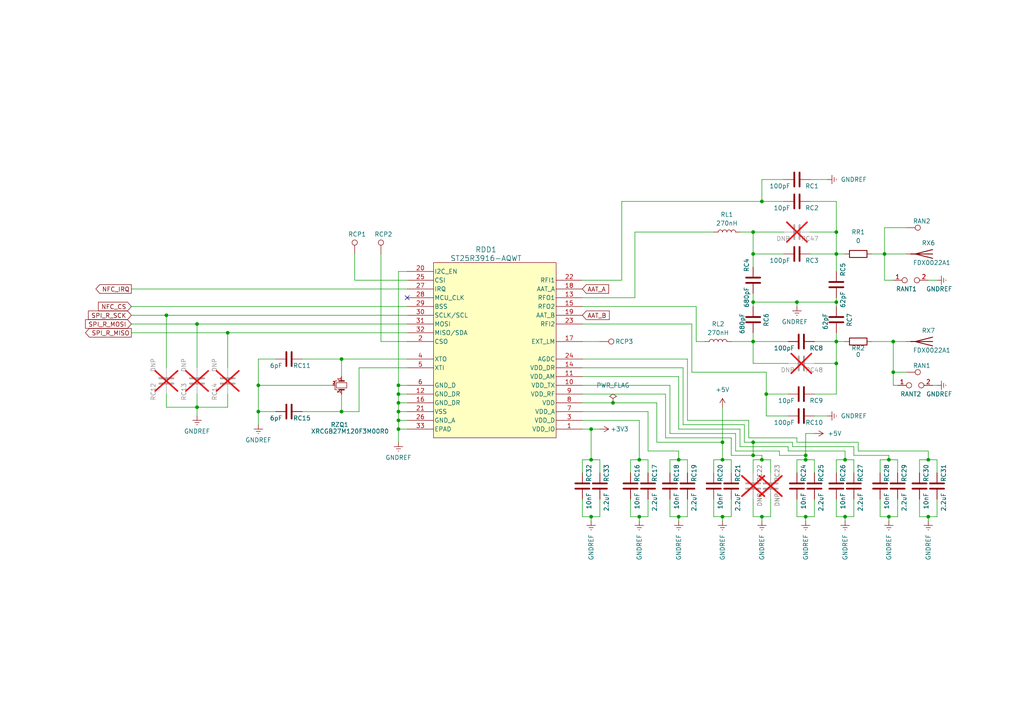
<source format=kicad_sch>
(kicad_sch
	(version 20250114)
	(generator "eeschema")
	(generator_version "9.0")
	(uuid "31ce04f1-2806-47ba-a657-2d8842ecb331")
	(paper "A4")
	(title_block
		(title "Flipper Device DIY")
		(rev "13.F7B9C6")
		(company "Originally from : Flipper Devices Inc.")
		(comment 1 "DIY Version 1.0")
	)
	(lib_symbols
		(symbol "Connector:TestPoint"
			(pin_numbers
				(hide yes)
			)
			(pin_names
				(offset 0.762)
				(hide yes)
			)
			(exclude_from_sim no)
			(in_bom yes)
			(on_board yes)
			(property "Reference" "TP"
				(at 0 6.858 0)
				(effects
					(font
						(size 1.27 1.27)
					)
				)
			)
			(property "Value" "TestPoint"
				(at 0 5.08 0)
				(effects
					(font
						(size 1.27 1.27)
					)
				)
			)
			(property "Footprint" ""
				(at 5.08 0 0)
				(effects
					(font
						(size 1.27 1.27)
					)
					(hide yes)
				)
			)
			(property "Datasheet" "~"
				(at 5.08 0 0)
				(effects
					(font
						(size 1.27 1.27)
					)
					(hide yes)
				)
			)
			(property "Description" "test point"
				(at 0 0 0)
				(effects
					(font
						(size 1.27 1.27)
					)
					(hide yes)
				)
			)
			(property "ki_keywords" "test point tp"
				(at 0 0 0)
				(effects
					(font
						(size 1.27 1.27)
					)
					(hide yes)
				)
			)
			(property "ki_fp_filters" "Pin* Test*"
				(at 0 0 0)
				(effects
					(font
						(size 1.27 1.27)
					)
					(hide yes)
				)
			)
			(symbol "TestPoint_0_1"
				(circle
					(center 0 3.302)
					(radius 0.762)
					(stroke
						(width 0)
						(type default)
					)
					(fill
						(type none)
					)
				)
			)
			(symbol "TestPoint_1_1"
				(pin passive line
					(at 0 0 90)
					(length 2.54)
					(name "1"
						(effects
							(font
								(size 1.27 1.27)
							)
						)
					)
					(number "1"
						(effects
							(font
								(size 1.27 1.27)
							)
						)
					)
				)
			)
			(embedded_fonts no)
		)
		(symbol "Connector:TestPoint_2Pole"
			(pin_names
				(offset 0.762)
				(hide yes)
			)
			(exclude_from_sim no)
			(in_bom yes)
			(on_board yes)
			(property "Reference" "TP"
				(at 0 1.524 0)
				(effects
					(font
						(size 1.27 1.27)
					)
				)
			)
			(property "Value" "TestPoint_2Pole"
				(at 0 -1.778 0)
				(effects
					(font
						(size 1.27 1.27)
					)
				)
			)
			(property "Footprint" ""
				(at 0 0 0)
				(effects
					(font
						(size 1.27 1.27)
					)
					(hide yes)
				)
			)
			(property "Datasheet" "~"
				(at 0 0 0)
				(effects
					(font
						(size 1.27 1.27)
					)
					(hide yes)
				)
			)
			(property "Description" "2-polar test point"
				(at 0 0 0)
				(effects
					(font
						(size 1.27 1.27)
					)
					(hide yes)
				)
			)
			(property "ki_keywords" "point tp"
				(at 0 0 0)
				(effects
					(font
						(size 1.27 1.27)
					)
					(hide yes)
				)
			)
			(property "ki_fp_filters" "Pin* Test*"
				(at 0 0 0)
				(effects
					(font
						(size 1.27 1.27)
					)
					(hide yes)
				)
			)
			(symbol "TestPoint_2Pole_0_1"
				(circle
					(center -1.778 0)
					(radius 0.762)
					(stroke
						(width 0)
						(type default)
					)
					(fill
						(type none)
					)
				)
				(circle
					(center 1.778 0)
					(radius 0.762)
					(stroke
						(width 0)
						(type default)
					)
					(fill
						(type none)
					)
				)
				(pin passive line
					(at -5.08 0 0)
					(length 2.54)
					(name "1"
						(effects
							(font
								(size 1.27 1.27)
							)
						)
					)
					(number "1"
						(effects
							(font
								(size 1.27 1.27)
							)
						)
					)
				)
				(pin passive line
					(at 5.08 0 180)
					(length 2.54)
					(name "2"
						(effects
							(font
								(size 1.27 1.27)
							)
						)
					)
					(number "2"
						(effects
							(font
								(size 1.27 1.27)
							)
						)
					)
				)
			)
			(embedded_fonts no)
		)
		(symbol "Device:Antenna"
			(pin_numbers
				(hide yes)
			)
			(pin_names
				(offset 1.016)
				(hide yes)
			)
			(exclude_from_sim no)
			(in_bom yes)
			(on_board yes)
			(property "Reference" "AE"
				(at -1.905 1.905 0)
				(effects
					(font
						(size 1.27 1.27)
					)
					(justify right)
				)
			)
			(property "Value" "Antenna"
				(at -1.905 0 0)
				(effects
					(font
						(size 1.27 1.27)
					)
					(justify right)
				)
			)
			(property "Footprint" ""
				(at 0 0 0)
				(effects
					(font
						(size 1.27 1.27)
					)
					(hide yes)
				)
			)
			(property "Datasheet" "~"
				(at 0 0 0)
				(effects
					(font
						(size 1.27 1.27)
					)
					(hide yes)
				)
			)
			(property "Description" "Antenna"
				(at 0 0 0)
				(effects
					(font
						(size 1.27 1.27)
					)
					(hide yes)
				)
			)
			(property "ki_keywords" "antenna"
				(at 0 0 0)
				(effects
					(font
						(size 1.27 1.27)
					)
					(hide yes)
				)
			)
			(symbol "Antenna_0_1"
				(polyline
					(pts
						(xy 0 2.54) (xy 0 -3.81)
					)
					(stroke
						(width 0.254)
						(type default)
					)
					(fill
						(type none)
					)
				)
				(polyline
					(pts
						(xy 1.27 2.54) (xy 0 -2.54) (xy -1.27 2.54)
					)
					(stroke
						(width 0.254)
						(type default)
					)
					(fill
						(type none)
					)
				)
			)
			(symbol "Antenna_1_1"
				(pin input line
					(at 0 -5.08 90)
					(length 2.54)
					(name "A"
						(effects
							(font
								(size 1.27 1.27)
							)
						)
					)
					(number "1"
						(effects
							(font
								(size 1.27 1.27)
							)
						)
					)
				)
			)
			(embedded_fonts no)
		)
		(symbol "Device:C"
			(pin_numbers
				(hide yes)
			)
			(pin_names
				(offset 0.254)
			)
			(exclude_from_sim no)
			(in_bom yes)
			(on_board yes)
			(property "Reference" "C"
				(at 0.635 2.54 0)
				(effects
					(font
						(size 1.27 1.27)
					)
					(justify left)
				)
			)
			(property "Value" "C"
				(at 0.635 -2.54 0)
				(effects
					(font
						(size 1.27 1.27)
					)
					(justify left)
				)
			)
			(property "Footprint" ""
				(at 0.9652 -3.81 0)
				(effects
					(font
						(size 1.27 1.27)
					)
					(hide yes)
				)
			)
			(property "Datasheet" "~"
				(at 0 0 0)
				(effects
					(font
						(size 1.27 1.27)
					)
					(hide yes)
				)
			)
			(property "Description" "Unpolarized capacitor"
				(at 0 0 0)
				(effects
					(font
						(size 1.27 1.27)
					)
					(hide yes)
				)
			)
			(property "ki_keywords" "cap capacitor"
				(at 0 0 0)
				(effects
					(font
						(size 1.27 1.27)
					)
					(hide yes)
				)
			)
			(property "ki_fp_filters" "C_*"
				(at 0 0 0)
				(effects
					(font
						(size 1.27 1.27)
					)
					(hide yes)
				)
			)
			(symbol "C_0_1"
				(polyline
					(pts
						(xy -2.032 0.762) (xy 2.032 0.762)
					)
					(stroke
						(width 0.508)
						(type default)
					)
					(fill
						(type none)
					)
				)
				(polyline
					(pts
						(xy -2.032 -0.762) (xy 2.032 -0.762)
					)
					(stroke
						(width 0.508)
						(type default)
					)
					(fill
						(type none)
					)
				)
			)
			(symbol "C_1_1"
				(pin passive line
					(at 0 3.81 270)
					(length 2.794)
					(name "~"
						(effects
							(font
								(size 1.27 1.27)
							)
						)
					)
					(number "1"
						(effects
							(font
								(size 1.27 1.27)
							)
						)
					)
				)
				(pin passive line
					(at 0 -3.81 90)
					(length 2.794)
					(name "~"
						(effects
							(font
								(size 1.27 1.27)
							)
						)
					)
					(number "2"
						(effects
							(font
								(size 1.27 1.27)
							)
						)
					)
				)
			)
			(embedded_fonts no)
		)
		(symbol "Device:Crystal_GND2_Small"
			(pin_names
				(offset 1.016)
				(hide yes)
			)
			(exclude_from_sim no)
			(in_bom yes)
			(on_board yes)
			(property "Reference" "Y"
				(at 0 5.08 0)
				(effects
					(font
						(size 1.27 1.27)
					)
				)
			)
			(property "Value" "Crystal_GND2_Small"
				(at 0 3.175 0)
				(effects
					(font
						(size 1.27 1.27)
					)
				)
			)
			(property "Footprint" ""
				(at 0 0 0)
				(effects
					(font
						(size 1.27 1.27)
					)
					(hide yes)
				)
			)
			(property "Datasheet" "~"
				(at 0 0 0)
				(effects
					(font
						(size 1.27 1.27)
					)
					(hide yes)
				)
			)
			(property "Description" "Three pin crystal, GND on pin 2, small symbol"
				(at 0 0 0)
				(effects
					(font
						(size 1.27 1.27)
					)
					(hide yes)
				)
			)
			(property "ki_keywords" "quartz ceramic resonator oscillator"
				(at 0 0 0)
				(effects
					(font
						(size 1.27 1.27)
					)
					(hide yes)
				)
			)
			(property "ki_fp_filters" "Crystal*"
				(at 0 0 0)
				(effects
					(font
						(size 1.27 1.27)
					)
					(hide yes)
				)
			)
			(symbol "Crystal_GND2_Small_0_1"
				(polyline
					(pts
						(xy -1.27 -0.762) (xy -1.27 0.762)
					)
					(stroke
						(width 0.381)
						(type default)
					)
					(fill
						(type none)
					)
				)
				(polyline
					(pts
						(xy -1.27 -1.27) (xy -1.27 -1.905) (xy 1.27 -1.905) (xy 1.27 -1.27)
					)
					(stroke
						(width 0)
						(type default)
					)
					(fill
						(type none)
					)
				)
				(rectangle
					(start -0.762 -1.524)
					(end 0.762 1.524)
					(stroke
						(width 0)
						(type default)
					)
					(fill
						(type none)
					)
				)
				(polyline
					(pts
						(xy 1.27 -0.762) (xy 1.27 0.762)
					)
					(stroke
						(width 0.381)
						(type default)
					)
					(fill
						(type none)
					)
				)
			)
			(symbol "Crystal_GND2_Small_1_1"
				(pin passive line
					(at -2.54 0 0)
					(length 1.27)
					(name "1"
						(effects
							(font
								(size 1.27 1.27)
							)
						)
					)
					(number "1"
						(effects
							(font
								(size 0.762 0.762)
							)
						)
					)
				)
				(pin passive line
					(at 0 -2.54 90)
					(length 0.635)
					(name "2"
						(effects
							(font
								(size 1.27 1.27)
							)
						)
					)
					(number "2"
						(effects
							(font
								(size 0.762 0.762)
							)
						)
					)
				)
				(pin passive line
					(at 2.54 0 180)
					(length 1.27)
					(name "3"
						(effects
							(font
								(size 1.27 1.27)
							)
						)
					)
					(number "3"
						(effects
							(font
								(size 0.762 0.762)
							)
						)
					)
				)
			)
			(embedded_fonts no)
		)
		(symbol "Device:L"
			(pin_numbers
				(hide yes)
			)
			(pin_names
				(offset 1.016)
				(hide yes)
			)
			(exclude_from_sim no)
			(in_bom yes)
			(on_board yes)
			(property "Reference" "L"
				(at -1.27 0 90)
				(effects
					(font
						(size 1.27 1.27)
					)
				)
			)
			(property "Value" "L"
				(at 1.905 0 90)
				(effects
					(font
						(size 1.27 1.27)
					)
				)
			)
			(property "Footprint" ""
				(at 0 0 0)
				(effects
					(font
						(size 1.27 1.27)
					)
					(hide yes)
				)
			)
			(property "Datasheet" "~"
				(at 0 0 0)
				(effects
					(font
						(size 1.27 1.27)
					)
					(hide yes)
				)
			)
			(property "Description" "Inductor"
				(at 0 0 0)
				(effects
					(font
						(size 1.27 1.27)
					)
					(hide yes)
				)
			)
			(property "ki_keywords" "inductor choke coil reactor magnetic"
				(at 0 0 0)
				(effects
					(font
						(size 1.27 1.27)
					)
					(hide yes)
				)
			)
			(property "ki_fp_filters" "Choke_* *Coil* Inductor_* L_*"
				(at 0 0 0)
				(effects
					(font
						(size 1.27 1.27)
					)
					(hide yes)
				)
			)
			(symbol "L_0_1"
				(arc
					(start 0 2.54)
					(mid 0.6323 1.905)
					(end 0 1.27)
					(stroke
						(width 0)
						(type default)
					)
					(fill
						(type none)
					)
				)
				(arc
					(start 0 1.27)
					(mid 0.6323 0.635)
					(end 0 0)
					(stroke
						(width 0)
						(type default)
					)
					(fill
						(type none)
					)
				)
				(arc
					(start 0 0)
					(mid 0.6323 -0.635)
					(end 0 -1.27)
					(stroke
						(width 0)
						(type default)
					)
					(fill
						(type none)
					)
				)
				(arc
					(start 0 -1.27)
					(mid 0.6323 -1.905)
					(end 0 -2.54)
					(stroke
						(width 0)
						(type default)
					)
					(fill
						(type none)
					)
				)
			)
			(symbol "L_1_1"
				(pin passive line
					(at 0 3.81 270)
					(length 1.27)
					(name "1"
						(effects
							(font
								(size 1.27 1.27)
							)
						)
					)
					(number "1"
						(effects
							(font
								(size 1.27 1.27)
							)
						)
					)
				)
				(pin passive line
					(at 0 -3.81 90)
					(length 1.27)
					(name "2"
						(effects
							(font
								(size 1.27 1.27)
							)
						)
					)
					(number "2"
						(effects
							(font
								(size 1.27 1.27)
							)
						)
					)
				)
			)
			(embedded_fonts no)
		)
		(symbol "Device:R"
			(pin_numbers
				(hide yes)
			)
			(pin_names
				(offset 0)
			)
			(exclude_from_sim no)
			(in_bom yes)
			(on_board yes)
			(property "Reference" "R"
				(at 2.032 0 90)
				(effects
					(font
						(size 1.27 1.27)
					)
				)
			)
			(property "Value" "R"
				(at 0 0 90)
				(effects
					(font
						(size 1.27 1.27)
					)
				)
			)
			(property "Footprint" ""
				(at -1.778 0 90)
				(effects
					(font
						(size 1.27 1.27)
					)
					(hide yes)
				)
			)
			(property "Datasheet" "~"
				(at 0 0 0)
				(effects
					(font
						(size 1.27 1.27)
					)
					(hide yes)
				)
			)
			(property "Description" "Resistor"
				(at 0 0 0)
				(effects
					(font
						(size 1.27 1.27)
					)
					(hide yes)
				)
			)
			(property "ki_keywords" "R res resistor"
				(at 0 0 0)
				(effects
					(font
						(size 1.27 1.27)
					)
					(hide yes)
				)
			)
			(property "ki_fp_filters" "R_*"
				(at 0 0 0)
				(effects
					(font
						(size 1.27 1.27)
					)
					(hide yes)
				)
			)
			(symbol "R_0_1"
				(rectangle
					(start -1.016 -2.54)
					(end 1.016 2.54)
					(stroke
						(width 0.254)
						(type default)
					)
					(fill
						(type none)
					)
				)
			)
			(symbol "R_1_1"
				(pin passive line
					(at 0 3.81 270)
					(length 1.27)
					(name "~"
						(effects
							(font
								(size 1.27 1.27)
							)
						)
					)
					(number "1"
						(effects
							(font
								(size 1.27 1.27)
							)
						)
					)
				)
				(pin passive line
					(at 0 -3.81 90)
					(length 1.27)
					(name "~"
						(effects
							(font
								(size 1.27 1.27)
							)
						)
					)
					(number "2"
						(effects
							(font
								(size 1.27 1.27)
							)
						)
					)
				)
			)
			(embedded_fonts no)
		)
		(symbol "ST25R3916-AQWT:ST25R3916-AQWT"
			(pin_names
				(offset 0.254)
			)
			(exclude_from_sim no)
			(in_bom yes)
			(on_board yes)
			(property "Reference" "RDD1"
				(at 1.27 -2.54 0)
				(effects
					(font
						(size 1.524 1.524)
					)
				)
			)
			(property "Value" "ST25R3916-AQWT"
				(at 1.27 -5.08 0)
				(effects
					(font
						(size 1.524 1.524)
					)
				)
			)
			(property "Footprint" "VFQFPN32_5X5_WETTABLE_STM"
				(at -1.27 7.62 0)
				(effects
					(font
						(size 1.27 1.27)
						(italic yes)
					)
					(hide yes)
				)
			)
			(property "Datasheet" "ST25R3916-AQWT"
				(at -1.27 5.08 0)
				(effects
					(font
						(size 1.27 1.27)
						(italic yes)
					)
					(hide yes)
				)
			)
			(property "Description" ""
				(at 0 0 0)
				(effects
					(font
						(size 1.27 1.27)
					)
					(hide yes)
				)
			)
			(property "ki_locked" ""
				(at 0 0 0)
				(effects
					(font
						(size 1.27 1.27)
					)
				)
			)
			(property "ki_keywords" "ST25R3916-AQWT"
				(at 0 0 0)
				(effects
					(font
						(size 1.27 1.27)
					)
					(hide yes)
				)
			)
			(property "ki_fp_filters" "VFQFPN32_5X5_WETTABLE_STM VFQFPN32_5X5_WETTABLE_STM-M VFQFPN32_5X5_WETTABLE_STM-L"
				(at 0 0 0)
				(effects
					(font
						(size 1.27 1.27)
					)
					(hide yes)
				)
			)
			(symbol "ST25R3916-AQWT_0_1"
				(pin input line
					(at -21.59 -8.89 0)
					(length 7.62)
					(name "I2C_EN"
						(effects
							(font
								(size 1.27 1.27)
							)
						)
					)
					(number "20"
						(effects
							(font
								(size 1.27 1.27)
							)
						)
					)
				)
				(pin unspecified line
					(at -21.59 -11.43 0)
					(length 7.62)
					(name "CSI"
						(effects
							(font
								(size 1.27 1.27)
							)
						)
					)
					(number "25"
						(effects
							(font
								(size 1.27 1.27)
							)
						)
					)
				)
				(pin output line
					(at -21.59 -13.97 0)
					(length 7.62)
					(name "IRQ"
						(effects
							(font
								(size 1.27 1.27)
							)
						)
					)
					(number "27"
						(effects
							(font
								(size 1.27 1.27)
							)
						)
					)
				)
				(pin output line
					(at -21.59 -16.51 0)
					(length 7.62)
					(name "MCU_CLK"
						(effects
							(font
								(size 1.27 1.27)
							)
						)
					)
					(number "28"
						(effects
							(font
								(size 1.27 1.27)
							)
						)
					)
				)
				(pin input line
					(at -21.59 -19.05 0)
					(length 7.62)
					(name "BSS"
						(effects
							(font
								(size 1.27 1.27)
							)
						)
					)
					(number "29"
						(effects
							(font
								(size 1.27 1.27)
							)
						)
					)
				)
				(pin input line
					(at -21.59 -21.59 0)
					(length 7.62)
					(name "SCLK/SCL"
						(effects
							(font
								(size 1.27 1.27)
							)
						)
					)
					(number "30"
						(effects
							(font
								(size 1.27 1.27)
							)
						)
					)
				)
				(pin input line
					(at -21.59 -24.13 0)
					(length 7.62)
					(name "MOSI"
						(effects
							(font
								(size 1.27 1.27)
							)
						)
					)
					(number "31"
						(effects
							(font
								(size 1.27 1.27)
							)
						)
					)
				)
				(pin bidirectional line
					(at -21.59 -26.67 0)
					(length 7.62)
					(name "MISO/SDA"
						(effects
							(font
								(size 1.27 1.27)
							)
						)
					)
					(number "32"
						(effects
							(font
								(size 1.27 1.27)
							)
						)
					)
				)
				(pin unspecified line
					(at -21.59 -29.21 0)
					(length 7.62)
					(name "CSO"
						(effects
							(font
								(size 1.27 1.27)
							)
						)
					)
					(number "2"
						(effects
							(font
								(size 1.27 1.27)
							)
						)
					)
				)
				(pin unspecified line
					(at -21.59 -34.29 0)
					(length 7.62)
					(name "XTO"
						(effects
							(font
								(size 1.27 1.27)
							)
						)
					)
					(number "4"
						(effects
							(font
								(size 1.27 1.27)
							)
						)
					)
				)
				(pin input line
					(at -21.59 -36.83 0)
					(length 7.62)
					(name "XTI"
						(effects
							(font
								(size 1.27 1.27)
							)
						)
					)
					(number "5"
						(effects
							(font
								(size 1.27 1.27)
							)
						)
					)
				)
				(pin passive line
					(at -21.59 -41.91 0)
					(length 7.62)
					(name "GND_D"
						(effects
							(font
								(size 1.27 1.27)
							)
						)
					)
					(number "6"
						(effects
							(font
								(size 1.27 1.27)
							)
						)
					)
				)
				(pin passive line
					(at -21.59 -44.45 0)
					(length 7.62)
					(name "GND_DR"
						(effects
							(font
								(size 1.27 1.27)
							)
						)
					)
					(number "12"
						(effects
							(font
								(size 1.27 1.27)
							)
						)
					)
				)
				(pin passive line
					(at -21.59 -46.99 0)
					(length 7.62)
					(name "GND_DR"
						(effects
							(font
								(size 1.27 1.27)
							)
						)
					)
					(number "16"
						(effects
							(font
								(size 1.27 1.27)
							)
						)
					)
				)
				(pin passive line
					(at -21.59 -49.53 0)
					(length 7.62)
					(name "VSS"
						(effects
							(font
								(size 1.27 1.27)
							)
						)
					)
					(number "21"
						(effects
							(font
								(size 1.27 1.27)
							)
						)
					)
				)
				(pin passive line
					(at -21.59 -52.07 0)
					(length 7.62)
					(name "GND_A"
						(effects
							(font
								(size 1.27 1.27)
							)
						)
					)
					(number "26"
						(effects
							(font
								(size 1.27 1.27)
							)
						)
					)
				)
				(pin unspecified line
					(at 29.21 -11.43 180)
					(length 7.62)
					(name "RFI1"
						(effects
							(font
								(size 1.27 1.27)
							)
						)
					)
					(number "22"
						(effects
							(font
								(size 1.27 1.27)
							)
						)
					)
				)
				(pin unspecified line
					(at 29.21 -13.97 180)
					(length 7.62)
					(name "AAT_A"
						(effects
							(font
								(size 1.27 1.27)
							)
						)
					)
					(number "18"
						(effects
							(font
								(size 1.27 1.27)
							)
						)
					)
				)
				(pin unspecified line
					(at 29.21 -16.51 180)
					(length 7.62)
					(name "RFO1"
						(effects
							(font
								(size 1.27 1.27)
							)
						)
					)
					(number "13"
						(effects
							(font
								(size 1.27 1.27)
							)
						)
					)
				)
				(pin unspecified line
					(at 29.21 -19.05 180)
					(length 7.62)
					(name "RFO2"
						(effects
							(font
								(size 1.27 1.27)
							)
						)
					)
					(number "15"
						(effects
							(font
								(size 1.27 1.27)
							)
						)
					)
				)
				(pin unspecified line
					(at 29.21 -21.59 180)
					(length 7.62)
					(name "AAT_B"
						(effects
							(font
								(size 1.27 1.27)
							)
						)
					)
					(number "19"
						(effects
							(font
								(size 1.27 1.27)
							)
						)
					)
				)
				(pin unspecified line
					(at 29.21 -24.13 180)
					(length 7.62)
					(name "RFI2"
						(effects
							(font
								(size 1.27 1.27)
							)
						)
					)
					(number "23"
						(effects
							(font
								(size 1.27 1.27)
							)
						)
					)
				)
				(pin unspecified line
					(at 29.21 -29.21 180)
					(length 7.62)
					(name "EXT_LM"
						(effects
							(font
								(size 1.27 1.27)
							)
						)
					)
					(number "17"
						(effects
							(font
								(size 1.27 1.27)
							)
						)
					)
				)
				(pin unspecified line
					(at 29.21 -34.29 180)
					(length 7.62)
					(name "AGDC"
						(effects
							(font
								(size 1.27 1.27)
							)
						)
					)
					(number "24"
						(effects
							(font
								(size 1.27 1.27)
							)
						)
					)
				)
				(pin unspecified line
					(at 29.21 -36.83 180)
					(length 7.62)
					(name "VDD_DR"
						(effects
							(font
								(size 1.27 1.27)
							)
						)
					)
					(number "14"
						(effects
							(font
								(size 1.27 1.27)
							)
						)
					)
				)
				(pin unspecified line
					(at 29.21 -39.37 180)
					(length 7.62)
					(name "VDD_AM"
						(effects
							(font
								(size 1.27 1.27)
							)
						)
					)
					(number "11"
						(effects
							(font
								(size 1.27 1.27)
							)
						)
					)
				)
				(pin power_in line
					(at 29.21 -41.91 180)
					(length 7.62)
					(name "VDD_TX"
						(effects
							(font
								(size 1.27 1.27)
							)
						)
					)
					(number "10"
						(effects
							(font
								(size 1.27 1.27)
							)
						)
					)
				)
				(pin unspecified line
					(at 29.21 -44.45 180)
					(length 7.62)
					(name "VDD_RF"
						(effects
							(font
								(size 1.27 1.27)
							)
						)
					)
					(number "9"
						(effects
							(font
								(size 1.27 1.27)
							)
						)
					)
				)
				(pin power_in line
					(at 29.21 -46.99 180)
					(length 7.62)
					(name "VDD"
						(effects
							(font
								(size 1.27 1.27)
							)
						)
					)
					(number "8"
						(effects
							(font
								(size 1.27 1.27)
							)
						)
					)
				)
				(pin unspecified line
					(at 29.21 -49.53 180)
					(length 7.62)
					(name "VDD_A"
						(effects
							(font
								(size 1.27 1.27)
							)
						)
					)
					(number "7"
						(effects
							(font
								(size 1.27 1.27)
							)
						)
					)
				)
				(pin unspecified line
					(at 29.21 -52.07 180)
					(length 7.62)
					(name "VDD_D"
						(effects
							(font
								(size 1.27 1.27)
							)
						)
					)
					(number "3"
						(effects
							(font
								(size 1.27 1.27)
							)
						)
					)
				)
				(pin power_in line
					(at 29.21 -54.61 180)
					(length 7.62)
					(name "VDD_IO"
						(effects
							(font
								(size 1.27 1.27)
							)
						)
					)
					(number "1"
						(effects
							(font
								(size 1.27 1.27)
							)
						)
					)
				)
			)
			(symbol "ST25R3916-AQWT_1_1"
				(rectangle
					(start -13.97 -6.35)
					(end 21.59 -57.15)
					(stroke
						(width 0)
						(type default)
					)
					(fill
						(type background)
					)
				)
				(pin passive line
					(at -21.59 -54.61 0)
					(length 7.62)
					(name "EPAD"
						(effects
							(font
								(size 1.27 1.27)
							)
						)
					)
					(number "33"
						(effects
							(font
								(size 1.27 1.27)
							)
						)
					)
				)
			)
			(embedded_fonts no)
		)
		(symbol "power:+3V3"
			(power)
			(pin_names
				(offset 0)
			)
			(exclude_from_sim no)
			(in_bom yes)
			(on_board yes)
			(property "Reference" "#PWR"
				(at 0 -3.81 0)
				(effects
					(font
						(size 1.27 1.27)
					)
					(hide yes)
				)
			)
			(property "Value" "+3V3"
				(at 0 3.556 0)
				(effects
					(font
						(size 1.27 1.27)
					)
				)
			)
			(property "Footprint" ""
				(at 0 0 0)
				(effects
					(font
						(size 1.27 1.27)
					)
					(hide yes)
				)
			)
			(property "Datasheet" ""
				(at 0 0 0)
				(effects
					(font
						(size 1.27 1.27)
					)
					(hide yes)
				)
			)
			(property "Description" "Power symbol creates a global label with name \"+3V3\""
				(at 0 0 0)
				(effects
					(font
						(size 1.27 1.27)
					)
					(hide yes)
				)
			)
			(property "ki_keywords" "global power"
				(at 0 0 0)
				(effects
					(font
						(size 1.27 1.27)
					)
					(hide yes)
				)
			)
			(symbol "+3V3_0_1"
				(polyline
					(pts
						(xy -0.762 1.27) (xy 0 2.54)
					)
					(stroke
						(width 0)
						(type default)
					)
					(fill
						(type none)
					)
				)
				(polyline
					(pts
						(xy 0 2.54) (xy 0.762 1.27)
					)
					(stroke
						(width 0)
						(type default)
					)
					(fill
						(type none)
					)
				)
				(polyline
					(pts
						(xy 0 0) (xy 0 2.54)
					)
					(stroke
						(width 0)
						(type default)
					)
					(fill
						(type none)
					)
				)
			)
			(symbol "+3V3_1_1"
				(pin power_in line
					(at 0 0 90)
					(length 0)
					(hide yes)
					(name "+3V3"
						(effects
							(font
								(size 1.27 1.27)
							)
						)
					)
					(number "1"
						(effects
							(font
								(size 1.27 1.27)
							)
						)
					)
				)
			)
			(embedded_fonts no)
		)
		(symbol "power:+5V"
			(power)
			(pin_names
				(offset 0)
			)
			(exclude_from_sim no)
			(in_bom yes)
			(on_board yes)
			(property "Reference" "#PWR"
				(at 0 -3.81 0)
				(effects
					(font
						(size 1.27 1.27)
					)
					(hide yes)
				)
			)
			(property "Value" "+5V"
				(at 0 3.556 0)
				(effects
					(font
						(size 1.27 1.27)
					)
				)
			)
			(property "Footprint" ""
				(at 0 0 0)
				(effects
					(font
						(size 1.27 1.27)
					)
					(hide yes)
				)
			)
			(property "Datasheet" ""
				(at 0 0 0)
				(effects
					(font
						(size 1.27 1.27)
					)
					(hide yes)
				)
			)
			(property "Description" "Power symbol creates a global label with name \"+5V\""
				(at 0 0 0)
				(effects
					(font
						(size 1.27 1.27)
					)
					(hide yes)
				)
			)
			(property "ki_keywords" "global power"
				(at 0 0 0)
				(effects
					(font
						(size 1.27 1.27)
					)
					(hide yes)
				)
			)
			(symbol "+5V_0_1"
				(polyline
					(pts
						(xy -0.762 1.27) (xy 0 2.54)
					)
					(stroke
						(width 0)
						(type default)
					)
					(fill
						(type none)
					)
				)
				(polyline
					(pts
						(xy 0 2.54) (xy 0.762 1.27)
					)
					(stroke
						(width 0)
						(type default)
					)
					(fill
						(type none)
					)
				)
				(polyline
					(pts
						(xy 0 0) (xy 0 2.54)
					)
					(stroke
						(width 0)
						(type default)
					)
					(fill
						(type none)
					)
				)
			)
			(symbol "+5V_1_1"
				(pin power_in line
					(at 0 0 90)
					(length 0)
					(hide yes)
					(name "+5V"
						(effects
							(font
								(size 1.27 1.27)
							)
						)
					)
					(number "1"
						(effects
							(font
								(size 1.27 1.27)
							)
						)
					)
				)
			)
			(embedded_fonts no)
		)
		(symbol "power:GNDREF"
			(power)
			(pin_names
				(offset 0)
			)
			(exclude_from_sim no)
			(in_bom yes)
			(on_board yes)
			(property "Reference" "#PWR"
				(at 0 -6.35 0)
				(effects
					(font
						(size 1.27 1.27)
					)
					(hide yes)
				)
			)
			(property "Value" "GNDREF"
				(at 0 -3.81 0)
				(effects
					(font
						(size 1.27 1.27)
					)
				)
			)
			(property "Footprint" ""
				(at 0 0 0)
				(effects
					(font
						(size 1.27 1.27)
					)
					(hide yes)
				)
			)
			(property "Datasheet" ""
				(at 0 0 0)
				(effects
					(font
						(size 1.27 1.27)
					)
					(hide yes)
				)
			)
			(property "Description" "Power symbol creates a global label with name \"GNDREF\" , reference supply ground"
				(at 0 0 0)
				(effects
					(font
						(size 1.27 1.27)
					)
					(hide yes)
				)
			)
			(property "ki_keywords" "global power"
				(at 0 0 0)
				(effects
					(font
						(size 1.27 1.27)
					)
					(hide yes)
				)
			)
			(symbol "GNDREF_0_1"
				(polyline
					(pts
						(xy -0.635 -1.905) (xy 0.635 -1.905)
					)
					(stroke
						(width 0)
						(type default)
					)
					(fill
						(type none)
					)
				)
				(polyline
					(pts
						(xy -0.127 -2.54) (xy 0.127 -2.54)
					)
					(stroke
						(width 0)
						(type default)
					)
					(fill
						(type none)
					)
				)
				(polyline
					(pts
						(xy 0 -1.27) (xy 0 0)
					)
					(stroke
						(width 0)
						(type default)
					)
					(fill
						(type none)
					)
				)
				(polyline
					(pts
						(xy 1.27 -1.27) (xy -1.27 -1.27)
					)
					(stroke
						(width 0)
						(type default)
					)
					(fill
						(type none)
					)
				)
			)
			(symbol "GNDREF_1_1"
				(pin power_in line
					(at 0 0 270)
					(length 0)
					(hide yes)
					(name "GNDREF"
						(effects
							(font
								(size 1.27 1.27)
							)
						)
					)
					(number "1"
						(effects
							(font
								(size 1.27 1.27)
							)
						)
					)
				)
			)
			(embedded_fonts no)
		)
		(symbol "power:PWR_FLAG"
			(power)
			(pin_numbers
				(hide yes)
			)
			(pin_names
				(offset 0)
				(hide yes)
			)
			(exclude_from_sim no)
			(in_bom yes)
			(on_board yes)
			(property "Reference" "#FLG"
				(at 0 1.905 0)
				(effects
					(font
						(size 1.27 1.27)
					)
					(hide yes)
				)
			)
			(property "Value" "PWR_FLAG"
				(at 0 3.81 0)
				(effects
					(font
						(size 1.27 1.27)
					)
				)
			)
			(property "Footprint" ""
				(at 0 0 0)
				(effects
					(font
						(size 1.27 1.27)
					)
					(hide yes)
				)
			)
			(property "Datasheet" "~"
				(at 0 0 0)
				(effects
					(font
						(size 1.27 1.27)
					)
					(hide yes)
				)
			)
			(property "Description" "Special symbol for telling ERC where power comes from"
				(at 0 0 0)
				(effects
					(font
						(size 1.27 1.27)
					)
					(hide yes)
				)
			)
			(property "ki_keywords" "flag power"
				(at 0 0 0)
				(effects
					(font
						(size 1.27 1.27)
					)
					(hide yes)
				)
			)
			(symbol "PWR_FLAG_0_0"
				(pin power_out line
					(at 0 0 90)
					(length 0)
					(name "~"
						(effects
							(font
								(size 1.27 1.27)
							)
						)
					)
					(number "1"
						(effects
							(font
								(size 1.27 1.27)
							)
						)
					)
				)
			)
			(symbol "PWR_FLAG_0_1"
				(polyline
					(pts
						(xy 0 0) (xy 0 1.27) (xy -1.016 1.905) (xy 0 2.54) (xy 1.016 1.905) (xy 0 1.27)
					)
					(stroke
						(width 0)
						(type default)
					)
					(fill
						(type none)
					)
				)
			)
			(embedded_fonts no)
		)
	)
	(junction
		(at 233.68 132.08)
		(diameter 0)
		(color 0 0 0 0)
		(uuid "01a1a46f-d349-4647-b52c-e4462979418a")
	)
	(junction
		(at 220.98 133.35)
		(diameter 0)
		(color 0 0 0 0)
		(uuid "0718209c-97b7-4562-9dc2-5b7bb935509a")
	)
	(junction
		(at 256.54 73.66)
		(diameter 0)
		(color 0 0 0 0)
		(uuid "0b4fd954-7a22-46b6-bcc7-057bdad6130f")
	)
	(junction
		(at 171.45 149.86)
		(diameter 0)
		(color 0 0 0 0)
		(uuid "0bcf3c8b-4df4-451d-9b3d-1875cd4da6f7")
	)
	(junction
		(at 115.57 119.38)
		(diameter 0)
		(color 0 0 0 0)
		(uuid "0fb9df42-8c3e-4b75-8b1a-aad71069ee23")
	)
	(junction
		(at 74.93 111.76)
		(diameter 0)
		(color 0 0 0 0)
		(uuid "100e63ef-dc25-4647-804a-e3df4e1e33f8")
	)
	(junction
		(at 74.93 119.38)
		(diameter 0)
		(color 0 0 0 0)
		(uuid "16eb0afb-bbc6-4bd5-91b1-57dcd60e3808")
	)
	(junction
		(at 218.44 99.06)
		(diameter 0)
		(color 0 0 0 0)
		(uuid "1ce3d40c-7056-4248-aecc-3e90048bf602")
	)
	(junction
		(at 242.57 87.63)
		(diameter 0)
		(color 0 0 0 0)
		(uuid "1ef4952e-9889-44b0-ab39-707ffb816aec")
	)
	(junction
		(at 220.98 149.86)
		(diameter 0)
		(color 0 0 0 0)
		(uuid "28a16058-f957-4942-8d5c-f669e0057b3d")
	)
	(junction
		(at 233.68 149.86)
		(diameter 0)
		(color 0 0 0 0)
		(uuid "2aa49f2b-e342-4866-817f-bfdd8cd9d7ab")
	)
	(junction
		(at 209.55 133.35)
		(diameter 0)
		(color 0 0 0 0)
		(uuid "2e3ad02d-d0e4-4ed9-b5ee-3d09bdf5bb7f")
	)
	(junction
		(at 209.55 149.86)
		(diameter 0)
		(color 0 0 0 0)
		(uuid "300e240d-396d-4f91-b84e-57208bdb2b8b")
	)
	(junction
		(at 257.81 149.86)
		(diameter 0)
		(color 0 0 0 0)
		(uuid "38debf6c-8c1e-497e-98bd-f1287ca5822f")
	)
	(junction
		(at 233.68 133.35)
		(diameter 0)
		(color 0 0 0 0)
		(uuid "3b5ab091-9b0b-49a1-9779-fb70ed05db65")
	)
	(junction
		(at 99.06 119.38)
		(diameter 0)
		(color 0 0 0 0)
		(uuid "3f77eacd-22ae-407d-81e3-8c85638349b5")
	)
	(junction
		(at 218.44 132.08)
		(diameter 0)
		(color 0 0 0 0)
		(uuid "43c96441-df42-4734-be6d-2a49aa4cbf65")
	)
	(junction
		(at 242.57 105.41)
		(diameter 0)
		(color 0 0 0 0)
		(uuid "48479d72-8090-4657-8271-c5600eb273dd")
	)
	(junction
		(at 245.11 149.86)
		(diameter 0)
		(color 0 0 0 0)
		(uuid "4c68c818-2e32-4712-9e97-5c771f90a488")
	)
	(junction
		(at 115.57 116.84)
		(diameter 0)
		(color 0 0 0 0)
		(uuid "4fcfd51b-d65a-490e-96db-145e4864f27a")
	)
	(junction
		(at 242.57 73.66)
		(diameter 0)
		(color 0 0 0 0)
		(uuid "513c28bb-c218-4c77-a175-8009e9cf12e8")
	)
	(junction
		(at 115.57 124.46)
		(diameter 0)
		(color 0 0 0 0)
		(uuid "5df078c9-fb79-4e07-b3bf-b446bfcfae7e")
	)
	(junction
		(at 48.26 91.44)
		(diameter 0)
		(color 0 0 0 0)
		(uuid "69bfa5e9-7e9f-4eac-b237-7a792616a443")
	)
	(junction
		(at 171.45 133.35)
		(diameter 0)
		(color 0 0 0 0)
		(uuid "6a3e98b4-5dfc-4f2d-a70d-537590e3fae6")
	)
	(junction
		(at 115.57 111.76)
		(diameter 0)
		(color 0 0 0 0)
		(uuid "6ab7936b-aadd-4d55-b023-d1961a5941e0")
	)
	(junction
		(at 259.08 107.95)
		(diameter 0)
		(color 0 0 0 0)
		(uuid "705b44ae-c12d-42e4-bc22-3c06490666f5")
	)
	(junction
		(at 218.44 73.66)
		(diameter 0)
		(color 0 0 0 0)
		(uuid "71003b5c-46ea-4d27-8e28-334ce2b9dc1c")
	)
	(junction
		(at 171.45 124.46)
		(diameter 0)
		(color 0 0 0 0)
		(uuid "7ae069cf-81ac-42f9-8fdd-81ef3622b4d4")
	)
	(junction
		(at 185.42 133.35)
		(diameter 0)
		(color 0 0 0 0)
		(uuid "7efe841a-0752-405b-bdf7-9463a75b3a26")
	)
	(junction
		(at 269.24 133.35)
		(diameter 0)
		(color 0 0 0 0)
		(uuid "915651ff-5dec-4004-8a8f-da1b45c284e2")
	)
	(junction
		(at 220.98 58.42)
		(diameter 0)
		(color 0 0 0 0)
		(uuid "9d2814d0-4749-475e-8c71-026ec9b80e49")
	)
	(junction
		(at 231.14 87.63)
		(diameter 0)
		(color 0 0 0 0)
		(uuid "a11db90d-0750-4b3f-aff9-c3eacc5a6b03")
	)
	(junction
		(at 222.25 114.3)
		(diameter 0)
		(color 0 0 0 0)
		(uuid "a6eb9119-ea84-4f01-a2f3-cdfb911a2f76")
	)
	(junction
		(at 269.24 149.86)
		(diameter 0)
		(color 0 0 0 0)
		(uuid "a805deff-93dc-4fdd-a3bf-27cca9c6917d")
	)
	(junction
		(at 245.11 133.35)
		(diameter 0)
		(color 0 0 0 0)
		(uuid "a8c71e90-5263-461a-9bad-4f9e211f5c29")
	)
	(junction
		(at 196.85 133.35)
		(diameter 0)
		(color 0 0 0 0)
		(uuid "bc0af62e-4c53-4047-95c6-6bb620b1e960")
	)
	(junction
		(at 242.57 99.06)
		(diameter 0)
		(color 0 0 0 0)
		(uuid "bc6db58e-9196-4b58-9a98-5b5e827bbc88")
	)
	(junction
		(at 218.44 67.31)
		(diameter 0)
		(color 0 0 0 0)
		(uuid "c4929248-8101-4f31-bed3-c9a334b50a4c")
	)
	(junction
		(at 259.08 99.06)
		(diameter 0)
		(color 0 0 0 0)
		(uuid "c71a1030-4f4f-4884-8d58-a47c07eca9f2")
	)
	(junction
		(at 242.57 67.31)
		(diameter 0)
		(color 0 0 0 0)
		(uuid "cbf72b48-8552-441d-a3e9-076743663275")
	)
	(junction
		(at 196.85 149.86)
		(diameter 0)
		(color 0 0 0 0)
		(uuid "cbf889b3-50de-4ca3-989f-bb181596f693")
	)
	(junction
		(at 57.15 93.98)
		(diameter 0)
		(color 0 0 0 0)
		(uuid "cdac07e0-4c3a-4470-bcd8-44479dc57507")
	)
	(junction
		(at 66.04 96.52)
		(diameter 0)
		(color 0 0 0 0)
		(uuid "d116f000-f78a-4a8a-9957-d40e60cf35e5")
	)
	(junction
		(at 218.44 128.27)
		(diameter 0)
		(color 0 0 0 0)
		(uuid "d7274766-3e3c-4b92-a8f1-c2a3eac4383b")
	)
	(junction
		(at 218.44 87.63)
		(diameter 0)
		(color 0 0 0 0)
		(uuid "d75dbed5-d031-47e8-97b1-b79ba60c1553")
	)
	(junction
		(at 209.55 128.27)
		(diameter 0)
		(color 0 0 0 0)
		(uuid "dc175c64-5c7a-4b4b-a299-d2fd192b4c35")
	)
	(junction
		(at 115.57 121.92)
		(diameter 0)
		(color 0 0 0 0)
		(uuid "ee2716a5-7c94-4b97-8cc7-b52cc0a460fb")
	)
	(junction
		(at 99.06 104.14)
		(diameter 0)
		(color 0 0 0 0)
		(uuid "ef39de60-fe2a-4822-af04-24e711e2d46f")
	)
	(junction
		(at 185.42 149.86)
		(diameter 0)
		(color 0 0 0 0)
		(uuid "f47a617f-9cd3-4f39-b91a-296c627e942b")
	)
	(junction
		(at 57.15 118.11)
		(diameter 0)
		(color 0 0 0 0)
		(uuid "f7c0bef9-768c-4b86-9ddd-2ee622bf175b")
	)
	(junction
		(at 177.8 116.84)
		(diameter 0)
		(color 0 0 0 0)
		(uuid "f91c341b-ae79-4199-8c50-1995875137b1")
	)
	(junction
		(at 115.57 114.3)
		(diameter 0)
		(color 0 0 0 0)
		(uuid "fc8ca413-d4e9-4e59-be9a-a4eb6bd1daa1")
	)
	(junction
		(at 257.81 133.35)
		(diameter 0)
		(color 0 0 0 0)
		(uuid "feaec048-b234-46a9-a51b-a71530c73c51")
	)
	(no_connect
		(at 118.11 86.36)
		(uuid "802bfe7c-0f62-4c1d-b344-7e8d82b221f2")
	)
	(wire
		(pts
			(xy 196.85 149.86) (xy 199.39 149.86)
		)
		(stroke
			(width 0)
			(type default)
		)
		(uuid "00f942f6-579b-4795-af63-10155883460c")
	)
	(wire
		(pts
			(xy 66.04 96.52) (xy 66.04 106.68)
		)
		(stroke
			(width 0)
			(type default)
		)
		(uuid "01ec6fa7-b7f3-4b00-88c3-b26bdb34e9c8")
	)
	(wire
		(pts
			(xy 229.87 128.27) (xy 229.87 129.54)
		)
		(stroke
			(width 0)
			(type default)
		)
		(uuid "028eb494-029f-4081-90fa-da9800a13337")
	)
	(wire
		(pts
			(xy 242.57 87.63) (xy 242.57 86.36)
		)
		(stroke
			(width 0)
			(type default)
		)
		(uuid "0357790c-32c5-445e-aa1c-228cd653f669")
	)
	(wire
		(pts
			(xy 218.44 67.31) (xy 227.33 67.31)
		)
		(stroke
			(width 0)
			(type default)
		)
		(uuid "03821f41-bfb8-447e-bf58-30de4e583ffd")
	)
	(wire
		(pts
			(xy 248.92 128.27) (xy 248.92 130.81)
		)
		(stroke
			(width 0)
			(type default)
		)
		(uuid "050e7ee4-9f0d-4bbe-8dc0-2ba93b46fbc9")
	)
	(wire
		(pts
			(xy 269.24 133.35) (xy 271.78 133.35)
		)
		(stroke
			(width 0)
			(type default)
		)
		(uuid "06275b60-7ec0-4ddd-8e5e-18ffe45bb1e9")
	)
	(wire
		(pts
			(xy 256.54 73.66) (xy 252.73 73.66)
		)
		(stroke
			(width 0)
			(type default)
		)
		(uuid "072e2f04-f560-436a-9f05-5e402123ec0a")
	)
	(wire
		(pts
			(xy 233.68 132.08) (xy 233.68 133.35)
		)
		(stroke
			(width 0)
			(type default)
		)
		(uuid "078fe658-fada-4e48-a36c-bacedf4509e9")
	)
	(wire
		(pts
			(xy 248.92 130.81) (xy 269.24 130.81)
		)
		(stroke
			(width 0)
			(type default)
		)
		(uuid "094ad71e-cfba-424c-88c3-66d258067bdc")
	)
	(wire
		(pts
			(xy 231.14 127) (xy 231.14 128.27)
		)
		(stroke
			(width 0)
			(type default)
		)
		(uuid "0a34882d-e4f4-4d71-9b6c-494ae5fda40f")
	)
	(wire
		(pts
			(xy 38.1 96.52) (xy 66.04 96.52)
		)
		(stroke
			(width 0)
			(type default)
		)
		(uuid "0b8e7c78-deb9-40c7-9753-50a33845490b")
	)
	(wire
		(pts
			(xy 115.57 121.92) (xy 115.57 124.46)
		)
		(stroke
			(width 0)
			(type default)
		)
		(uuid "0c6530ee-1f40-4a98-bcc8-6ccaf02c3555")
	)
	(wire
		(pts
			(xy 256.54 73.66) (xy 262.89 73.66)
		)
		(stroke
			(width 0)
			(type default)
		)
		(uuid "0c70d3db-ea89-4666-88b9-c654de34026b")
	)
	(wire
		(pts
			(xy 99.06 104.14) (xy 87.63 104.14)
		)
		(stroke
			(width 0)
			(type default)
		)
		(uuid "10d93bc1-7532-4af5-8d04-9f960cd965b3")
	)
	(wire
		(pts
			(xy 168.91 144.78) (xy 168.91 149.86)
		)
		(stroke
			(width 0)
			(type default)
		)
		(uuid "12c655f8-b30b-4b33-a9a0-5462e5c68298")
	)
	(wire
		(pts
			(xy 168.91 124.46) (xy 171.45 124.46)
		)
		(stroke
			(width 0)
			(type default)
		)
		(uuid "15cc3c13-3d4f-4db8-90d1-903e6ba673d5")
	)
	(wire
		(pts
			(xy 118.11 88.9) (xy 38.1 88.9)
		)
		(stroke
			(width 0)
			(type default)
		)
		(uuid "166b014c-61f3-4bff-9e77-b7b9e7086b90")
	)
	(wire
		(pts
			(xy 168.91 121.92) (xy 185.42 121.92)
		)
		(stroke
			(width 0)
			(type default)
		)
		(uuid "16b4a7e9-d8fa-41b7-bd82-1a35c764f568")
	)
	(wire
		(pts
			(xy 194.31 137.16) (xy 194.31 133.35)
		)
		(stroke
			(width 0)
			(type default)
		)
		(uuid "17727a29-c0ee-48c3-9007-bed8af470108")
	)
	(wire
		(pts
			(xy 242.57 87.63) (xy 242.57 88.9)
		)
		(stroke
			(width 0)
			(type default)
		)
		(uuid "1b1a5fa0-9ee8-4a07-a260-486b06853f1c")
	)
	(wire
		(pts
			(xy 184.15 86.36) (xy 168.91 86.36)
		)
		(stroke
			(width 0)
			(type default)
		)
		(uuid "1c31d6e6-d803-48a5-bc42-eb28f81f6a8d")
	)
	(wire
		(pts
			(xy 231.14 87.63) (xy 242.57 87.63)
		)
		(stroke
			(width 0)
			(type default)
		)
		(uuid "1c610f93-6362-4bfb-8c8c-bddb018c0f01")
	)
	(wire
		(pts
			(xy 236.22 133.35) (xy 236.22 137.16)
		)
		(stroke
			(width 0)
			(type default)
		)
		(uuid "1d1b78f9-dae3-4502-928f-f4d0929e83e5")
	)
	(wire
		(pts
			(xy 168.91 133.35) (xy 171.45 133.35)
		)
		(stroke
			(width 0)
			(type default)
		)
		(uuid "1f996aba-bcc2-4b2b-9147-86baae7c7163")
	)
	(wire
		(pts
			(xy 118.11 81.28) (xy 102.87 81.28)
		)
		(stroke
			(width 0)
			(type default)
		)
		(uuid "20a63b49-466f-4bf4-b0b0-cc5c296ec6a4")
	)
	(wire
		(pts
			(xy 218.44 73.66) (xy 218.44 77.47)
		)
		(stroke
			(width 0)
			(type default)
		)
		(uuid "2390d702-0ecc-440a-a592-b2c87a58da03")
	)
	(wire
		(pts
			(xy 115.57 119.38) (xy 115.57 121.92)
		)
		(stroke
			(width 0)
			(type default)
		)
		(uuid "23be6f1f-f1ad-493d-b4b1-e82f91f022b3")
	)
	(wire
		(pts
			(xy 168.91 137.16) (xy 168.91 133.35)
		)
		(stroke
			(width 0)
			(type default)
		)
		(uuid "23e14c53-8465-4744-ae9e-7f186db8c52e")
	)
	(wire
		(pts
			(xy 218.44 128.27) (xy 218.44 132.08)
		)
		(stroke
			(width 0)
			(type default)
		)
		(uuid "248fe5e8-26cb-497c-8750-9d93ae27b8d1")
	)
	(wire
		(pts
			(xy 74.93 119.38) (xy 74.93 123.19)
		)
		(stroke
			(width 0)
			(type default)
		)
		(uuid "26220ff9-c2c5-4055-b9d5-0f573a65c43f")
	)
	(wire
		(pts
			(xy 242.57 105.41) (xy 242.57 99.06)
		)
		(stroke
			(width 0)
			(type default)
		)
		(uuid "2687b710-3121-484e-b3fa-b37f435219ef")
	)
	(wire
		(pts
			(xy 99.06 109.22) (xy 99.06 104.14)
		)
		(stroke
			(width 0)
			(type default)
		)
		(uuid "26bd1588-4c13-42af-a49e-51cc5d510723")
	)
	(wire
		(pts
			(xy 115.57 119.38) (xy 118.11 119.38)
		)
		(stroke
			(width 0)
			(type default)
		)
		(uuid "287ea598-cfc1-4e9d-93a0-b0918f41fce6")
	)
	(wire
		(pts
			(xy 168.91 106.68) (xy 198.12 106.68)
		)
		(stroke
			(width 0)
			(type default)
		)
		(uuid "290cd7ad-430a-44de-aaf7-49b1cf369e7d")
	)
	(wire
		(pts
			(xy 168.91 104.14) (xy 199.39 104.14)
		)
		(stroke
			(width 0)
			(type default)
		)
		(uuid "293e6051-21f6-4f93-bb5e-b0ee900852ee")
	)
	(wire
		(pts
			(xy 233.68 132.08) (xy 233.68 125.73)
		)
		(stroke
			(width 0)
			(type default)
		)
		(uuid "2992f556-1a7f-4f41-bc4c-c55ddbe9f01b")
	)
	(wire
		(pts
			(xy 168.91 149.86) (xy 171.45 149.86)
		)
		(stroke
			(width 0)
			(type default)
		)
		(uuid "2ac3febb-5503-4cd8-af0b-2f818a4e28bb")
	)
	(wire
		(pts
			(xy 236.22 149.86) (xy 236.22 144.78)
		)
		(stroke
			(width 0)
			(type default)
		)
		(uuid "2addfe65-6151-4be3-96b9-14c398134791")
	)
	(wire
		(pts
			(xy 271.78 149.86) (xy 271.78 144.78)
		)
		(stroke
			(width 0)
			(type default)
		)
		(uuid "2af4afcd-d01a-4e70-a087-0e9cc74deb92")
	)
	(wire
		(pts
			(xy 57.15 118.11) (xy 66.04 118.11)
		)
		(stroke
			(width 0)
			(type default)
		)
		(uuid "2b6fc735-3ffc-46c8-8ddc-4542c135aafc")
	)
	(wire
		(pts
			(xy 245.11 149.86) (xy 247.65 149.86)
		)
		(stroke
			(width 0)
			(type default)
		)
		(uuid "2ca9ea7e-8887-4a19-8da9-598e6c56ff63")
	)
	(wire
		(pts
			(xy 207.01 149.86) (xy 209.55 149.86)
		)
		(stroke
			(width 0)
			(type default)
		)
		(uuid "2ce734d8-c501-4dec-abdb-0ef811057e00")
	)
	(wire
		(pts
			(xy 242.57 99.06) (xy 236.22 99.06)
		)
		(stroke
			(width 0)
			(type default)
		)
		(uuid "2cfb11eb-49ed-4920-8079-182f0b75356f")
	)
	(wire
		(pts
			(xy 223.52 133.35) (xy 223.52 137.16)
		)
		(stroke
			(width 0)
			(type default)
		)
		(uuid "2d92b93b-afb0-4d68-b7fc-e35cd50d8977")
	)
	(wire
		(pts
			(xy 48.26 91.44) (xy 118.11 91.44)
		)
		(stroke
			(width 0)
			(type default)
		)
		(uuid "2e443b74-9aa7-4930-8576-1de6fb634014")
	)
	(wire
		(pts
			(xy 102.87 81.28) (xy 102.87 73.66)
		)
		(stroke
			(width 0)
			(type default)
		)
		(uuid "2e95c96e-3223-4da3-97a6-e4ef205fb17b")
	)
	(wire
		(pts
			(xy 115.57 114.3) (xy 115.57 116.84)
		)
		(stroke
			(width 0)
			(type default)
		)
		(uuid "2fee1d20-e40a-41b5-9b9c-01f8fd4c543f")
	)
	(wire
		(pts
			(xy 247.65 149.86) (xy 247.65 144.78)
		)
		(stroke
			(width 0)
			(type default)
		)
		(uuid "326934b5-7bae-461d-aee5-71e44f5eff04")
	)
	(wire
		(pts
			(xy 269.24 130.81) (xy 269.24 133.35)
		)
		(stroke
			(width 0)
			(type default)
		)
		(uuid "330eba10-5971-4aba-889d-4fe354381522")
	)
	(wire
		(pts
			(xy 218.44 132.08) (xy 220.98 132.08)
		)
		(stroke
			(width 0)
			(type default)
		)
		(uuid "342ea728-1ef4-4ffa-9df5-0b39191a900c")
	)
	(wire
		(pts
			(xy 209.55 128.27) (xy 209.55 133.35)
		)
		(stroke
			(width 0)
			(type default)
		)
		(uuid "350e4874-e312-4487-97c0-2e62bc2119b3")
	)
	(wire
		(pts
			(xy 185.42 121.92) (xy 185.42 133.35)
		)
		(stroke
			(width 0)
			(type default)
		)
		(uuid "3595348f-20bd-4635-90d4-3a129583dccc")
	)
	(wire
		(pts
			(xy 228.6 130.81) (xy 245.11 130.81)
		)
		(stroke
			(width 0)
			(type default)
		)
		(uuid "359c4d0e-98b6-4a04-8586-df236f24aea0")
	)
	(wire
		(pts
			(xy 266.7 149.86) (xy 269.24 149.86)
		)
		(stroke
			(width 0)
			(type default)
		)
		(uuid "3601cd1f-2093-44f7-a7ce-22920e3edb2d")
	)
	(wire
		(pts
			(xy 171.45 149.86) (xy 171.45 151.13)
		)
		(stroke
			(width 0)
			(type default)
		)
		(uuid "360ac50f-4e91-4016-b410-3c36cef0339c")
	)
	(wire
		(pts
			(xy 269.24 149.86) (xy 271.78 149.86)
		)
		(stroke
			(width 0)
			(type default)
		)
		(uuid "3631fa1e-b2bf-4f2d-9886-2e4c97221551")
	)
	(wire
		(pts
			(xy 242.57 73.66) (xy 245.11 73.66)
		)
		(stroke
			(width 0)
			(type default)
		)
		(uuid "3bc06fee-1f3b-414c-b4e5-de73b348987b")
	)
	(wire
		(pts
			(xy 74.93 104.14) (xy 74.93 111.76)
		)
		(stroke
			(width 0)
			(type default)
		)
		(uuid "3d0558e8-8c7d-4fef-8c03-d843d82dc9bd")
	)
	(wire
		(pts
			(xy 242.57 73.66) (xy 242.57 78.74)
		)
		(stroke
			(width 0)
			(type default)
		)
		(uuid "3d6848a8-f0f8-4037-8c50-f9c4f9485257")
	)
	(wire
		(pts
			(xy 269.24 149.86) (xy 269.24 151.13)
		)
		(stroke
			(width 0)
			(type default)
		)
		(uuid "3f5608a5-3b14-480d-9b9a-661628664210")
	)
	(wire
		(pts
			(xy 209.55 133.35) (xy 212.09 133.35)
		)
		(stroke
			(width 0)
			(type default)
		)
		(uuid "41268412-3eea-487b-8880-584fef1a8eba")
	)
	(wire
		(pts
			(xy 226.06 130.81) (xy 226.06 132.08)
		)
		(stroke
			(width 0)
			(type default)
		)
		(uuid "420a407d-69ea-4f9e-868b-52b377959335")
	)
	(wire
		(pts
			(xy 231.14 128.27) (xy 248.92 128.27)
		)
		(stroke
			(width 0)
			(type default)
		)
		(uuid "43965f4e-524a-4ef9-bf00-07d91e326bd1")
	)
	(wire
		(pts
			(xy 185.42 149.86) (xy 185.42 151.13)
		)
		(stroke
			(width 0)
			(type default)
		)
		(uuid "450893da-3867-4035-85fa-25dc0c4b8e41")
	)
	(wire
		(pts
			(xy 80.01 104.14) (xy 74.93 104.14)
		)
		(stroke
			(width 0)
			(type default)
		)
		(uuid "45c90485-8998-4a76-bc37-6ad8e12d2c17")
	)
	(wire
		(pts
			(xy 196.85 130.81) (xy 196.85 133.35)
		)
		(stroke
			(width 0)
			(type default)
		)
		(uuid "46a8b185-73d2-4bd4-bacf-a078f7c9480b")
	)
	(wire
		(pts
			(xy 233.68 125.73) (xy 236.22 125.73)
		)
		(stroke
			(width 0)
			(type default)
		)
		(uuid "4acc9a9e-f50e-4cc0-b026-503f0f9a542c")
	)
	(wire
		(pts
			(xy 209.55 149.86) (xy 212.09 149.86)
		)
		(stroke
			(width 0)
			(type default)
		)
		(uuid "4c650dd4-18ed-4636-9585-6279d9ed747a")
	)
	(wire
		(pts
			(xy 245.11 130.81) (xy 245.11 133.35)
		)
		(stroke
			(width 0)
			(type default)
		)
		(uuid "4daa3dc3-bdc2-49c0-a5c6-b1eed64c7f17")
	)
	(wire
		(pts
			(xy 222.25 114.3) (xy 228.6 114.3)
		)
		(stroke
			(width 0)
			(type default)
		)
		(uuid "4dc53d87-8910-4f8e-9c3d-abe725c6e34b")
	)
	(wire
		(pts
			(xy 231.14 149.86) (xy 233.68 149.86)
		)
		(stroke
			(width 0)
			(type default)
		)
		(uuid "4dc7c1ab-d5fa-423f-b8a4-602ca518c8c1")
	)
	(wire
		(pts
			(xy 271.78 133.35) (xy 271.78 137.16)
		)
		(stroke
			(width 0)
			(type default)
		)
		(uuid "4e4c3647-f890-443d-9d00-1f5082e0e150")
	)
	(wire
		(pts
			(xy 57.15 93.98) (xy 57.15 106.68)
		)
		(stroke
			(width 0)
			(type default)
		)
		(uuid "4f81cbde-4de8-4c8d-8ea8-1f1ec98fe50a")
	)
	(wire
		(pts
			(xy 115.57 124.46) (xy 115.57 128.27)
		)
		(stroke
			(width 0)
			(type default)
		)
		(uuid "500822d3-0f58-4c6d-b14d-7d56132df1ff")
	)
	(wire
		(pts
			(xy 236.22 120.65) (xy 240.03 120.65)
		)
		(stroke
			(width 0)
			(type default)
		)
		(uuid "51e2386e-4e68-4c3d-95ae-cb2f63cfe148")
	)
	(wire
		(pts
			(xy 212.09 99.06) (xy 218.44 99.06)
		)
		(stroke
			(width 0)
			(type default)
		)
		(uuid "51fbc769-ac9e-4245-a3be-1acdd5bc9342")
	)
	(wire
		(pts
			(xy 260.35 111.76) (xy 259.08 111.76)
		)
		(stroke
			(width 0)
			(type default)
		)
		(uuid "522d1597-54be-425d-adea-3af909c65400")
	)
	(wire
		(pts
			(xy 259.08 99.06) (xy 262.89 99.06)
		)
		(stroke
			(width 0)
			(type default)
		)
		(uuid "52d3b37e-d2b7-46a2-a46f-a469770c6f20")
	)
	(wire
		(pts
			(xy 193.04 114.3) (xy 193.04 127)
		)
		(stroke
			(width 0)
			(type default)
		)
		(uuid "54301c43-0bfe-4f2d-8156-0c8c93bc8bb1")
	)
	(wire
		(pts
			(xy 199.39 104.14) (xy 199.39 121.92)
		)
		(stroke
			(width 0)
			(type default)
		)
		(uuid "5606f82b-2fbd-4ea0-95a8-103d3b1b683a")
	)
	(wire
		(pts
			(xy 257.81 149.86) (xy 260.35 149.86)
		)
		(stroke
			(width 0)
			(type default)
		)
		(uuid "57a3260e-45a5-4fb2-b03b-f3d460fa452e")
	)
	(wire
		(pts
			(xy 66.04 118.11) (xy 66.04 114.3)
		)
		(stroke
			(width 0)
			(type default)
		)
		(uuid "5972c06e-1e2c-4493-9009-935db0d3451e")
	)
	(wire
		(pts
			(xy 218.44 99.06) (xy 228.6 99.06)
		)
		(stroke
			(width 0)
			(type default)
		)
		(uuid "59ef6fa4-9a93-499c-9748-ce159ad14a22")
	)
	(wire
		(pts
			(xy 115.57 121.92) (xy 118.11 121.92)
		)
		(stroke
			(width 0)
			(type default)
		)
		(uuid "5acf79b0-2eb2-4060-bb26-3a968bea9b14")
	)
	(wire
		(pts
			(xy 212.09 132.08) (xy 218.44 132.08)
		)
		(stroke
			(width 0)
			(type default)
		)
		(uuid "5c0d397d-e334-4263-bf15-348a47f26d46")
	)
	(wire
		(pts
			(xy 190.5 116.84) (xy 190.5 128.27)
		)
		(stroke
			(width 0)
			(type default)
		)
		(uuid "5e38fb6f-8463-4beb-865c-f21ade4c7274")
	)
	(wire
		(pts
			(xy 220.98 149.86) (xy 220.98 151.13)
		)
		(stroke
			(width 0)
			(type default)
		)
		(uuid "5ece6345-969f-4565-a84a-6f13579bbf43")
	)
	(wire
		(pts
			(xy 168.91 111.76) (xy 194.31 111.76)
		)
		(stroke
			(width 0)
			(type default)
		)
		(uuid "5fc10fa7-6ffe-4f5e-b918-691dd1220839")
	)
	(wire
		(pts
			(xy 190.5 128.27) (xy 209.55 128.27)
		)
		(stroke
			(width 0)
			(type default)
		)
		(uuid "6103b9eb-0d78-487f-873e-e6f915e6b99e")
	)
	(wire
		(pts
			(xy 196.85 124.46) (xy 214.63 124.46)
		)
		(stroke
			(width 0)
			(type default)
		)
		(uuid "617ec902-d843-4932-8f6a-7b147e024039")
	)
	(wire
		(pts
			(xy 247.65 129.54) (xy 247.65 132.08)
		)
		(stroke
			(width 0)
			(type default)
		)
		(uuid "64c2c567-31c6-48c8-ad52-7ec85ccdab5a")
	)
	(wire
		(pts
			(xy 218.44 149.86) (xy 220.98 149.86)
		)
		(stroke
			(width 0)
			(type default)
		)
		(uuid "6537cc04-9a28-44cc-af06-0b0cf15b63da")
	)
	(wire
		(pts
			(xy 209.55 149.86) (xy 209.55 151.13)
		)
		(stroke
			(width 0)
			(type default)
		)
		(uuid "65b54a87-8301-47e2-ab08-5af414643ef1")
	)
	(wire
		(pts
			(xy 222.25 107.95) (xy 222.25 114.3)
		)
		(stroke
			(width 0)
			(type default)
		)
		(uuid "683d8be4-d91b-48f6-91a9-434de03bc9c0")
	)
	(wire
		(pts
			(xy 199.39 121.92) (xy 217.17 121.92)
		)
		(stroke
			(width 0)
			(type default)
		)
		(uuid "6987826a-9c68-4074-ae1e-6aaecd604575")
	)
	(wire
		(pts
			(xy 193.04 127) (xy 212.09 127)
		)
		(stroke
			(width 0)
			(type default)
		)
		(uuid "6b45b01a-00be-4ed6-a85d-eadde972f13b")
	)
	(wire
		(pts
			(xy 220.98 132.08) (xy 220.98 133.35)
		)
		(stroke
			(width 0)
			(type default)
		)
		(uuid "6c13c234-a0ec-4639-8eec-3a0505c3f281")
	)
	(wire
		(pts
			(xy 196.85 133.35) (xy 199.39 133.35)
		)
		(stroke
			(width 0)
			(type default)
		)
		(uuid "6c9e192f-9ed4-4ecb-bb5f-2219b0014310")
	)
	(wire
		(pts
			(xy 266.7 144.78) (xy 266.7 149.86)
		)
		(stroke
			(width 0)
			(type default)
		)
		(uuid "6d1e8f90-0506-4546-bbdc-1cfbb13298d5")
	)
	(wire
		(pts
			(xy 220.98 52.07) (xy 220.98 58.42)
		)
		(stroke
			(width 0)
			(type default)
		)
		(uuid "6e8b7467-e683-4a75-ad77-231dd3f52320")
	)
	(wire
		(pts
			(xy 213.36 125.73) (xy 213.36 130.81)
		)
		(stroke
			(width 0)
			(type default)
		)
		(uuid "6f00f8b4-9238-4091-b368-2967a89426c0")
	)
	(wire
		(pts
			(xy 234.95 52.07) (xy 240.03 52.07)
		)
		(stroke
			(width 0)
			(type default)
		)
		(uuid "6f0a7e35-7eb7-4fce-8376-4fe7ab92b726")
	)
	(wire
		(pts
			(xy 242.57 96.52) (xy 242.57 99.06)
		)
		(stroke
			(width 0)
			(type default)
		)
		(uuid "7370bd1b-e951-400c-be02-3371dd2b842d")
	)
	(wire
		(pts
			(xy 198.12 123.19) (xy 215.9 123.19)
		)
		(stroke
			(width 0)
			(type default)
		)
		(uuid "739cbaf2-742c-484d-ba04-f63ec68ea5a1")
	)
	(wire
		(pts
			(xy 118.11 106.68) (xy 104.14 106.68)
		)
		(stroke
			(width 0)
			(type default)
		)
		(uuid "741f4492-768e-4bdb-96d2-571d8d425707")
	)
	(wire
		(pts
			(xy 256.54 81.28) (xy 256.54 73.66)
		)
		(stroke
			(width 0)
			(type default)
		)
		(uuid "77450dac-4f6a-4614-b6dd-551e4e9cade5")
	)
	(wire
		(pts
			(xy 242.57 133.35) (xy 245.11 133.35)
		)
		(stroke
			(width 0)
			(type default)
		)
		(uuid "78ee7b79-594f-4243-b655-970a87492abe")
	)
	(wire
		(pts
			(xy 182.88 137.16) (xy 182.88 133.35)
		)
		(stroke
			(width 0)
			(type default)
		)
		(uuid "797c5d22-08f7-406f-9342-122f82ec10b7")
	)
	(wire
		(pts
			(xy 257.81 149.86) (xy 257.81 151.13)
		)
		(stroke
			(width 0)
			(type default)
		)
		(uuid "798a9fa4-e987-42f2-a267-e64c6b99194c")
	)
	(wire
		(pts
			(xy 207.01 133.35) (xy 209.55 133.35)
		)
		(stroke
			(width 0)
			(type default)
		)
		(uuid "7a23304b-8cac-494d-88c9-843e3b1c125a")
	)
	(wire
		(pts
			(xy 115.57 116.84) (xy 115.57 119.38)
		)
		(stroke
			(width 0)
			(type default)
		)
		(uuid "7bc101cd-a099-46fa-be84-8190b703c17e")
	)
	(wire
		(pts
			(xy 252.73 99.06) (xy 259.08 99.06)
		)
		(stroke
			(width 0)
			(type default)
		)
		(uuid "7c6c4511-d5ce-4673-8276-989362123bb2")
	)
	(wire
		(pts
			(xy 260.35 133.35) (xy 260.35 137.16)
		)
		(stroke
			(width 0)
			(type default)
		)
		(uuid "7dc54606-79bf-4d1d-836d-ccaa2193746a")
	)
	(wire
		(pts
			(xy 220.98 58.42) (xy 227.33 58.42)
		)
		(stroke
			(width 0)
			(type default)
		)
		(uuid "7dcb1cb4-5574-4344-9d32-37aa4362943d")
	)
	(wire
		(pts
			(xy 231.14 144.78) (xy 231.14 149.86)
		)
		(stroke
			(width 0)
			(type default)
		)
		(uuid "7df52070-ec70-4fbb-929e-a79afaa7dbf6")
	)
	(wire
		(pts
			(xy 242.57 67.31) (xy 242.57 73.66)
		)
		(stroke
			(width 0)
			(type default)
		)
		(uuid "7e558370-4618-4b04-b3f1-59e3a0ecdc2a")
	)
	(wire
		(pts
			(xy 168.91 114.3) (xy 193.04 114.3)
		)
		(stroke
			(width 0)
			(type default)
		)
		(uuid "7ed12b77-4491-4bdc-b267-4541394d177f")
	)
	(wire
		(pts
			(xy 226.06 132.08) (xy 233.68 132.08)
		)
		(stroke
			(width 0)
			(type default)
		)
		(uuid "7fc06b4a-671b-450c-9964-dc96d167e445")
	)
	(wire
		(pts
			(xy 200.66 107.95) (xy 200.66 93.98)
		)
		(stroke
			(width 0)
			(type default)
		)
		(uuid "8034d26b-69e3-491f-b7c1-e2d59b9fcfc4")
	)
	(wire
		(pts
			(xy 231.14 133.35) (xy 233.68 133.35)
		)
		(stroke
			(width 0)
			(type default)
		)
		(uuid "816d9440-c33c-4d4f-a816-fdf95a520655")
	)
	(wire
		(pts
			(xy 171.45 133.35) (xy 173.99 133.35)
		)
		(stroke
			(width 0)
			(type default)
		)
		(uuid "820071f6-f17c-46ee-9887-882322b170f8")
	)
	(wire
		(pts
			(xy 194.31 111.76) (xy 194.31 125.73)
		)
		(stroke
			(width 0)
			(type default)
		)
		(uuid "82257292-028e-4632-acee-cda576600a58")
	)
	(wire
		(pts
			(xy 57.15 93.98) (xy 118.11 93.98)
		)
		(stroke
			(width 0)
			(type default)
		)
		(uuid "8300f69e-4039-4634-8973-d7984146e514")
	)
	(wire
		(pts
			(xy 194.31 133.35) (xy 196.85 133.35)
		)
		(stroke
			(width 0)
			(type default)
		)
		(uuid "838e4f45-0a2f-4ec0-a64a-4e123ed843a0")
	)
	(wire
		(pts
			(xy 48.26 118.11) (xy 57.15 118.11)
		)
		(stroke
			(width 0)
			(type default)
		)
		(uuid "8444f330-4f8d-4620-aa5f-8d661742bc61")
	)
	(wire
		(pts
			(xy 209.55 118.11) (xy 209.55 128.27)
		)
		(stroke
			(width 0)
			(type default)
		)
		(uuid "874bfb33-f03d-45cf-95c6-936f60d8ca92")
	)
	(wire
		(pts
			(xy 242.57 137.16) (xy 242.57 133.35)
		)
		(stroke
			(width 0)
			(type default)
		)
		(uuid "88f4996c-fb84-4472-916e-dfa377e0b2f3")
	)
	(wire
		(pts
			(xy 171.45 124.46) (xy 171.45 133.35)
		)
		(stroke
			(width 0)
			(type default)
		)
		(uuid "89952bac-f0c4-4998-853a-b7f10102c65e")
	)
	(wire
		(pts
			(xy 168.91 99.06) (xy 173.99 99.06)
		)
		(stroke
			(width 0)
			(type default)
		)
		(uuid "89bc1528-0d8d-4f7e-b73d-95871930dddf")
	)
	(wire
		(pts
			(xy 242.57 58.42) (xy 242.57 67.31)
		)
		(stroke
			(width 0)
			(type default)
		)
		(uuid "8a3b49f6-ab87-4ebb-b13f-24d14d3f3cda")
	)
	(wire
		(pts
			(xy 194.31 144.78) (xy 194.31 149.86)
		)
		(stroke
			(width 0)
			(type default)
		)
		(uuid "8b0046d2-2865-4964-9be4-a7da2202a5df")
	)
	(wire
		(pts
			(xy 257.81 132.08) (xy 257.81 133.35)
		)
		(stroke
			(width 0)
			(type default)
		)
		(uuid "8b8829ee-802f-4f2c-b8c8-ec7fe4f20cfb")
	)
	(wire
		(pts
			(xy 247.65 132.08) (xy 257.81 132.08)
		)
		(stroke
			(width 0)
			(type default)
		)
		(uuid "8c044750-dff9-410d-8c7d-6bd8207106d8")
	)
	(wire
		(pts
			(xy 201.93 99.06) (xy 204.47 99.06)
		)
		(stroke
			(width 0)
			(type default)
		)
		(uuid "8c14faf6-cbac-415b-b73c-4e0c95ed53fd")
	)
	(wire
		(pts
			(xy 236.22 105.41) (xy 242.57 105.41)
		)
		(stroke
			(width 0)
			(type default)
		)
		(uuid "8c2b4ccc-4156-4765-a0c9-c261f37c0235")
	)
	(wire
		(pts
			(xy 218.44 144.78) (xy 218.44 149.86)
		)
		(stroke
			(width 0)
			(type default)
		)
		(uuid "8ded4699-2d7a-4676-bcf8-3ab211987231")
	)
	(wire
		(pts
			(xy 74.93 111.76) (xy 96.52 111.76)
		)
		(stroke
			(width 0)
			(type default)
		)
		(uuid "911148a8-cab7-4238-90d8-20478b9794e6")
	)
	(wire
		(pts
			(xy 115.57 78.74) (xy 115.57 111.76)
		)
		(stroke
			(width 0)
			(type default)
		)
		(uuid "9286a0e0-31d9-4e8b-8ad6-4c05f41d9342")
	)
	(wire
		(pts
			(xy 168.91 109.22) (xy 196.85 109.22)
		)
		(stroke
			(width 0)
			(type default)
		)
		(uuid "96a61446-59dd-451e-a110-a347844816a1")
	)
	(wire
		(pts
			(xy 213.36 130.81) (xy 226.06 130.81)
		)
		(stroke
			(width 0)
			(type default)
		)
		(uuid "97fddc69-4bd6-49e0-a0ad-21e07db8c1bc")
	)
	(wire
		(pts
			(xy 66.04 96.52) (xy 118.11 96.52)
		)
		(stroke
			(width 0)
			(type default)
		)
		(uuid "98dcba2f-1133-4961-b553-a7594f949daf")
	)
	(wire
		(pts
			(xy 218.44 96.52) (xy 218.44 99.06)
		)
		(stroke
			(width 0)
			(type default)
		)
		(uuid "99201032-0430-4f83-85e0-b56f5324570e")
	)
	(wire
		(pts
			(xy 218.44 128.27) (xy 229.87 128.27)
		)
		(stroke
			(width 0)
			(type default)
		)
		(uuid "9b7ff897-03cd-4386-a996-fa08abaabe81")
	)
	(wire
		(pts
			(xy 257.81 133.35) (xy 260.35 133.35)
		)
		(stroke
			(width 0)
			(type default)
		)
		(uuid "9c285801-d830-4675-98b8-291480c0ef09")
	)
	(wire
		(pts
			(xy 187.96 133.35) (xy 187.96 137.16)
		)
		(stroke
			(width 0)
			(type default)
		)
		(uuid "9c882729-9ac9-4675-b228-aba1a3c2cbfd")
	)
	(wire
		(pts
			(xy 184.15 67.31) (xy 184.15 86.36)
		)
		(stroke
			(width 0)
			(type default)
		)
		(uuid "9cc3b59c-0649-465c-8df9-fbe9e1463f15")
	)
	(wire
		(pts
			(xy 255.27 133.35) (xy 257.81 133.35)
		)
		(stroke
			(width 0)
			(type default)
		)
		(uuid "9e49191b-b4a0-4b75-9064-4eac3a138eb5")
	)
	(wire
		(pts
			(xy 220.98 133.35) (xy 223.52 133.35)
		)
		(stroke
			(width 0)
			(type default)
		)
		(uuid "a0991539-05c6-4775-bc68-4b3209986f0e")
	)
	(wire
		(pts
			(xy 185.42 133.35) (xy 187.96 133.35)
		)
		(stroke
			(width 0)
			(type default)
		)
		(uuid "a187f27f-cc8b-4429-b255-408205055a8a")
	)
	(wire
		(pts
			(xy 242.57 144.78) (xy 242.57 149.86)
		)
		(stroke
			(width 0)
			(type default)
		)
		(uuid "a2fc5dec-bc09-457b-8853-d19546596c85")
	)
	(wire
		(pts
			(xy 173.99 133.35) (xy 173.99 137.16)
		)
		(stroke
			(width 0)
			(type default)
		)
		(uuid "a59c14b3-9fe6-4048-a710-73934ec731d0")
	)
	(wire
		(pts
			(xy 115.57 111.76) (xy 115.57 114.3)
		)
		(stroke
			(width 0)
			(type default)
		)
		(uuid "a643b129-03d3-40bc-9d30-ef6412db329b")
	)
	(wire
		(pts
			(xy 218.44 137.16) (xy 218.44 133.35)
		)
		(stroke
			(width 0)
			(type default)
		)
		(uuid "a6795d0f-4e95-4a19-94a3-234c4782b496")
	)
	(wire
		(pts
			(xy 199.39 133.35) (xy 199.39 137.16)
		)
		(stroke
			(width 0)
			(type default)
		)
		(uuid "a720c74a-b6ac-450f-bcc1-b9de801f98a7")
	)
	(wire
		(pts
			(xy 196.85 149.86) (xy 196.85 151.13)
		)
		(stroke
			(width 0)
			(type default)
		)
		(uuid "a7bc13af-7b34-4ae9-a6b6-8560ac82ea1d")
	)
	(wire
		(pts
			(xy 242.57 58.42) (xy 234.95 58.42)
		)
		(stroke
			(width 0)
			(type default)
		)
		(uuid "ab15f8c0-0414-4a04-a704-3c9bb083cb6a")
	)
	(wire
		(pts
			(xy 234.95 67.31) (xy 242.57 67.31)
		)
		(stroke
			(width 0)
			(type default)
		)
		(uuid "ab89ad3f-1203-4c22-8f4d-a93e9ce2db5c")
	)
	(wire
		(pts
			(xy 57.15 114.3) (xy 57.15 118.11)
		)
		(stroke
			(width 0)
			(type default)
		)
		(uuid "abe61ebe-e56d-4edb-a760-67e291b18ca1")
	)
	(wire
		(pts
			(xy 233.68 149.86) (xy 236.22 149.86)
		)
		(stroke
			(width 0)
			(type default)
		)
		(uuid "abf8bdcd-dff4-4db1-afeb-470898603043")
	)
	(wire
		(pts
			(xy 262.89 107.95) (xy 259.08 107.95)
		)
		(stroke
			(width 0)
			(type default)
		)
		(uuid "ac40d8bf-947a-4001-b024-227f624c0a46")
	)
	(wire
		(pts
			(xy 231.14 137.16) (xy 231.14 133.35)
		)
		(stroke
			(width 0)
			(type default)
		)
		(uuid "acc6731f-5dc7-4e10-8d43-9746c519affe")
	)
	(wire
		(pts
			(xy 242.57 149.86) (xy 245.11 149.86)
		)
		(stroke
			(width 0)
			(type default)
		)
		(uuid "ad7621b3-93c5-4e13-a2c3-90274e74d314")
	)
	(wire
		(pts
			(xy 187.96 130.81) (xy 196.85 130.81)
		)
		(stroke
			(width 0)
			(type default)
		)
		(uuid "ae9edeab-2de4-4589-81e3-0e40b7ec7f3f")
	)
	(wire
		(pts
			(xy 99.06 119.38) (xy 104.14 119.38)
		)
		(stroke
			(width 0)
			(type default)
		)
		(uuid "af84fa91-b5c5-4d84-8b89-a473b2282a77")
	)
	(wire
		(pts
			(xy 266.7 133.35) (xy 269.24 133.35)
		)
		(stroke
			(width 0)
			(type default)
		)
		(uuid "b0039474-5cf3-42f7-8054-408efd21aac3")
	)
	(wire
		(pts
			(xy 259.08 111.76) (xy 259.08 107.95)
		)
		(stroke
			(width 0)
			(type default)
		)
		(uuid "b142f664-7978-4d2c-8b92-e420d6c46917")
	)
	(wire
		(pts
			(xy 256.54 66.04) (xy 256.54 73.66)
		)
		(stroke
			(width 0)
			(type default)
		)
		(uuid "b4bb160a-3691-479b-9312-f4425b36a44a")
	)
	(wire
		(pts
			(xy 214.63 67.31) (xy 218.44 67.31)
		)
		(stroke
			(width 0)
			(type default)
		)
		(uuid "b54aae83-a385-4697-b211-54bd8a35b846")
	)
	(wire
		(pts
			(xy 207.01 67.31) (xy 184.15 67.31)
		)
		(stroke
			(width 0)
			(type default)
		)
		(uuid "b69f5b4f-202d-406c-b992-b9b1217fe01e")
	)
	(wire
		(pts
			(xy 180.34 58.42) (xy 180.34 81.28)
		)
		(stroke
			(width 0)
			(type default)
		)
		(uuid "b816acf5-b25b-4124-8ab0-fd47883bf3f2")
	)
	(wire
		(pts
			(xy 260.35 149.86) (xy 260.35 144.78)
		)
		(stroke
			(width 0)
			(type default)
		)
		(uuid "b85f2994-1bd9-437e-810c-86c28d77c873")
	)
	(wire
		(pts
			(xy 194.31 125.73) (xy 213.36 125.73)
		)
		(stroke
			(width 0)
			(type default)
		)
		(uuid "b8d63119-93fd-4039-8637-fe707f93a832")
	)
	(wire
		(pts
			(xy 74.93 119.38) (xy 80.01 119.38)
		)
		(stroke
			(width 0)
			(type default)
		)
		(uuid "b910a750-0e44-4521-8da4-ed3402ad7385")
	)
	(wire
		(pts
			(xy 259.08 81.28) (xy 256.54 81.28)
		)
		(stroke
			(width 0)
			(type default)
		)
		(uuid "bab47c4a-c381-40d5-a66e-0a519fe1a959")
	)
	(wire
		(pts
			(xy 207.01 137.16) (xy 207.01 133.35)
		)
		(stroke
			(width 0)
			(type default)
		)
		(uuid "bb30a857-fb99-4c44-a843-d466850fbb26")
	)
	(wire
		(pts
			(xy 48.26 91.44) (xy 48.26 106.68)
		)
		(stroke
			(width 0)
			(type default)
		)
		(uuid "bd655242-5e7c-4c80-af66-62bd769e04bb")
	)
	(wire
		(pts
			(xy 185.42 149.86) (xy 187.96 149.86)
		)
		(stroke
			(width 0)
			(type default)
		)
		(uuid "be6152dc-f688-47a8-8c6c-5190872e7e8b")
	)
	(wire
		(pts
			(xy 245.11 133.35) (xy 247.65 133.35)
		)
		(stroke
			(width 0)
			(type default)
		)
		(uuid "be812525-d920-4771-94c7-5816f19e8bb9")
	)
	(wire
		(pts
			(xy 168.91 88.9) (xy 201.93 88.9)
		)
		(stroke
			(width 0)
			(type default)
		)
		(uuid "be8e73d4-7789-4681-b0ba-dce895e1cc5f")
	)
	(wire
		(pts
			(xy 215.9 128.27) (xy 218.44 128.27)
		)
		(stroke
			(width 0)
			(type default)
		)
		(uuid "beb80f21-80bb-4ce0-9a49-06b504c02202")
	)
	(wire
		(pts
			(xy 214.63 129.54) (xy 228.6 129.54)
		)
		(stroke
			(width 0)
			(type default)
		)
		(uuid "beeef963-a509-48aa-8bc0-36d9b684c50c")
	)
	(wire
		(pts
			(xy 115.57 111.76) (xy 118.11 111.76)
		)
		(stroke
			(width 0)
			(type default)
		)
		(uuid "bf148fdf-bd11-4bb0-b69a-15b9dc0d533a")
	)
	(wire
		(pts
			(xy 115.57 116.84) (xy 118.11 116.84)
		)
		(stroke
			(width 0)
			(type default)
		)
		(uuid "bf4433f4-1842-47b9-ade3-ee7d1ef020b0")
	)
	(wire
		(pts
			(xy 182.88 144.78) (xy 182.88 149.86)
		)
		(stroke
			(width 0)
			(type default)
		)
		(uuid "bf67939e-d4d3-406b-9d41-7f9b44dde502")
	)
	(wire
		(pts
			(xy 38.1 83.82) (xy 118.11 83.82)
		)
		(stroke
			(width 0)
			(type default)
		)
		(uuid "bf8222b4-4a66-4873-aab4-79a8f631341b")
	)
	(wire
		(pts
			(xy 182.88 133.35) (xy 185.42 133.35)
		)
		(stroke
			(width 0)
			(type default)
		)
		(uuid "c13abf9a-b66f-4b14-a185-ca970b01d14e")
	)
	(wire
		(pts
			(xy 171.45 149.86) (xy 173.99 149.86)
		)
		(stroke
			(width 0)
			(type default)
		)
		(uuid "c5b64b49-0678-442e-adec-7e4a6797af97")
	)
	(wire
		(pts
			(xy 228.6 105.41) (xy 218.44 105.41)
		)
		(stroke
			(width 0)
			(type default)
		)
		(uuid "c5e37211-ef86-400e-ab56-da0895c3e90b")
	)
	(wire
		(pts
			(xy 200.66 93.98) (xy 168.91 93.98)
		)
		(stroke
			(width 0)
			(type default)
		)
		(uuid "c7220433-4881-4536-9a4f-a3a295d724d9")
	)
	(wire
		(pts
			(xy 38.1 91.44) (xy 48.26 91.44)
		)
		(stroke
			(width 0)
			(type default)
		)
		(uuid "c723e7cf-3a71-4111-a986-1adbafa4723f")
	)
	(wire
		(pts
			(xy 255.27 144.78) (xy 255.27 149.86)
		)
		(stroke
			(width 0)
			(type default)
		)
		(uuid "c74ad68e-ca77-4167-ab6c-abf62e9904a1")
	)
	(wire
		(pts
			(xy 199.39 149.86) (xy 199.39 144.78)
		)
		(stroke
			(width 0)
			(type default)
		)
		(uuid "c7623a2d-de14-4ee1-b240-314eb259930f")
	)
	(wire
		(pts
			(xy 104.14 106.68) (xy 104.14 119.38)
		)
		(stroke
			(width 0)
			(type default)
		)
		(uuid "c84380bc-2823-4d4d-a166-7bb77b94ae74")
	)
	(wire
		(pts
			(xy 218.44 105.41) (xy 218.44 99.06)
		)
		(stroke
			(width 0)
			(type default)
		)
		(uuid "c96b6917-917e-45ab-a175-163cc4b246d0")
	)
	(wire
		(pts
			(xy 228.6 129.54) (xy 228.6 130.81)
		)
		(stroke
			(width 0)
			(type default)
		)
		(uuid "ca284138-f36a-40eb-9e0f-1a4f76541f3f")
	)
	(wire
		(pts
			(xy 198.12 106.68) (xy 198.12 123.19)
		)
		(stroke
			(width 0)
			(type default)
		)
		(uuid "cba6ed39-8033-45b9-b40c-16ee469d0a31")
	)
	(wire
		(pts
			(xy 242.57 99.06) (xy 245.11 99.06)
		)
		(stroke
			(width 0)
			(type default)
		)
		(uuid "cc499fe1-df6e-48e6-9d46-5894fac586d2")
	)
	(wire
		(pts
			(xy 233.68 133.35) (xy 236.22 133.35)
		)
		(stroke
			(width 0)
			(type default)
		)
		(uuid "cf86efcd-8890-4c8f-922d-7becad6c3dc6")
	)
	(wire
		(pts
			(xy 217.17 127) (xy 231.14 127)
		)
		(stroke
			(width 0)
			(type default)
		)
		(uuid "d1aa4549-adea-4107-9c6c-012b513afdd7")
	)
	(wire
		(pts
			(xy 233.68 149.86) (xy 233.68 151.13)
		)
		(stroke
			(width 0)
			(type default)
		)
		(uuid "d1f17e68-4b79-4252-b80b-32efec6301bc")
	)
	(wire
		(pts
			(xy 115.57 114.3) (xy 118.11 114.3)
		)
		(stroke
			(width 0)
			(type default)
		)
		(uuid "d1faeb72-97ff-4e21-a7f2-54d02936a0f5")
	)
	(wire
		(pts
			(xy 217.17 121.92) (xy 217.17 127)
		)
		(stroke
			(width 0)
			(type default)
		)
		(uuid "d3542175-88ab-4f66-96bc-2ca7637610cd")
	)
	(wire
		(pts
			(xy 215.9 123.19) (xy 215.9 128.27)
		)
		(stroke
			(width 0)
			(type default)
		)
		(uuid "d470c8d5-1af4-42e0-8753-06be342e46b4")
	)
	(wire
		(pts
			(xy 171.45 124.46) (xy 173.99 124.46)
		)
		(stroke
			(width 0)
			(type default)
		)
		(uuid "d4c01757-a8c2-4624-834c-84cb8c6bef19")
	)
	(wire
		(pts
			(xy 228.6 120.65) (xy 222.25 120.65)
		)
		(stroke
			(width 0)
			(type default)
		)
		(uuid "d4c45d0c-a4bc-4f9c-9dcc-fc048e9ed7fe")
	)
	(wire
		(pts
			(xy 266.7 137.16) (xy 266.7 133.35)
		)
		(stroke
			(width 0)
			(type default)
		)
		(uuid "d5886acf-aaef-4d78-a1c0-2d160e0ca908")
	)
	(wire
		(pts
			(xy 99.06 104.14) (xy 118.11 104.14)
		)
		(stroke
			(width 0)
			(type default)
		)
		(uuid "d5d76ce0-a2ed-46ab-8d0f-f6ed8735dd52")
	)
	(wire
		(pts
			(xy 48.26 114.3) (xy 48.26 118.11)
		)
		(stroke
			(width 0)
			(type default)
		)
		(uuid "d690a1f0-d032-438b-80de-48a378982fe2")
	)
	(wire
		(pts
			(xy 218.44 133.35) (xy 220.98 133.35)
		)
		(stroke
			(width 0)
			(type default)
		)
		(uuid "d815d585-ae88-4231-b774-c971e98186d6")
	)
	(wire
		(pts
			(xy 110.49 99.06) (xy 110.49 73.66)
		)
		(stroke
			(width 0)
			(type default)
		)
		(uuid "d93fe45c-3514-4356-83c7-f3b338c4a736")
	)
	(wire
		(pts
			(xy 194.31 149.86) (xy 196.85 149.86)
		)
		(stroke
			(width 0)
			(type default)
		)
		(uuid "d9d20b2c-39c4-4e87-98ac-d3046d08a765")
	)
	(wire
		(pts
			(xy 220.98 149.86) (xy 223.52 149.86)
		)
		(stroke
			(width 0)
			(type default)
		)
		(uuid "da40591a-2911-4208-835a-40707a3bf7a2")
	)
	(wire
		(pts
			(xy 173.99 149.86) (xy 173.99 144.78)
		)
		(stroke
			(width 0)
			(type default)
		)
		(uuid "daec882a-3ded-42bc-b613-1ca93eba8eb8")
	)
	(wire
		(pts
			(xy 57.15 118.11) (xy 57.15 120.65)
		)
		(stroke
			(width 0)
			(type default)
		)
		(uuid "db9570c1-8f67-4a93-b19b-eb25577491e8")
	)
	(wire
		(pts
			(xy 212.09 133.35) (xy 212.09 137.16)
		)
		(stroke
			(width 0)
			(type default)
		)
		(uuid "dd51988d-5a20-46a4-91cd-eca8cfc16f14")
	)
	(wire
		(pts
			(xy 270.51 111.76) (xy 271.78 111.76)
		)
		(stroke
			(width 0)
			(type default)
		)
		(uuid "ddd556cd-6868-4341-af63-75251ed04a85")
	)
	(wire
		(pts
			(xy 222.25 107.95) (xy 200.66 107.95)
		)
		(stroke
			(width 0)
			(type default)
		)
		(uuid "dde77393-f155-40d7-9293-a298de6cf28d")
	)
	(wire
		(pts
			(xy 187.96 119.38) (xy 187.96 130.81)
		)
		(stroke
			(width 0)
			(type default)
		)
		(uuid "dee85de5-66e8-41ca-bd39-619c2bd8746e")
	)
	(wire
		(pts
			(xy 255.27 149.86) (xy 257.81 149.86)
		)
		(stroke
			(width 0)
			(type default)
		)
		(uuid "e063d91a-3e21-4361-9513-f2cf467006d9")
	)
	(wire
		(pts
			(xy 118.11 99.06) (xy 110.49 99.06)
		)
		(stroke
			(width 0)
			(type default)
		)
		(uuid "e1344152-d677-44f5-a2f8-156a9c544016")
	)
	(wire
		(pts
			(xy 99.06 114.3) (xy 99.06 119.38)
		)
		(stroke
			(width 0)
			(type default)
		)
		(uuid "e23982d8-b3c6-44a5-b355-e7a46d58b89a")
	)
	(wire
		(pts
			(xy 223.52 149.86) (xy 223.52 144.78)
		)
		(stroke
			(width 0)
			(type default)
		)
		(uuid "e28ed9ab-7ba8-4e32-b730-680491749690")
	)
	(wire
		(pts
			(xy 177.8 116.84) (xy 190.5 116.84)
		)
		(stroke
			(width 0)
			(type default)
		)
		(uuid "e2edf897-5fa0-489a-a5e7-c673a4117865")
	)
	(wire
		(pts
			(xy 74.93 111.76) (xy 74.93 119.38)
		)
		(stroke
			(width 0)
			(type default)
		)
		(uuid "e31b02a7-c376-4472-9239-fdae327637bc")
	)
	(wire
		(pts
			(xy 212.09 127) (xy 212.09 132.08)
		)
		(stroke
			(width 0)
			(type default)
		)
		(uuid "e3af7877-e4db-4d3e-98b3-3d5ec25a5880")
	)
	(wire
		(pts
			(xy 180.34 81.28) (xy 168.91 81.28)
		)
		(stroke
			(width 0)
			(type default)
		)
		(uuid "e57401a3-85e2-470f-9f69-493e57f907cf")
	)
	(wire
		(pts
			(xy 242.57 114.3) (xy 242.57 105.41)
		)
		(stroke
			(width 0)
			(type default)
		)
		(uuid "e660a03d-dbfb-4940-ac30-a0a029d20e08")
	)
	(wire
		(pts
			(xy 255.27 137.16) (xy 255.27 133.35)
		)
		(stroke
			(width 0)
			(type default)
		)
		(uuid "e6933759-89fc-4fb5-9fcb-288f3a422987")
	)
	(wire
		(pts
			(xy 201.93 88.9) (xy 201.93 99.06)
		)
		(stroke
			(width 0)
			(type default)
		)
		(uuid "e6a463f3-cbf2-40d6-ab38-395a568da848")
	)
	(wire
		(pts
			(xy 212.09 149.86) (xy 212.09 144.78)
		)
		(stroke
			(width 0)
			(type default)
		)
		(uuid "e70eb5c1-068a-48b7-9d07-b93b48e4c6a1")
	)
	(wire
		(pts
			(xy 234.95 73.66) (xy 242.57 73.66)
		)
		(stroke
			(width 0)
			(type default)
		)
		(uuid "e782fd45-37a4-4bf5-8ca7-91f5edebda8e")
	)
	(wire
		(pts
			(xy 236.22 114.3) (xy 242.57 114.3)
		)
		(stroke
			(width 0)
			(type default)
		)
		(uuid "e87c575f-3b05-4b31-9a1b-7c87af65b26d")
	)
	(wire
		(pts
			(xy 196.85 109.22) (xy 196.85 124.46)
		)
		(stroke
			(width 0)
			(type default)
		)
		(uuid "e8e0b70c-46b4-498a-b988-3e44b5ddecee")
	)
	(wire
		(pts
			(xy 182.88 149.86) (xy 185.42 149.86)
		)
		(stroke
			(width 0)
			(type default)
		)
		(uuid "ead59ee4-f401-45fc-a5be-8bd95d146b3d")
	)
	(wire
		(pts
			(xy 229.87 129.54) (xy 247.65 129.54)
		)
		(stroke
			(width 0)
			(type default)
		)
		(uuid "ed1ed925-375d-4b5c-97a2-c00fed3af337")
	)
	(wire
		(pts
			(xy 227.33 73.66) (xy 218.44 73.66)
		)
		(stroke
			(width 0)
			(type default)
		)
		(uuid "ee834420-105f-4bcd-b2ba-0074c044af1f")
	)
	(wire
		(pts
			(xy 231.14 87.63) (xy 231.14 88.9)
		)
		(stroke
			(width 0)
			(type default)
		)
		(uuid "eef748e8-a976-482e-a5fb-ee39ffbc8466")
	)
	(wire
		(pts
			(xy 218.44 67.31) (xy 218.44 73.66)
		)
		(stroke
			(width 0)
			(type default)
		)
		(uuid "ef455f7a-4776-407b-8299-66881657be07")
	)
	(wire
		(pts
			(xy 118.11 124.46) (xy 115.57 124.46)
		)
		(stroke
			(width 0)
			(type default)
		)
		(uuid "ef503d52-66aa-43f4-bda4-ef1eb12f888a")
	)
	(wire
		(pts
			(xy 118.11 78.74) (xy 115.57 78.74)
		)
		(stroke
			(width 0)
			(type default)
		)
		(uuid "ef99b90c-a502-4503-8455-bf05725e46db")
	)
	(wire
		(pts
			(xy 218.44 87.63) (xy 231.14 87.63)
		)
		(stroke
			(width 0)
			(type default)
		)
		(uuid "f0b64d54-4b1d-4935-89d8-c134af375dc2")
	)
	(wire
		(pts
			(xy 227.33 52.07) (xy 220.98 52.07)
		)
		(stroke
			(width 0)
			(type default)
		)
		(uuid "f1331f55-e67d-4d47-aa4a-c777b6298fcb")
	)
	(wire
		(pts
			(xy 259.08 107.95) (xy 259.08 99.06)
		)
		(stroke
			(width 0)
			(type default)
		)
		(uuid "f1c5e7e0-3ef7-4e02-9a64-891bdeb46e8c")
	)
	(wire
		(pts
			(xy 214.63 124.46) (xy 214.63 129.54)
		)
		(stroke
			(width 0)
			(type default)
		)
		(uuid "f1c8132c-55e3-4be9-a9af-0260444585d1")
	)
	(wire
		(pts
			(xy 262.89 66.04) (xy 256.54 66.04)
		)
		(stroke
			(width 0)
			(type default)
		)
		(uuid "f1edb267-88eb-4e25-b0f3-811bec71f288")
	)
	(wire
		(pts
			(xy 222.25 120.65) (xy 222.25 114.3)
		)
		(stroke
			(width 0)
			(type default)
		)
		(uuid "f217a524-d5a9-4315-8e1f-3ad2a14df0dc")
	)
	(wire
		(pts
			(xy 168.91 119.38) (xy 187.96 119.38)
		)
		(stroke
			(width 0)
			(type default)
		)
		(uuid "f4fdaa42-6f77-48f7-a88d-6805bea6757b")
	)
	(wire
		(pts
			(xy 218.44 85.09) (xy 218.44 87.63)
		)
		(stroke
			(width 0)
			(type default)
		)
		(uuid "f738d4d7-caa5-4f3b-98dc-0857417a7a4c")
	)
	(wire
		(pts
			(xy 187.96 149.86) (xy 187.96 144.78)
		)
		(stroke
			(width 0)
			(type default)
		)
		(uuid "f8790e73-438a-4aac-b8d2-eaa16da006f2")
	)
	(wire
		(pts
			(xy 87.63 119.38) (xy 99.06 119.38)
		)
		(stroke
			(width 0)
			(type default)
		)
		(uuid "f8afc8ea-f2d3-4073-8d81-7982f2c31c0a")
	)
	(wire
		(pts
			(xy 220.98 58.42) (xy 180.34 58.42)
		)
		(stroke
			(width 0)
			(type default)
		)
		(uuid "f8daad0e-958e-4734-adef-8556c732e5fd")
	)
	(wire
		(pts
			(xy 207.01 144.78) (xy 207.01 149.86)
		)
		(stroke
			(width 0)
			(type default)
		)
		(uuid "fa2a801e-cdd3-43ef-ad47-3abc77b66a9d")
	)
	(wire
		(pts
			(xy 245.11 149.86) (xy 245.11 151.13)
		)
		(stroke
			(width 0)
			(type default)
		)
		(uuid "fb0c06cf-2430-40c8-8169-24fd122269d7")
	)
	(wire
		(pts
			(xy 38.1 93.98) (xy 57.15 93.98)
		)
		(stroke
			(width 0)
			(type default)
		)
		(uuid "fb0d29d0-1ced-4d7a-a81b-c048319a674c")
	)
	(wire
		(pts
			(xy 218.44 88.9) (xy 218.44 87.63)
		)
		(stroke
			(width 0)
			(type default)
		)
		(uuid "fc1c9635-d3ad-4242-b6a9-fb70c5810d6c")
	)
	(wire
		(pts
			(xy 247.65 133.35) (xy 247.65 137.16)
		)
		(stroke
			(width 0)
			(type default)
		)
		(uuid "fda5e9c1-278b-41e3-a202-9287fbc226d5")
	)
	(wire
		(pts
			(xy 168.91 116.84) (xy 177.8 116.84)
		)
		(stroke
			(width 0)
			(type default)
		)
		(uuid "fdbac559-dd32-4b03-b04b-dc53bb8e0518")
	)
	(wire
		(pts
			(xy 269.24 81.28) (xy 271.78 81.28)
		)
		(stroke
			(width 0)
			(type default)
		)
		(uuid "ff4412ea-ab97-43e3-a868-e9213fb67246")
	)
	(global_label "AAT_A"
		(shape input)
		(at 168.91 83.82 0)
		(fields_autoplaced yes)
		(effects
			(font
				(size 1.27 1.27)
			)
			(justify left)
		)
		(uuid "246bb8b6-b614-44d2-b7bd-0ab7c2e21b4e")
		(property "Intersheetrefs" "${INTERSHEET_REFS}"
			(at 177.0962 83.82 0)
			(effects
				(font
					(size 1.27 1.27)
				)
				(justify left)
				(hide yes)
			)
		)
	)
	(global_label "SPI_R_MOSI"
		(shape input)
		(at 38.1 93.98 180)
		(fields_autoplaced yes)
		(effects
			(font
				(size 1.27 1.27)
			)
			(justify right)
		)
		(uuid "4abc8b56-e2d9-4df4-ac9c-b74454abf3bc")
		(property "Intersheetrefs" "${INTERSHEET_REFS}"
			(at 24.2291 93.98 0)
			(effects
				(font
					(size 1.27 1.27)
				)
				(justify right)
				(hide yes)
			)
		)
	)
	(global_label "NFC_IRQ"
		(shape output)
		(at 38.1 83.82 180)
		(fields_autoplaced yes)
		(effects
			(font
				(size 1.27 1.27)
			)
			(justify right)
		)
		(uuid "537f74e9-dde3-446d-ac32-4666a80d6d14")
		(property "Intersheetrefs" "${INTERSHEET_REFS}"
			(at 27.2528 83.82 0)
			(effects
				(font
					(size 1.27 1.27)
				)
				(justify right)
				(hide yes)
			)
		)
	)
	(global_label "NFC_CS"
		(shape input)
		(at 38.1 88.9 180)
		(fields_autoplaced yes)
		(effects
			(font
				(size 1.27 1.27)
			)
			(justify right)
		)
		(uuid "622974dd-4992-413d-9ee6-bc4e1fc1343a")
		(property "Intersheetrefs" "${INTERSHEET_REFS}"
			(at 27.9786 88.9 0)
			(effects
				(font
					(size 1.27 1.27)
				)
				(justify right)
				(hide yes)
			)
		)
	)
	(global_label "AAT_B"
		(shape input)
		(at 168.91 91.44 0)
		(fields_autoplaced yes)
		(effects
			(font
				(size 1.27 1.27)
			)
			(justify left)
		)
		(uuid "a1ea70ac-37bb-4568-8c1d-6fe91cd79f33")
		(property "Intersheetrefs" "${INTERSHEET_REFS}"
			(at 177.2776 91.44 0)
			(effects
				(font
					(size 1.27 1.27)
				)
				(justify left)
				(hide yes)
			)
		)
	)
	(global_label "SPI_R_MISO"
		(shape output)
		(at 38.1 96.52 180)
		(fields_autoplaced yes)
		(effects
			(font
				(size 1.27 1.27)
			)
			(justify right)
		)
		(uuid "b82d67f6-f4ef-44dd-bba3-09526055cb87")
		(property "Intersheetrefs" "${INTERSHEET_REFS}"
			(at 24.2291 96.52 0)
			(effects
				(font
					(size 1.27 1.27)
				)
				(justify right)
				(hide yes)
			)
		)
	)
	(global_label "SPI_R_SCK"
		(shape input)
		(at 38.1 91.44 180)
		(fields_autoplaced yes)
		(effects
			(font
				(size 1.27 1.27)
			)
			(justify right)
		)
		(uuid "f18016ab-c70e-4bca-aab5-cfd0928cd7ba")
		(property "Intersheetrefs" "${INTERSHEET_REFS}"
			(at 25.0758 91.44 0)
			(effects
				(font
					(size 1.27 1.27)
				)
				(justify right)
				(hide yes)
			)
		)
	)
	(symbol
		(lib_id "Connector:TestPoint")
		(at 110.49 73.66 0)
		(unit 1)
		(exclude_from_sim no)
		(in_bom yes)
		(on_board yes)
		(dnp no)
		(uuid "04406ba2-b226-428d-a5e1-cc0bdba59c4b")
		(property "Reference" "TP63"
			(at 113.03 69.088 0)
			(effects
				(font
					(size 1.27 1.27)
				)
				(justify left)
				(hide yes)
			)
		)
		(property "Value" "RCP2"
			(at 108.585 67.945 0)
			(effects
				(font
					(size 1.27 1.27)
				)
				(justify left)
			)
		)
		(property "Footprint" "TestPoint:TestPoint_Pad_D1.0mm"
			(at 115.57 73.66 0)
			(effects
				(font
					(size 1.27 1.27)
				)
				(hide yes)
			)
		)
		(property "Datasheet" "~"
			(at 115.57 73.66 0)
			(effects
				(font
					(size 1.27 1.27)
				)
				(hide yes)
			)
		)
		(property "Description" ""
			(at 110.49 73.66 0)
			(effects
				(font
					(size 1.27 1.27)
				)
				(hide yes)
			)
		)
		(pin "1"
			(uuid "66b58069-4c3a-4c61-b38a-897e5dcaad84")
		)
		(instances
			(project "Flipper_Zero_DIY"
				(path "/6fd3b1c7-f4ee-4f40-ae71-a0439f037db8/3150230f-fc42-4f51-b6aa-576c3f46b615"
					(reference "TP63")
					(unit 1)
				)
			)
		)
	)
	(symbol
		(lib_id "power:GNDREF")
		(at 57.15 120.65 0)
		(unit 1)
		(exclude_from_sim no)
		(in_bom yes)
		(on_board yes)
		(dnp no)
		(fields_autoplaced yes)
		(uuid "07952dce-7f03-4d24-ba62-ee1f73ae04ae")
		(property "Reference" "#PWR0130"
			(at 57.15 127 0)
			(effects
				(font
					(size 1.27 1.27)
				)
				(hide yes)
			)
		)
		(property "Value" "GNDREF"
			(at 57.15 125.095 0)
			(effects
				(font
					(size 1.27 1.27)
				)
			)
		)
		(property "Footprint" ""
			(at 57.15 120.65 0)
			(effects
				(font
					(size 1.27 1.27)
				)
				(hide yes)
			)
		)
		(property "Datasheet" ""
			(at 57.15 120.65 0)
			(effects
				(font
					(size 1.27 1.27)
				)
				(hide yes)
			)
		)
		(property "Description" ""
			(at 57.15 120.65 0)
			(effects
				(font
					(size 1.27 1.27)
				)
				(hide yes)
			)
		)
		(pin "1"
			(uuid "a1fbe334-54c6-4ae9-a3d2-f41389d978df")
		)
		(instances
			(project "Flipper_Zero_DIY"
				(path "/6fd3b1c7-f4ee-4f40-ae71-a0439f037db8/3150230f-fc42-4f51-b6aa-576c3f46b615"
					(reference "#PWR0130")
					(unit 1)
				)
			)
		)
	)
	(symbol
		(lib_id "Device:C")
		(at 247.65 140.97 180)
		(unit 1)
		(exclude_from_sim no)
		(in_bom yes)
		(on_board yes)
		(dnp no)
		(uuid "090a359b-535c-4e86-9e95-75911bf56bd9")
		(property "Reference" "RC27"
			(at 249.555 134.62 90)
			(effects
				(font
					(size 1.27 1.27)
				)
				(justify left)
			)
		)
		(property "Value" "2.2uF"
			(at 249.555 142.875 90)
			(effects
				(font
					(size 1.27 1.27)
				)
				(justify left)
			)
		)
		(property "Footprint" "Capacitor_SMD:C_0603_1608Metric"
			(at 246.6848 137.16 0)
			(effects
				(font
					(size 1.27 1.27)
				)
				(hide yes)
			)
		)
		(property "Datasheet" "~"
			(at 247.65 140.97 0)
			(effects
				(font
					(size 1.27 1.27)
				)
				(hide yes)
			)
		)
		(property "Description" ""
			(at 247.65 140.97 0)
			(effects
				(font
					(size 1.27 1.27)
				)
				(hide yes)
			)
		)
		(pin "2"
			(uuid "9d7d1395-e197-49db-acc1-e0c2a5ca6e61")
		)
		(pin "1"
			(uuid "0698eba5-414c-4e9a-9796-875e54fc3198")
		)
		(instances
			(project "Flipper_Zero_DIY"
				(path "/6fd3b1c7-f4ee-4f40-ae71-a0439f037db8/3150230f-fc42-4f51-b6aa-576c3f46b615"
					(reference "RC27")
					(unit 1)
				)
			)
		)
	)
	(symbol
		(lib_id "power:GNDREF")
		(at 257.81 151.13 0)
		(unit 1)
		(exclude_from_sim no)
		(in_bom yes)
		(on_board yes)
		(dnp no)
		(uuid "0d76027c-5e84-42fc-961c-6949dc9ed4bf")
		(property "Reference" "#PWR0145"
			(at 257.81 157.48 0)
			(effects
				(font
					(size 1.27 1.27)
				)
				(hide yes)
			)
		)
		(property "Value" "GNDREF"
			(at 257.81 154.94 90)
			(effects
				(font
					(size 1.27 1.27)
				)
				(justify right)
			)
		)
		(property "Footprint" ""
			(at 257.81 151.13 0)
			(effects
				(font
					(size 1.27 1.27)
				)
				(hide yes)
			)
		)
		(property "Datasheet" ""
			(at 257.81 151.13 0)
			(effects
				(font
					(size 1.27 1.27)
				)
				(hide yes)
			)
		)
		(property "Description" ""
			(at 257.81 151.13 0)
			(effects
				(font
					(size 1.27 1.27)
				)
				(hide yes)
			)
		)
		(pin "1"
			(uuid "b06623f3-3064-4ac0-9a96-187d9e86454a")
		)
		(instances
			(project "Flipper_Zero_DIY"
				(path "/6fd3b1c7-f4ee-4f40-ae71-a0439f037db8/3150230f-fc42-4f51-b6aa-576c3f46b615"
					(reference "#PWR0145")
					(unit 1)
				)
			)
		)
	)
	(symbol
		(lib_id "Device:C")
		(at 168.91 140.97 180)
		(unit 1)
		(exclude_from_sim no)
		(in_bom yes)
		(on_board yes)
		(dnp no)
		(uuid "0e2a25ba-4b1a-406d-927d-dbd7803c476c")
		(property "Reference" "RC32"
			(at 170.815 134.62 90)
			(effects
				(font
					(size 1.27 1.27)
				)
				(justify left)
			)
		)
		(property "Value" "10nF"
			(at 170.815 142.875 90)
			(effects
				(font
					(size 1.27 1.27)
				)
				(justify left)
			)
		)
		(property "Footprint" "Capacitor_SMD:C_0603_1608Metric"
			(at 167.9448 137.16 0)
			(effects
				(font
					(size 1.27 1.27)
				)
				(hide yes)
			)
		)
		(property "Datasheet" "~"
			(at 168.91 140.97 0)
			(effects
				(font
					(size 1.27 1.27)
				)
				(hide yes)
			)
		)
		(property "Description" ""
			(at 168.91 140.97 0)
			(effects
				(font
					(size 1.27 1.27)
				)
				(hide yes)
			)
		)
		(pin "2"
			(uuid "7866761f-7f63-4ecf-8cff-8dcf2cbab0d8")
		)
		(pin "1"
			(uuid "2e4016c2-a14f-4c86-a456-9570088d037b")
		)
		(instances
			(project "Flipper_Zero_DIY"
				(path "/6fd3b1c7-f4ee-4f40-ae71-a0439f037db8/3150230f-fc42-4f51-b6aa-576c3f46b615"
					(reference "RC32")
					(unit 1)
				)
			)
		)
	)
	(symbol
		(lib_id "Device:L")
		(at 210.82 67.31 90)
		(unit 1)
		(exclude_from_sim no)
		(in_bom yes)
		(on_board yes)
		(dnp no)
		(fields_autoplaced yes)
		(uuid "17b8abb5-b3eb-458e-85fd-0edc602e1e45")
		(property "Reference" "RL1"
			(at 210.82 62.23 90)
			(effects
				(font
					(size 1.27 1.27)
				)
			)
		)
		(property "Value" "270nH"
			(at 210.82 64.77 90)
			(effects
				(font
					(size 1.27 1.27)
				)
			)
		)
		(property "Footprint" "Inductor_SMD:L_0603_1608Metric"
			(at 210.82 67.31 0)
			(effects
				(font
					(size 1.27 1.27)
				)
				(hide yes)
			)
		)
		(property "Datasheet" "~"
			(at 210.82 67.31 0)
			(effects
				(font
					(size 1.27 1.27)
				)
				(hide yes)
			)
		)
		(property "Description" ""
			(at 210.82 67.31 0)
			(effects
				(font
					(size 1.27 1.27)
				)
				(hide yes)
			)
		)
		(pin "2"
			(uuid "73f2e703-bc61-4339-bae5-002f17220b93")
		)
		(pin "1"
			(uuid "03f80e62-9f12-4e55-944a-ceb39deb609d")
		)
		(instances
			(project "Flipper_Zero_DIY"
				(path "/6fd3b1c7-f4ee-4f40-ae71-a0439f037db8/3150230f-fc42-4f51-b6aa-576c3f46b615"
					(reference "RL1")
					(unit 1)
				)
			)
		)
	)
	(symbol
		(lib_id "Device:C")
		(at 266.7 140.97 180)
		(unit 1)
		(exclude_from_sim no)
		(in_bom yes)
		(on_board yes)
		(dnp no)
		(uuid "20bd3dce-9e44-4780-880c-4cef67a96423")
		(property "Reference" "RC30"
			(at 268.605 134.62 90)
			(effects
				(font
					(size 1.27 1.27)
				)
				(justify left)
			)
		)
		(property "Value" "10nF"
			(at 268.605 142.875 90)
			(effects
				(font
					(size 1.27 1.27)
				)
				(justify left)
			)
		)
		(property "Footprint" "Capacitor_SMD:C_0603_1608Metric"
			(at 265.7348 137.16 0)
			(effects
				(font
					(size 1.27 1.27)
				)
				(hide yes)
			)
		)
		(property "Datasheet" "~"
			(at 266.7 140.97 0)
			(effects
				(font
					(size 1.27 1.27)
				)
				(hide yes)
			)
		)
		(property "Description" ""
			(at 266.7 140.97 0)
			(effects
				(font
					(size 1.27 1.27)
				)
				(hide yes)
			)
		)
		(pin "2"
			(uuid "4e34b790-b27e-407a-b3a5-452a1f194297")
		)
		(pin "1"
			(uuid "d8037459-eaaf-4759-a844-3c46c77884a1")
		)
		(instances
			(project "Flipper_Zero_DIY"
				(path "/6fd3b1c7-f4ee-4f40-ae71-a0439f037db8/3150230f-fc42-4f51-b6aa-576c3f46b615"
					(reference "RC30")
					(unit 1)
				)
			)
		)
	)
	(symbol
		(lib_id "Device:C")
		(at 232.41 105.41 90)
		(unit 1)
		(exclude_from_sim no)
		(in_bom yes)
		(on_board yes)
		(dnp yes)
		(uuid "21253f86-a509-425a-a38b-ccf75ab729d6")
		(property "Reference" "RC48"
			(at 238.76 107.315 90)
			(effects
				(font
					(size 1.27 1.27)
				)
				(justify left)
			)
		)
		(property "Value" "DNP"
			(at 230.505 107.315 90)
			(effects
				(font
					(size 1.27 1.27)
				)
				(justify left)
			)
		)
		(property "Footprint" "Capacitor_SMD:C_0603_1608Metric"
			(at 236.22 104.4448 0)
			(effects
				(font
					(size 1.27 1.27)
				)
				(hide yes)
			)
		)
		(property "Datasheet" "~"
			(at 232.41 105.41 0)
			(effects
				(font
					(size 1.27 1.27)
				)
				(hide yes)
			)
		)
		(property "Description" ""
			(at 232.41 105.41 0)
			(effects
				(font
					(size 1.27 1.27)
				)
				(hide yes)
			)
		)
		(pin "2"
			(uuid "121c6194-3f3b-462b-8e39-ad1e6eb7159c")
		)
		(pin "1"
			(uuid "f91c5136-6d24-4b9a-87e9-7cbcdc872fd0")
		)
		(instances
			(project "Flipper_Zero_DIY"
				(path "/6fd3b1c7-f4ee-4f40-ae71-a0439f037db8/3150230f-fc42-4f51-b6aa-576c3f46b615"
					(reference "RC48")
					(unit 1)
				)
			)
		)
	)
	(symbol
		(lib_id "Device:C")
		(at 218.44 92.71 0)
		(mirror x)
		(unit 1)
		(exclude_from_sim no)
		(in_bom yes)
		(on_board yes)
		(dnp no)
		(uuid "2b18c638-021d-4fd7-9f7c-bd64e0b1fa9d")
		(property "Reference" "RC6"
			(at 222.25 90.805 90)
			(effects
				(font
					(size 1.27 1.27)
				)
				(justify left)
			)
		)
		(property "Value" "680pF"
			(at 215.265 90.805 90)
			(effects
				(font
					(size 1.27 1.27)
				)
				(justify left)
			)
		)
		(property "Footprint" "Capacitor_SMD:C_0603_1608Metric"
			(at 219.4052 88.9 0)
			(effects
				(font
					(size 1.27 1.27)
				)
				(hide yes)
			)
		)
		(property "Datasheet" "~"
			(at 218.44 92.71 0)
			(effects
				(font
					(size 1.27 1.27)
				)
				(hide yes)
			)
		)
		(property "Description" ""
			(at 218.44 92.71 0)
			(effects
				(font
					(size 1.27 1.27)
				)
				(hide yes)
			)
		)
		(pin "2"
			(uuid "54b3e470-dd15-4741-a4fe-bb4a54f4a537")
		)
		(pin "1"
			(uuid "f511e5a7-7cfe-442f-9f07-933d6816f4b1")
		)
		(instances
			(project "Flipper_Zero_DIY"
				(path "/6fd3b1c7-f4ee-4f40-ae71-a0439f037db8/3150230f-fc42-4f51-b6aa-576c3f46b615"
					(reference "RC6")
					(unit 1)
				)
			)
		)
	)
	(symbol
		(lib_id "Device:C")
		(at 173.99 140.97 180)
		(unit 1)
		(exclude_from_sim no)
		(in_bom yes)
		(on_board yes)
		(dnp no)
		(uuid "2f500bf8-b01d-4601-97dd-e7d3cb4b1fdf")
		(property "Reference" "RC33"
			(at 175.895 134.62 90)
			(effects
				(font
					(size 1.27 1.27)
				)
				(justify left)
			)
		)
		(property "Value" "2.2uF"
			(at 175.895 142.875 90)
			(effects
				(font
					(size 1.27 1.27)
				)
				(justify left)
			)
		)
		(property "Footprint" "Capacitor_SMD:C_0603_1608Metric"
			(at 173.0248 137.16 0)
			(effects
				(font
					(size 1.27 1.27)
				)
				(hide yes)
			)
		)
		(property "Datasheet" "~"
			(at 173.99 140.97 0)
			(effects
				(font
					(size 1.27 1.27)
				)
				(hide yes)
			)
		)
		(property "Description" ""
			(at 173.99 140.97 0)
			(effects
				(font
					(size 1.27 1.27)
				)
				(hide yes)
			)
		)
		(pin "2"
			(uuid "faf3bab4-be6e-43e4-9449-aff31126e9d1")
		)
		(pin "1"
			(uuid "93e37a59-5429-44da-81a6-9031fcb6b83d")
		)
		(instances
			(project "Flipper_Zero_DIY"
				(path "/6fd3b1c7-f4ee-4f40-ae71-a0439f037db8/3150230f-fc42-4f51-b6aa-576c3f46b615"
					(reference "RC33")
					(unit 1)
				)
			)
		)
	)
	(symbol
		(lib_id "power:+5V")
		(at 209.55 118.11 0)
		(unit 1)
		(exclude_from_sim no)
		(in_bom yes)
		(on_board yes)
		(dnp no)
		(fields_autoplaced yes)
		(uuid "32e4ed41-5eda-40e2-8205-c6314d0f8752")
		(property "Reference" "#PWR0147"
			(at 209.55 121.92 0)
			(effects
				(font
					(size 1.27 1.27)
				)
				(hide yes)
			)
		)
		(property "Value" "+5V"
			(at 209.55 113.03 0)
			(effects
				(font
					(size 1.27 1.27)
				)
			)
		)
		(property "Footprint" ""
			(at 209.55 118.11 0)
			(effects
				(font
					(size 1.27 1.27)
				)
				(hide yes)
			)
		)
		(property "Datasheet" ""
			(at 209.55 118.11 0)
			(effects
				(font
					(size 1.27 1.27)
				)
				(hide yes)
			)
		)
		(property "Description" ""
			(at 209.55 118.11 0)
			(effects
				(font
					(size 1.27 1.27)
				)
				(hide yes)
			)
		)
		(pin "1"
			(uuid "489cfcfa-be7e-45d1-a8ea-10e8e0a53887")
		)
		(instances
			(project "Flipper_Zero_DIY"
				(path "/6fd3b1c7-f4ee-4f40-ae71-a0439f037db8/3150230f-fc42-4f51-b6aa-576c3f46b615"
					(reference "#PWR0147")
					(unit 1)
				)
			)
		)
	)
	(symbol
		(lib_id "Device:C")
		(at 83.82 104.14 90)
		(unit 1)
		(exclude_from_sim no)
		(in_bom yes)
		(on_board yes)
		(dnp no)
		(uuid "3561fc1b-365f-41a4-88c8-a34044387008")
		(property "Reference" "RC11"
			(at 90.17 106.045 90)
			(effects
				(font
					(size 1.27 1.27)
				)
				(justify left)
			)
		)
		(property "Value" "6pF"
			(at 81.915 106.045 90)
			(effects
				(font
					(size 1.27 1.27)
				)
				(justify left)
			)
		)
		(property "Footprint" "Capacitor_SMD:C_0603_1608Metric"
			(at 87.63 103.1748 0)
			(effects
				(font
					(size 1.27 1.27)
				)
				(hide yes)
			)
		)
		(property "Datasheet" "~"
			(at 83.82 104.14 0)
			(effects
				(font
					(size 1.27 1.27)
				)
				(hide yes)
			)
		)
		(property "Description" ""
			(at 83.82 104.14 0)
			(effects
				(font
					(size 1.27 1.27)
				)
				(hide yes)
			)
		)
		(pin "2"
			(uuid "d4997738-8a45-47ac-b3dd-097a456b73f4")
		)
		(pin "1"
			(uuid "72f66ba6-7ab0-4191-bd42-074a357d0710")
		)
		(instances
			(project "Flipper_Zero_DIY"
				(path "/6fd3b1c7-f4ee-4f40-ae71-a0439f037db8/3150230f-fc42-4f51-b6aa-576c3f46b615"
					(reference "RC11")
					(unit 1)
				)
			)
		)
	)
	(symbol
		(lib_id "power:GNDREF")
		(at 185.42 151.13 0)
		(unit 1)
		(exclude_from_sim no)
		(in_bom yes)
		(on_board yes)
		(dnp no)
		(uuid "3633773d-da49-4542-8119-505b613efffd")
		(property "Reference" "#PWR0139"
			(at 185.42 157.48 0)
			(effects
				(font
					(size 1.27 1.27)
				)
				(hide yes)
			)
		)
		(property "Value" "GNDREF"
			(at 185.42 154.94 90)
			(effects
				(font
					(size 1.27 1.27)
				)
				(justify right)
			)
		)
		(property "Footprint" ""
			(at 185.42 151.13 0)
			(effects
				(font
					(size 1.27 1.27)
				)
				(hide yes)
			)
		)
		(property "Datasheet" ""
			(at 185.42 151.13 0)
			(effects
				(font
					(size 1.27 1.27)
				)
				(hide yes)
			)
		)
		(property "Description" ""
			(at 185.42 151.13 0)
			(effects
				(font
					(size 1.27 1.27)
				)
				(hide yes)
			)
		)
		(pin "1"
			(uuid "93853e9f-8b46-4685-a7b8-811ea9eecc94")
		)
		(instances
			(project "Flipper_Zero_DIY"
				(path "/6fd3b1c7-f4ee-4f40-ae71-a0439f037db8/3150230f-fc42-4f51-b6aa-576c3f46b615"
					(reference "#PWR0139")
					(unit 1)
				)
			)
		)
	)
	(symbol
		(lib_id "power:GNDREF")
		(at 171.45 151.13 0)
		(unit 1)
		(exclude_from_sim no)
		(in_bom yes)
		(on_board yes)
		(dnp no)
		(uuid "369011a6-eea9-4594-88d9-b1d2dddb5748")
		(property "Reference" "#PWR0137"
			(at 171.45 157.48 0)
			(effects
				(font
					(size 1.27 1.27)
				)
				(hide yes)
			)
		)
		(property "Value" "GNDREF"
			(at 171.45 154.94 90)
			(effects
				(font
					(size 1.27 1.27)
				)
				(justify right)
			)
		)
		(property "Footprint" ""
			(at 171.45 151.13 0)
			(effects
				(font
					(size 1.27 1.27)
				)
				(hide yes)
			)
		)
		(property "Datasheet" ""
			(at 171.45 151.13 0)
			(effects
				(font
					(size 1.27 1.27)
				)
				(hide yes)
			)
		)
		(property "Description" ""
			(at 171.45 151.13 0)
			(effects
				(font
					(size 1.27 1.27)
				)
				(hide yes)
			)
		)
		(pin "1"
			(uuid "d8dee617-b975-4718-90b6-b3d711afd580")
		)
		(instances
			(project "Flipper_Zero_DIY"
				(path "/6fd3b1c7-f4ee-4f40-ae71-a0439f037db8/3150230f-fc42-4f51-b6aa-576c3f46b615"
					(reference "#PWR0137")
					(unit 1)
				)
			)
		)
	)
	(symbol
		(lib_id "Device:C")
		(at 236.22 140.97 180)
		(unit 1)
		(exclude_from_sim no)
		(in_bom yes)
		(on_board yes)
		(dnp no)
		(uuid "3f3d7ad9-4969-483d-bb8e-882746ad09a2")
		(property "Reference" "RC25"
			(at 238.125 134.62 90)
			(effects
				(font
					(size 1.27 1.27)
				)
				(justify left)
			)
		)
		(property "Value" "2.2uF"
			(at 238.125 142.875 90)
			(effects
				(font
					(size 1.27 1.27)
				)
				(justify left)
			)
		)
		(property "Footprint" "Capacitor_SMD:C_0603_1608Metric"
			(at 235.2548 137.16 0)
			(effects
				(font
					(size 1.27 1.27)
				)
				(hide yes)
			)
		)
		(property "Datasheet" "~"
			(at 236.22 140.97 0)
			(effects
				(font
					(size 1.27 1.27)
				)
				(hide yes)
			)
		)
		(property "Description" ""
			(at 236.22 140.97 0)
			(effects
				(font
					(size 1.27 1.27)
				)
				(hide yes)
			)
		)
		(pin "2"
			(uuid "504a48b3-10a1-473c-93d8-bdb31795d956")
		)
		(pin "1"
			(uuid "9d88ff97-7969-4611-885b-ee3adbb4bac1")
		)
		(instances
			(project "Flipper_Zero_DIY"
				(path "/6fd3b1c7-f4ee-4f40-ae71-a0439f037db8/3150230f-fc42-4f51-b6aa-576c3f46b615"
					(reference "RC25")
					(unit 1)
				)
			)
		)
	)
	(symbol
		(lib_id "power:GNDREF")
		(at 196.85 151.13 0)
		(unit 1)
		(exclude_from_sim no)
		(in_bom yes)
		(on_board yes)
		(dnp no)
		(uuid "478d68e0-3cfe-4217-851f-29498bfe2967")
		(property "Reference" "#PWR0140"
			(at 196.85 157.48 0)
			(effects
				(font
					(size 1.27 1.27)
				)
				(hide yes)
			)
		)
		(property "Value" "GNDREF"
			(at 196.85 154.94 90)
			(effects
				(font
					(size 1.27 1.27)
				)
				(justify right)
			)
		)
		(property "Footprint" ""
			(at 196.85 151.13 0)
			(effects
				(font
					(size 1.27 1.27)
				)
				(hide yes)
			)
		)
		(property "Datasheet" ""
			(at 196.85 151.13 0)
			(effects
				(font
					(size 1.27 1.27)
				)
				(hide yes)
			)
		)
		(property "Description" ""
			(at 196.85 151.13 0)
			(effects
				(font
					(size 1.27 1.27)
				)
				(hide yes)
			)
		)
		(pin "1"
			(uuid "fc029b75-27dd-4a70-b467-348fb9d30c23")
		)
		(instances
			(project "Flipper_Zero_DIY"
				(path "/6fd3b1c7-f4ee-4f40-ae71-a0439f037db8/3150230f-fc42-4f51-b6aa-576c3f46b615"
					(reference "#PWR0140")
					(unit 1)
				)
			)
		)
	)
	(symbol
		(lib_id "Device:C")
		(at 187.96 140.97 180)
		(unit 1)
		(exclude_from_sim no)
		(in_bom yes)
		(on_board yes)
		(dnp no)
		(uuid "4adc120d-ca81-49f0-9089-e7b75d3f0aee")
		(property "Reference" "RC17"
			(at 189.865 134.62 90)
			(effects
				(font
					(size 1.27 1.27)
				)
				(justify left)
			)
		)
		(property "Value" "2.2uF"
			(at 189.865 142.875 90)
			(effects
				(font
					(size 1.27 1.27)
				)
				(justify left)
			)
		)
		(property "Footprint" "Capacitor_SMD:C_0603_1608Metric"
			(at 186.9948 137.16 0)
			(effects
				(font
					(size 1.27 1.27)
				)
				(hide yes)
			)
		)
		(property "Datasheet" "~"
			(at 187.96 140.97 0)
			(effects
				(font
					(size 1.27 1.27)
				)
				(hide yes)
			)
		)
		(property "Description" ""
			(at 187.96 140.97 0)
			(effects
				(font
					(size 1.27 1.27)
				)
				(hide yes)
			)
		)
		(pin "2"
			(uuid "a47f9c60-f224-4bb5-8ee4-218823be5c78")
		)
		(pin "1"
			(uuid "222a0472-99ef-40cf-9484-26913058db41")
		)
		(instances
			(project "Flipper_Zero_DIY"
				(path "/6fd3b1c7-f4ee-4f40-ae71-a0439f037db8/3150230f-fc42-4f51-b6aa-576c3f46b615"
					(reference "RC17")
					(unit 1)
				)
			)
		)
	)
	(symbol
		(lib_id "Device:C")
		(at 48.26 110.49 0)
		(unit 1)
		(exclude_from_sim no)
		(in_bom yes)
		(on_board yes)
		(dnp yes)
		(uuid "4f0adffd-db29-47b7-add8-4804e1e6ee9d")
		(property "Reference" "RC12"
			(at 44.45 116.205 90)
			(effects
				(font
					(size 1.27 1.27)
				)
				(justify left)
			)
		)
		(property "Value" "DNP"
			(at 44.45 107.95 90)
			(effects
				(font
					(size 1.27 1.27)
				)
				(justify left)
			)
		)
		(property "Footprint" "Capacitor_SMD:C_0603_1608Metric"
			(at 49.2252 114.3 0)
			(effects
				(font
					(size 1.27 1.27)
				)
				(hide yes)
			)
		)
		(property "Datasheet" "~"
			(at 48.26 110.49 0)
			(effects
				(font
					(size 1.27 1.27)
				)
				(hide yes)
			)
		)
		(property "Description" ""
			(at 48.26 110.49 0)
			(effects
				(font
					(size 1.27 1.27)
				)
				(hide yes)
			)
		)
		(pin "2"
			(uuid "8d72d406-7846-4889-92a5-26b9ed6b2a89")
		)
		(pin "1"
			(uuid "045af669-5d3d-4df5-96bb-c9424e48030d")
		)
		(instances
			(project "Flipper_Zero_DIY"
				(path "/6fd3b1c7-f4ee-4f40-ae71-a0439f037db8/3150230f-fc42-4f51-b6aa-576c3f46b615"
					(reference "RC12")
					(unit 1)
				)
			)
		)
	)
	(symbol
		(lib_id "Device:L")
		(at 208.28 99.06 90)
		(unit 1)
		(exclude_from_sim no)
		(in_bom yes)
		(on_board yes)
		(dnp no)
		(fields_autoplaced yes)
		(uuid "4f2ebf7c-404c-4cbd-bc61-383b8734065e")
		(property "Reference" "RL2"
			(at 208.28 93.98 90)
			(effects
				(font
					(size 1.27 1.27)
				)
			)
		)
		(property "Value" "270nH"
			(at 208.28 96.52 90)
			(effects
				(font
					(size 1.27 1.27)
				)
			)
		)
		(property "Footprint" "Inductor_SMD:L_0603_1608Metric"
			(at 208.28 99.06 0)
			(effects
				(font
					(size 1.27 1.27)
				)
				(hide yes)
			)
		)
		(property "Datasheet" "~"
			(at 208.28 99.06 0)
			(effects
				(font
					(size 1.27 1.27)
				)
				(hide yes)
			)
		)
		(property "Description" ""
			(at 208.28 99.06 0)
			(effects
				(font
					(size 1.27 1.27)
				)
				(hide yes)
			)
		)
		(pin "2"
			(uuid "fbbdb91b-1e25-4c94-b6ab-686fcb634245")
		)
		(pin "1"
			(uuid "ad731545-b523-47b5-af9a-a7a364bd2939")
		)
		(instances
			(project "Flipper_Zero_DIY"
				(path "/6fd3b1c7-f4ee-4f40-ae71-a0439f037db8/3150230f-fc42-4f51-b6aa-576c3f46b615"
					(reference "RL2")
					(unit 1)
				)
			)
		)
	)
	(symbol
		(lib_id "Device:C")
		(at 207.01 140.97 180)
		(unit 1)
		(exclude_from_sim no)
		(in_bom yes)
		(on_board yes)
		(dnp no)
		(uuid "4f69108e-0a5c-4b8e-b25c-f3f1a032a711")
		(property "Reference" "RC20"
			(at 208.915 134.62 90)
			(effects
				(font
					(size 1.27 1.27)
				)
				(justify left)
			)
		)
		(property "Value" "10nF"
			(at 208.915 142.875 90)
			(effects
				(font
					(size 1.27 1.27)
				)
				(justify left)
			)
		)
		(property "Footprint" "Capacitor_SMD:C_0603_1608Metric"
			(at 206.0448 137.16 0)
			(effects
				(font
					(size 1.27 1.27)
				)
				(hide yes)
			)
		)
		(property "Datasheet" "~"
			(at 207.01 140.97 0)
			(effects
				(font
					(size 1.27 1.27)
				)
				(hide yes)
			)
		)
		(property "Description" ""
			(at 207.01 140.97 0)
			(effects
				(font
					(size 1.27 1.27)
				)
				(hide yes)
			)
		)
		(pin "2"
			(uuid "7ab81973-d6ca-4d94-9da4-0551d5469786")
		)
		(pin "1"
			(uuid "66ab52ae-2710-4239-9dfd-86d2cf136d98")
		)
		(instances
			(project "Flipper_Zero_DIY"
				(path "/6fd3b1c7-f4ee-4f40-ae71-a0439f037db8/3150230f-fc42-4f51-b6aa-576c3f46b615"
					(reference "RC20")
					(unit 1)
				)
			)
		)
	)
	(symbol
		(lib_id "Connector:TestPoint")
		(at 102.87 73.66 0)
		(unit 1)
		(exclude_from_sim no)
		(in_bom yes)
		(on_board yes)
		(dnp no)
		(uuid "544d40bf-4ea5-4532-8e8d-e7b2877e690b")
		(property "Reference" "TP62"
			(at 105.41 69.088 0)
			(effects
				(font
					(size 1.27 1.27)
				)
				(justify left)
				(hide yes)
			)
		)
		(property "Value" "RCP1"
			(at 100.965 67.945 0)
			(effects
				(font
					(size 1.27 1.27)
				)
				(justify left)
			)
		)
		(property "Footprint" "TestPoint:TestPoint_Pad_D1.0mm"
			(at 107.95 73.66 0)
			(effects
				(font
					(size 1.27 1.27)
				)
				(hide yes)
			)
		)
		(property "Datasheet" "~"
			(at 107.95 73.66 0)
			(effects
				(font
					(size 1.27 1.27)
				)
				(hide yes)
			)
		)
		(property "Description" ""
			(at 102.87 73.66 0)
			(effects
				(font
					(size 1.27 1.27)
				)
				(hide yes)
			)
		)
		(pin "1"
			(uuid "0adb58ea-d0b8-40dc-83c9-463b516eba9f")
		)
		(instances
			(project "Flipper_Zero_DIY"
				(path "/6fd3b1c7-f4ee-4f40-ae71-a0439f037db8/3150230f-fc42-4f51-b6aa-576c3f46b615"
					(reference "TP62")
					(unit 1)
				)
			)
		)
	)
	(symbol
		(lib_id "Device:C")
		(at 182.88 140.97 180)
		(unit 1)
		(exclude_from_sim no)
		(in_bom yes)
		(on_board yes)
		(dnp no)
		(uuid "5656feb8-aa2a-462a-8486-898e2e1e7f13")
		(property "Reference" "RC16"
			(at 184.785 134.62 90)
			(effects
				(font
					(size 1.27 1.27)
				)
				(justify left)
			)
		)
		(property "Value" "10nF"
			(at 184.785 142.875 90)
			(effects
				(font
					(size 1.27 1.27)
				)
				(justify left)
			)
		)
		(property "Footprint" "Capacitor_SMD:C_0603_1608Metric"
			(at 181.9148 137.16 0)
			(effects
				(font
					(size 1.27 1.27)
				)
				(hide yes)
			)
		)
		(property "Datasheet" "~"
			(at 182.88 140.97 0)
			(effects
				(font
					(size 1.27 1.27)
				)
				(hide yes)
			)
		)
		(property "Description" ""
			(at 182.88 140.97 0)
			(effects
				(font
					(size 1.27 1.27)
				)
				(hide yes)
			)
		)
		(pin "2"
			(uuid "b01ee628-2737-4640-abbe-574306c958fd")
		)
		(pin "1"
			(uuid "b394ebf3-ca61-48b5-a9fc-aeabb18bfec6")
		)
		(instances
			(project "Flipper_Zero_DIY"
				(path "/6fd3b1c7-f4ee-4f40-ae71-a0439f037db8/3150230f-fc42-4f51-b6aa-576c3f46b615"
					(reference "RC16")
					(unit 1)
				)
			)
		)
	)
	(symbol
		(lib_id "Device:C")
		(at 231.14 73.66 90)
		(unit 1)
		(exclude_from_sim no)
		(in_bom yes)
		(on_board yes)
		(dnp no)
		(uuid "5bc83aca-ebdc-4cc2-9264-61e9a17433a9")
		(property "Reference" "RC3"
			(at 237.49 75.565 90)
			(effects
				(font
					(size 1.27 1.27)
				)
				(justify left)
			)
		)
		(property "Value" "100pF"
			(at 229.235 75.565 90)
			(effects
				(font
					(size 1.27 1.27)
				)
				(justify left)
			)
		)
		(property "Footprint" "Capacitor_SMD:C_0603_1608Metric"
			(at 234.95 72.6948 0)
			(effects
				(font
					(size 1.27 1.27)
				)
				(hide yes)
			)
		)
		(property "Datasheet" "~"
			(at 231.14 73.66 0)
			(effects
				(font
					(size 1.27 1.27)
				)
				(hide yes)
			)
		)
		(property "Description" ""
			(at 231.14 73.66 0)
			(effects
				(font
					(size 1.27 1.27)
				)
				(hide yes)
			)
		)
		(pin "2"
			(uuid "5f8962b9-7fe1-4128-9ee5-218c78f4b805")
		)
		(pin "1"
			(uuid "52a91b02-365f-41c0-938a-93bef6de2c48")
		)
		(instances
			(project "Flipper_Zero_DIY"
				(path "/6fd3b1c7-f4ee-4f40-ae71-a0439f037db8/3150230f-fc42-4f51-b6aa-576c3f46b615"
					(reference "RC3")
					(unit 1)
				)
			)
		)
	)
	(symbol
		(lib_id "Connector:TestPoint")
		(at 262.89 107.95 270)
		(unit 1)
		(exclude_from_sim no)
		(in_bom yes)
		(on_board yes)
		(dnp no)
		(uuid "5c77bfe7-d794-44ff-a28c-71756d4068f3")
		(property "Reference" "TP66"
			(at 267.462 110.49 0)
			(effects
				(font
					(size 1.27 1.27)
				)
				(justify left)
				(hide yes)
			)
		)
		(property "Value" "RAN1"
			(at 264.795 106.045 90)
			(effects
				(font
					(size 1.27 1.27)
				)
				(justify left)
			)
		)
		(property "Footprint" "TestPoint:TestPoint_Pad_D1.0mm"
			(at 262.89 113.03 0)
			(effects
				(font
					(size 1.27 1.27)
				)
				(hide yes)
			)
		)
		(property "Datasheet" "~"
			(at 262.89 113.03 0)
			(effects
				(font
					(size 1.27 1.27)
				)
				(hide yes)
			)
		)
		(property "Description" ""
			(at 262.89 107.95 0)
			(effects
				(font
					(size 1.27 1.27)
				)
				(hide yes)
			)
		)
		(pin "1"
			(uuid "273cab73-9dfa-4e3a-b7bb-e3a59552057c")
		)
		(instances
			(project "Flipper_Zero_DIY"
				(path "/6fd3b1c7-f4ee-4f40-ae71-a0439f037db8/3150230f-fc42-4f51-b6aa-576c3f46b615"
					(reference "TP66")
					(unit 1)
				)
			)
		)
	)
	(symbol
		(lib_id "Connector:TestPoint_2Pole")
		(at 265.43 111.76 0)
		(unit 1)
		(exclude_from_sim no)
		(in_bom yes)
		(on_board yes)
		(dnp no)
		(uuid "606507dc-915e-4f27-be19-2e8e576c58fb")
		(property "Reference" "TP67"
			(at 265.43 117.475 0)
			(effects
				(font
					(size 1.27 1.27)
				)
				(hide yes)
			)
		)
		(property "Value" "RANT2"
			(at 264.16 114.3 0)
			(effects
				(font
					(size 1.27 1.27)
				)
			)
		)
		(property "Footprint" "Jumper:SolderJumper-2_P1.3mm_Open_RoundedPad1.0x1.5mm"
			(at 265.43 111.76 0)
			(effects
				(font
					(size 1.27 1.27)
				)
				(hide yes)
			)
		)
		(property "Datasheet" "~"
			(at 265.43 111.76 0)
			(effects
				(font
					(size 1.27 1.27)
				)
				(hide yes)
			)
		)
		(property "Description" ""
			(at 265.43 111.76 0)
			(effects
				(font
					(size 1.27 1.27)
				)
				(hide yes)
			)
		)
		(pin "2"
			(uuid "6497c92d-7477-43b8-a166-4e9dc851a128")
		)
		(pin "1"
			(uuid "16e0cb2a-c022-46f7-a03b-e2724d306b12")
		)
		(instances
			(project "Flipper_Zero_DIY"
				(path "/6fd3b1c7-f4ee-4f40-ae71-a0439f037db8/3150230f-fc42-4f51-b6aa-576c3f46b615"
					(reference "TP67")
					(unit 1)
				)
			)
		)
	)
	(symbol
		(lib_id "power:+5V")
		(at 236.22 125.73 270)
		(unit 1)
		(exclude_from_sim no)
		(in_bom yes)
		(on_board yes)
		(dnp no)
		(fields_autoplaced yes)
		(uuid "73d8db17-0e4f-4df6-b839-4e75c1f0f9fc")
		(property "Reference" "#PWR0148"
			(at 232.41 125.73 0)
			(effects
				(font
					(size 1.27 1.27)
				)
				(hide yes)
			)
		)
		(property "Value" "+5V"
			(at 240.03 125.73 90)
			(effects
				(font
					(size 1.27 1.27)
				)
				(justify left)
			)
		)
		(property "Footprint" ""
			(at 236.22 125.73 0)
			(effects
				(font
					(size 1.27 1.27)
				)
				(hide yes)
			)
		)
		(property "Datasheet" ""
			(at 236.22 125.73 0)
			(effects
				(font
					(size 1.27 1.27)
				)
				(hide yes)
			)
		)
		(property "Description" ""
			(at 236.22 125.73 0)
			(effects
				(font
					(size 1.27 1.27)
				)
				(hide yes)
			)
		)
		(pin "1"
			(uuid "1afff9b1-922b-474c-a446-94a158fb30ff")
		)
		(instances
			(project "Flipper_Zero_DIY"
				(path "/6fd3b1c7-f4ee-4f40-ae71-a0439f037db8/3150230f-fc42-4f51-b6aa-576c3f46b615"
					(reference "#PWR0148")
					(unit 1)
				)
			)
		)
	)
	(symbol
		(lib_id "Connector:TestPoint_2Pole")
		(at 264.16 81.28 0)
		(unit 1)
		(exclude_from_sim no)
		(in_bom yes)
		(on_board yes)
		(dnp no)
		(uuid "75bb0f25-02bd-4b64-b124-4d18797ab408")
		(property "Reference" "TP65"
			(at 264.16 86.995 0)
			(effects
				(font
					(size 1.27 1.27)
				)
				(hide yes)
			)
		)
		(property "Value" "RANT1"
			(at 262.89 83.82 0)
			(effects
				(font
					(size 1.27 1.27)
				)
			)
		)
		(property "Footprint" "Jumper:SolderJumper-2_P1.3mm_Open_RoundedPad1.0x1.5mm"
			(at 264.16 81.28 0)
			(effects
				(font
					(size 1.27 1.27)
				)
				(hide yes)
			)
		)
		(property "Datasheet" "~"
			(at 264.16 81.28 0)
			(effects
				(font
					(size 1.27 1.27)
				)
				(hide yes)
			)
		)
		(property "Description" ""
			(at 264.16 81.28 0)
			(effects
				(font
					(size 1.27 1.27)
				)
				(hide yes)
			)
		)
		(pin "2"
			(uuid "85cf533a-6b71-4423-b842-2cdfcbab9feb")
		)
		(pin "1"
			(uuid "c588e5ea-cc4d-4682-9511-2edc233cfa3e")
		)
		(instances
			(project "Flipper_Zero_DIY"
				(path "/6fd3b1c7-f4ee-4f40-ae71-a0439f037db8/3150230f-fc42-4f51-b6aa-576c3f46b615"
					(reference "TP65")
					(unit 1)
				)
			)
		)
	)
	(symbol
		(lib_id "power:+3V3")
		(at 173.99 124.46 270)
		(unit 1)
		(exclude_from_sim no)
		(in_bom yes)
		(on_board yes)
		(dnp no)
		(uuid "76ed0d3a-4faa-46da-8a82-61f0342c2491")
		(property "Reference" "#PWR0138"
			(at 170.18 124.46 0)
			(effects
				(font
					(size 1.27 1.27)
				)
				(hide yes)
			)
		)
		(property "Value" "+3V3"
			(at 179.705 124.46 90)
			(effects
				(font
					(size 1.27 1.27)
				)
			)
		)
		(property "Footprint" ""
			(at 173.99 124.46 0)
			(effects
				(font
					(size 1.27 1.27)
				)
				(hide yes)
			)
		)
		(property "Datasheet" ""
			(at 173.99 124.46 0)
			(effects
				(font
					(size 1.27 1.27)
				)
				(hide yes)
			)
		)
		(property "Description" ""
			(at 173.99 124.46 0)
			(effects
				(font
					(size 1.27 1.27)
				)
				(hide yes)
			)
		)
		(pin "1"
			(uuid "da25f256-4fd3-4132-a5b7-29418f437ad2")
		)
		(instances
			(project "Flipper_Zero_DIY"
				(path "/6fd3b1c7-f4ee-4f40-ae71-a0439f037db8/3150230f-fc42-4f51-b6aa-576c3f46b615"
					(reference "#PWR0138")
					(unit 1)
				)
			)
		)
	)
	(symbol
		(lib_id "Device:C")
		(at 232.41 120.65 90)
		(unit 1)
		(exclude_from_sim no)
		(in_bom yes)
		(on_board yes)
		(dnp no)
		(uuid "7845d2f4-fc2c-4394-95e8-5960abd5c3ac")
		(property "Reference" "RC10"
			(at 238.76 122.555 90)
			(effects
				(font
					(size 1.27 1.27)
				)
				(justify left)
			)
		)
		(property "Value" "100pF"
			(at 230.505 122.555 90)
			(effects
				(font
					(size 1.27 1.27)
				)
				(justify left)
			)
		)
		(property "Footprint" "Capacitor_SMD:C_0603_1608Metric"
			(at 236.22 119.6848 0)
			(effects
				(font
					(size 1.27 1.27)
				)
				(hide yes)
			)
		)
		(property "Datasheet" "~"
			(at 232.41 120.65 0)
			(effects
				(font
					(size 1.27 1.27)
				)
				(hide yes)
			)
		)
		(property "Description" ""
			(at 232.41 120.65 0)
			(effects
				(font
					(size 1.27 1.27)
				)
				(hide yes)
			)
		)
		(pin "2"
			(uuid "d3427723-8872-4221-a0e0-a43fedbfef81")
		)
		(pin "1"
			(uuid "f0c2c01f-25f7-41b9-b7ce-baa4fc1dd48f")
		)
		(instances
			(project "Flipper_Zero_DIY"
				(path "/6fd3b1c7-f4ee-4f40-ae71-a0439f037db8/3150230f-fc42-4f51-b6aa-576c3f46b615"
					(reference "RC10")
					(unit 1)
				)
			)
		)
	)
	(symbol
		(lib_id "power:GNDREF")
		(at 271.78 111.76 90)
		(unit 1)
		(exclude_from_sim no)
		(in_bom yes)
		(on_board yes)
		(dnp no)
		(uuid "7fefa54e-da19-42f2-b127-72bce847361f")
		(property "Reference" "#PWR0135"
			(at 278.13 111.76 0)
			(effects
				(font
					(size 1.27 1.27)
				)
				(hide yes)
			)
		)
		(property "Value" "GNDREF"
			(at 268.605 114.3 90)
			(effects
				(font
					(size 1.27 1.27)
				)
				(justify right)
			)
		)
		(property "Footprint" ""
			(at 271.78 111.76 0)
			(effects
				(font
					(size 1.27 1.27)
				)
				(hide yes)
			)
		)
		(property "Datasheet" ""
			(at 271.78 111.76 0)
			(effects
				(font
					(size 1.27 1.27)
				)
				(hide yes)
			)
		)
		(property "Description" ""
			(at 271.78 111.76 0)
			(effects
				(font
					(size 1.27 1.27)
				)
				(hide yes)
			)
		)
		(pin "1"
			(uuid "ebc85199-5fd5-400b-8136-83a81967fd0d")
		)
		(instances
			(project "Flipper_Zero_DIY"
				(path "/6fd3b1c7-f4ee-4f40-ae71-a0439f037db8/3150230f-fc42-4f51-b6aa-576c3f46b615"
					(reference "#PWR0135")
					(unit 1)
				)
			)
		)
	)
	(symbol
		(lib_id "Device:Antenna")
		(at 267.97 99.06 270)
		(unit 1)
		(exclude_from_sim no)
		(in_bom yes)
		(on_board yes)
		(dnp no)
		(uuid "80bc11cf-20b7-4a9d-bc7b-2518bfaefa95")
		(property "Reference" "RX7"
			(at 267.335 95.885 90)
			(effects
				(font
					(size 1.27 1.27)
				)
				(justify left)
			)
		)
		(property "Value" "FDX0022A1"
			(at 264.795 101.6 90)
			(effects
				(font
					(size 1.27 1.27)
				)
				(justify left)
			)
		)
		(property "Footprint" "Resistor_SMD:R_0603_1608Metric"
			(at 267.97 99.06 0)
			(effects
				(font
					(size 1.27 1.27)
				)
				(hide yes)
			)
		)
		(property "Datasheet" "~"
			(at 267.97 99.06 0)
			(effects
				(font
					(size 1.27 1.27)
				)
				(hide yes)
			)
		)
		(property "Description" ""
			(at 267.97 99.06 0)
			(effects
				(font
					(size 1.27 1.27)
				)
				(hide yes)
			)
		)
		(property "description" "Pogo pin"
			(at 267.97 99.06 90)
			(effects
				(font
					(size 1.27 1.27)
				)
				(hide yes)
			)
		)
		(pin "1"
			(uuid "024691fa-b9f8-4d4e-b9fe-37d17a241ab1")
		)
		(instances
			(project "Flipper_Zero_DIY"
				(path "/6fd3b1c7-f4ee-4f40-ae71-a0439f037db8/3150230f-fc42-4f51-b6aa-576c3f46b615"
					(reference "RX7")
					(unit 1)
				)
			)
		)
	)
	(symbol
		(lib_id "Device:C")
		(at 260.35 140.97 180)
		(unit 1)
		(exclude_from_sim no)
		(in_bom yes)
		(on_board yes)
		(dnp no)
		(uuid "82005170-a9ec-4c67-ba4d-9960d82e1d0b")
		(property "Reference" "RC29"
			(at 262.255 134.62 90)
			(effects
				(font
					(size 1.27 1.27)
				)
				(justify left)
			)
		)
		(property "Value" "2.2uF"
			(at 262.255 142.875 90)
			(effects
				(font
					(size 1.27 1.27)
				)
				(justify left)
			)
		)
		(property "Footprint" "Capacitor_SMD:C_0603_1608Metric"
			(at 259.3848 137.16 0)
			(effects
				(font
					(size 1.27 1.27)
				)
				(hide yes)
			)
		)
		(property "Datasheet" "~"
			(at 260.35 140.97 0)
			(effects
				(font
					(size 1.27 1.27)
				)
				(hide yes)
			)
		)
		(property "Description" ""
			(at 260.35 140.97 0)
			(effects
				(font
					(size 1.27 1.27)
				)
				(hide yes)
			)
		)
		(pin "2"
			(uuid "b2f45eb6-63c9-426d-b52c-5d84abadfc60")
		)
		(pin "1"
			(uuid "e7021a4c-d205-42c6-81a8-024c34d3fa32")
		)
		(instances
			(project "Flipper_Zero_DIY"
				(path "/6fd3b1c7-f4ee-4f40-ae71-a0439f037db8/3150230f-fc42-4f51-b6aa-576c3f46b615"
					(reference "RC29")
					(unit 1)
				)
			)
		)
	)
	(symbol
		(lib_id "Device:Crystal_GND2_Small")
		(at 99.06 111.76 270)
		(unit 1)
		(exclude_from_sim no)
		(in_bom yes)
		(on_board yes)
		(dnp no)
		(uuid "851d6baa-3c38-4840-961c-eda087c98c23")
		(property "Reference" "RZQ1"
			(at 95.885 123.19 90)
			(effects
				(font
					(size 1.27 1.27)
				)
				(justify left)
			)
		)
		(property "Value" "XRCGB27M120F3M00R0"
			(at 90.17 125.095 90)
			(effects
				(font
					(size 1.27 1.27)
				)
				(justify left)
			)
		)
		(property "Footprint" "Crystal:Crystal_SMD_3225-4Pin_3.2x2.5mm"
			(at 99.06 111.76 0)
			(effects
				(font
					(size 1.27 1.27)
				)
				(hide yes)
			)
		)
		(property "Datasheet" "~"
			(at 99.06 111.76 0)
			(effects
				(font
					(size 1.27 1.27)
				)
				(hide yes)
			)
		)
		(property "Description" ""
			(at 99.06 111.76 0)
			(effects
				(font
					(size 1.27 1.27)
				)
				(hide yes)
			)
		)
		(property "description" "Crystall 27.12MHz"
			(at 99.06 111.76 90)
			(effects
				(font
					(size 1.27 1.27)
				)
				(hide yes)
			)
		)
		(pin "2"
			(uuid "797dab13-fa76-4f79-aab7-dd9755fc35ec")
		)
		(pin "3"
			(uuid "76d17c13-0066-42fb-98fa-d71529a85df3")
		)
		(pin "1"
			(uuid "275cf743-5bbb-4fc0-b882-e9f954ed4224")
		)
		(instances
			(project "Flipper_Zero_DIY"
				(path "/6fd3b1c7-f4ee-4f40-ae71-a0439f037db8/3150230f-fc42-4f51-b6aa-576c3f46b615"
					(reference "RZQ1")
					(unit 1)
				)
			)
		)
	)
	(symbol
		(lib_id "ST25R3916-AQWT:ST25R3916-AQWT")
		(at 139.7 69.85 0)
		(unit 1)
		(exclude_from_sim no)
		(in_bom yes)
		(on_board yes)
		(dnp no)
		(fields_autoplaced yes)
		(uuid "852feefe-3ca6-4c9d-8060-23eed9c13da9")
		(property "Reference" "RDD1"
			(at 140.97 72.39 0)
			(effects
				(font
					(size 1.524 1.524)
				)
			)
		)
		(property "Value" "ST25R3916-AQWT"
			(at 140.97 74.93 0)
			(effects
				(font
					(size 1.524 1.524)
				)
			)
		)
		(property "Footprint" "footprints:VFQFPN32_5X5_WETTABLE_STM"
			(at 138.43 62.23 0)
			(effects
				(font
					(size 1.27 1.27)
					(italic yes)
				)
				(hide yes)
			)
		)
		(property "Datasheet" "ST25R3916-AQWT"
			(at 138.43 64.77 0)
			(effects
				(font
					(size 1.27 1.27)
					(italic yes)
				)
				(hide yes)
			)
		)
		(property "Description" ""
			(at 139.7 69.85 0)
			(effects
				(font
					(size 1.27 1.27)
				)
				(hide yes)
			)
		)
		(pin "27"
			(uuid "58e3e7c7-35f9-45af-b308-3fc49e5909c5")
		)
		(pin "20"
			(uuid "3e31f3f3-2c10-40b8-967e-95ed4aa6ac72")
		)
		(pin "12"
			(uuid "c5fe643c-e611-48a5-b934-bf576d8a1f54")
		)
		(pin "17"
			(uuid "3bc5c132-803e-42bc-be50-d960dbce2969")
		)
		(pin "24"
			(uuid "1140a871-d33c-4aca-b21e-afba2e07fed7")
		)
		(pin "8"
			(uuid "2b544c71-eccb-40f9-a27d-346eff8afc89")
		)
		(pin "13"
			(uuid "10cb8e3d-89a1-4644-9a2d-7aa2a61d845e")
		)
		(pin "32"
			(uuid "bf9a9373-8309-4799-835e-961b9c4b889b")
		)
		(pin "16"
			(uuid "b36cb77f-5fb9-4fcd-bf81-76624d5dda66")
		)
		(pin "6"
			(uuid "830625d3-643e-40f8-a2de-dc320f80ca31")
		)
		(pin "23"
			(uuid "7624a42d-af3a-45c1-be44-65f17f5a11d7")
		)
		(pin "7"
			(uuid "43a2772a-fcd7-4606-ae49-dd5254b307d6")
		)
		(pin "2"
			(uuid "8631900a-a204-4aee-b252-bc9c02f3f235")
		)
		(pin "19"
			(uuid "19dfe3bd-39f3-4e40-bf99-3962429c3405")
		)
		(pin "9"
			(uuid "b1d90fa7-c952-4f4a-810a-306c16dd3663")
		)
		(pin "26"
			(uuid "90846f9a-c8aa-4c9b-b976-9235d0bea903")
		)
		(pin "15"
			(uuid "a03e7e08-f5c0-4ba1-a74c-74d8a5005daf")
		)
		(pin "31"
			(uuid "5e3f607f-ac9c-4889-b7ad-8aae5c657eb0")
		)
		(pin "5"
			(uuid "6d6bece3-3057-4abb-a222-0130924873d0")
		)
		(pin "25"
			(uuid "805f3c8a-2e80-4a4f-bd8a-8a52022d176c")
		)
		(pin "18"
			(uuid "1667b463-814b-44e2-90f6-1235a4ebcb4d")
		)
		(pin "21"
			(uuid "75770de2-0f0b-493a-85ed-6109aec21374")
		)
		(pin "3"
			(uuid "8bb0d322-fdde-445c-ae4e-d37b1806846c")
		)
		(pin "33"
			(uuid "46132f81-91ac-4b72-92c2-9d620d6f151b")
		)
		(pin "10"
			(uuid "5d62b1af-ef06-4f25-95f1-adb1a22bca44")
		)
		(pin "29"
			(uuid "b97a30a6-cac7-44d7-9150-95685dd9be18")
		)
		(pin "22"
			(uuid "627bcc7c-3f2a-441a-972e-0502c5daf26d")
		)
		(pin "1"
			(uuid "74c47367-2172-44a1-9a54-42879f58b508")
		)
		(pin "4"
			(uuid "607c8c83-3972-46fc-b563-e6ce1d2d8d45")
		)
		(pin "30"
			(uuid "f5f356b3-26cc-487b-a565-8df0b954d81a")
		)
		(pin "28"
			(uuid "b5cc1be4-d74e-42e3-b4a8-349431b27ac1")
		)
		(pin "14"
			(uuid "96292a4d-a9e4-4779-9a20-cd70cda2ceed")
		)
		(pin "11"
			(uuid "d87e46eb-6785-4e85-95da-6b8a15312ed1")
		)
		(instances
			(project "Flipper_Zero_DIY"
				(path "/6fd3b1c7-f4ee-4f40-ae71-a0439f037db8/3150230f-fc42-4f51-b6aa-576c3f46b615"
					(reference "RDD1")
					(unit 1)
				)
			)
		)
	)
	(symbol
		(lib_id "Device:C")
		(at 218.44 81.28 0)
		(mirror x)
		(unit 1)
		(exclude_from_sim no)
		(in_bom yes)
		(on_board yes)
		(dnp no)
		(uuid "862de3e3-3c52-49b6-9437-867293bfb244")
		(property "Reference" "RC4"
			(at 216.535 74.93 90)
			(effects
				(font
					(size 1.27 1.27)
				)
				(justify left)
			)
		)
		(property "Value" "680pF"
			(at 216.535 83.185 90)
			(effects
				(font
					(size 1.27 1.27)
				)
				(justify left)
			)
		)
		(property "Footprint" "Capacitor_SMD:C_0603_1608Metric"
			(at 219.4052 77.47 0)
			(effects
				(font
					(size 1.27 1.27)
				)
				(hide yes)
			)
		)
		(property "Datasheet" "~"
			(at 218.44 81.28 0)
			(effects
				(font
					(size 1.27 1.27)
				)
				(hide yes)
			)
		)
		(property "Description" ""
			(at 218.44 81.28 0)
			(effects
				(font
					(size 1.27 1.27)
				)
				(hide yes)
			)
		)
		(pin "2"
			(uuid "da3ecbfe-149d-4459-9b95-c6b772702d17")
		)
		(pin "1"
			(uuid "e024b6a8-5e0e-471a-892f-af33b60438b9")
		)
		(instances
			(project "Flipper_Zero_DIY"
				(path "/6fd3b1c7-f4ee-4f40-ae71-a0439f037db8/3150230f-fc42-4f51-b6aa-576c3f46b615"
					(reference "RC4")
					(unit 1)
				)
			)
		)
	)
	(symbol
		(lib_id "power:GNDREF")
		(at 74.93 123.19 0)
		(unit 1)
		(exclude_from_sim no)
		(in_bom yes)
		(on_board yes)
		(dnp no)
		(fields_autoplaced yes)
		(uuid "86b10111-5197-42d5-83bb-f8beb3f32c5d")
		(property "Reference" "#PWR0131"
			(at 74.93 129.54 0)
			(effects
				(font
					(size 1.27 1.27)
				)
				(hide yes)
			)
		)
		(property "Value" "GNDREF"
			(at 74.93 127.635 0)
			(effects
				(font
					(size 1.27 1.27)
				)
			)
		)
		(property "Footprint" ""
			(at 74.93 123.19 0)
			(effects
				(font
					(size 1.27 1.27)
				)
				(hide yes)
			)
		)
		(property "Datasheet" ""
			(at 74.93 123.19 0)
			(effects
				(font
					(size 1.27 1.27)
				)
				(hide yes)
			)
		)
		(property "Description" ""
			(at 74.93 123.19 0)
			(effects
				(font
					(size 1.27 1.27)
				)
				(hide yes)
			)
		)
		(pin "1"
			(uuid "420ad1bf-d2ef-47a1-97bf-84afe643e3a7")
		)
		(instances
			(project "Flipper_Zero_DIY"
				(path "/6fd3b1c7-f4ee-4f40-ae71-a0439f037db8/3150230f-fc42-4f51-b6aa-576c3f46b615"
					(reference "#PWR0131")
					(unit 1)
				)
			)
		)
	)
	(symbol
		(lib_id "power:GNDREF")
		(at 269.24 151.13 0)
		(unit 1)
		(exclude_from_sim no)
		(in_bom yes)
		(on_board yes)
		(dnp no)
		(uuid "87a850dd-ea32-4ff4-8b99-1e32ca16ba6f")
		(property "Reference" "#PWR0146"
			(at 269.24 157.48 0)
			(effects
				(font
					(size 1.27 1.27)
				)
				(hide yes)
			)
		)
		(property "Value" "GNDREF"
			(at 269.24 154.94 90)
			(effects
				(font
					(size 1.27 1.27)
				)
				(justify right)
			)
		)
		(property "Footprint" ""
			(at 269.24 151.13 0)
			(effects
				(font
					(size 1.27 1.27)
				)
				(hide yes)
			)
		)
		(property "Datasheet" ""
			(at 269.24 151.13 0)
			(effects
				(font
					(size 1.27 1.27)
				)
				(hide yes)
			)
		)
		(property "Description" ""
			(at 269.24 151.13 0)
			(effects
				(font
					(size 1.27 1.27)
				)
				(hide yes)
			)
		)
		(pin "1"
			(uuid "a4d2f155-1b82-4491-a9a1-f71e9b5cbc30")
		)
		(instances
			(project "Flipper_Zero_DIY"
				(path "/6fd3b1c7-f4ee-4f40-ae71-a0439f037db8/3150230f-fc42-4f51-b6aa-576c3f46b615"
					(reference "#PWR0146")
					(unit 1)
				)
			)
		)
	)
	(symbol
		(lib_id "Device:C")
		(at 231.14 58.42 90)
		(unit 1)
		(exclude_from_sim no)
		(in_bom yes)
		(on_board yes)
		(dnp no)
		(uuid "886615e0-b2e9-434b-a123-ee4105eb7369")
		(property "Reference" "RC2"
			(at 237.49 60.325 90)
			(effects
				(font
					(size 1.27 1.27)
				)
				(justify left)
			)
		)
		(property "Value" "10pF"
			(at 229.235 60.325 90)
			(effects
				(font
					(size 1.27 1.27)
				)
				(justify left)
			)
		)
		(property "Footprint" "Capacitor_SMD:C_0603_1608Metric"
			(at 234.95 57.4548 0)
			(effects
				(font
					(size 1.27 1.27)
				)
				(hide yes)
			)
		)
		(property "Datasheet" "~"
			(at 231.14 58.42 0)
			(effects
				(font
					(size 1.27 1.27)
				)
				(hide yes)
			)
		)
		(property "Description" ""
			(at 231.14 58.42 0)
			(effects
				(font
					(size 1.27 1.27)
				)
				(hide yes)
			)
		)
		(pin "2"
			(uuid "71a3952a-fad7-495e-b9a2-70548b6696a6")
		)
		(pin "1"
			(uuid "b928bc7a-399c-499b-a7d9-b31027d2f1e2")
		)
		(instances
			(project "Flipper_Zero_DIY"
				(path "/6fd3b1c7-f4ee-4f40-ae71-a0439f037db8/3150230f-fc42-4f51-b6aa-576c3f46b615"
					(reference "RC2")
					(unit 1)
				)
			)
		)
	)
	(symbol
		(lib_id "Device:Antenna")
		(at 267.97 73.66 270)
		(unit 1)
		(exclude_from_sim no)
		(in_bom yes)
		(on_board yes)
		(dnp no)
		(uuid "8b7dcc14-968f-4ef6-b06e-4befe98f5cbf")
		(property "Reference" "RX6"
			(at 267.335 70.485 90)
			(effects
				(font
					(size 1.27 1.27)
				)
				(justify left)
			)
		)
		(property "Value" "FDX0022A1"
			(at 264.795 76.2 90)
			(effects
				(font
					(size 1.27 1.27)
				)
				(justify left)
			)
		)
		(property "Footprint" "Resistor_SMD:R_0603_1608Metric"
			(at 267.97 73.66 0)
			(effects
				(font
					(size 1.27 1.27)
				)
				(hide yes)
			)
		)
		(property "Datasheet" "~"
			(at 267.97 73.66 0)
			(effects
				(font
					(size 1.27 1.27)
				)
				(hide yes)
			)
		)
		(property "Description" ""
			(at 267.97 73.66 0)
			(effects
				(font
					(size 1.27 1.27)
				)
				(hide yes)
			)
		)
		(property "description" "Pogo pin"
			(at 267.97 73.66 90)
			(effects
				(font
					(size 1.27 1.27)
				)
				(hide yes)
			)
		)
		(pin "1"
			(uuid "2ad1225c-2230-4bb5-84b8-6eea07846150")
		)
		(instances
			(project "Flipper_Zero_DIY"
				(path "/6fd3b1c7-f4ee-4f40-ae71-a0439f037db8/3150230f-fc42-4f51-b6aa-576c3f46b615"
					(reference "RX6")
					(unit 1)
				)
			)
		)
	)
	(symbol
		(lib_id "Device:C")
		(at 212.09 140.97 180)
		(unit 1)
		(exclude_from_sim no)
		(in_bom yes)
		(on_board yes)
		(dnp no)
		(uuid "8e444470-cebb-4917-8af5-9d1b1f9bfb4f")
		(property "Reference" "RC21"
			(at 213.995 134.62 90)
			(effects
				(font
					(size 1.27 1.27)
				)
				(justify left)
			)
		)
		(property "Value" "2.2uF"
			(at 213.995 142.875 90)
			(effects
				(font
					(size 1.27 1.27)
				)
				(justify left)
			)
		)
		(property "Footprint" "Capacitor_SMD:C_0603_1608Metric"
			(at 211.1248 137.16 0)
			(effects
				(font
					(size 1.27 1.27)
				)
				(hide yes)
			)
		)
		(property "Datasheet" "~"
			(at 212.09 140.97 0)
			(effects
				(font
					(size 1.27 1.27)
				)
				(hide yes)
			)
		)
		(property "Description" ""
			(at 212.09 140.97 0)
			(effects
				(font
					(size 1.27 1.27)
				)
				(hide yes)
			)
		)
		(pin "2"
			(uuid "2b21e865-27b2-4988-b90d-8cbf962ba074")
		)
		(pin "1"
			(uuid "72d1145c-37bf-4869-88fd-9d309c3897f1")
		)
		(instances
			(project "Flipper_Zero_DIY"
				(path "/6fd3b1c7-f4ee-4f40-ae71-a0439f037db8/3150230f-fc42-4f51-b6aa-576c3f46b615"
					(reference "RC21")
					(unit 1)
				)
			)
		)
	)
	(symbol
		(lib_id "power:GNDREF")
		(at 220.98 151.13 0)
		(unit 1)
		(exclude_from_sim no)
		(in_bom yes)
		(on_board yes)
		(dnp no)
		(uuid "9166278a-f205-4c20-9ca4-2305da30552e")
		(property "Reference" "#PWR0142"
			(at 220.98 157.48 0)
			(effects
				(font
					(size 1.27 1.27)
				)
				(hide yes)
			)
		)
		(property "Value" "GNDREF"
			(at 220.98 154.94 90)
			(effects
				(font
					(size 1.27 1.27)
				)
				(justify right)
			)
		)
		(property "Footprint" ""
			(at 220.98 151.13 0)
			(effects
				(font
					(size 1.27 1.27)
				)
				(hide yes)
			)
		)
		(property "Datasheet" ""
			(at 220.98 151.13 0)
			(effects
				(font
					(size 1.27 1.27)
				)
				(hide yes)
			)
		)
		(property "Description" ""
			(at 220.98 151.13 0)
			(effects
				(font
					(size 1.27 1.27)
				)
				(hide yes)
			)
		)
		(pin "1"
			(uuid "766dd3da-4c35-47cf-b23f-a3c7eb39c9b3")
		)
		(instances
			(project "Flipper_Zero_DIY"
				(path "/6fd3b1c7-f4ee-4f40-ae71-a0439f037db8/3150230f-fc42-4f51-b6aa-576c3f46b615"
					(reference "#PWR0142")
					(unit 1)
				)
			)
		)
	)
	(symbol
		(lib_id "Device:C")
		(at 83.82 119.38 90)
		(unit 1)
		(exclude_from_sim no)
		(in_bom yes)
		(on_board yes)
		(dnp no)
		(uuid "91c2d40e-0baf-46e1-9a07-4a403862d3f6")
		(property "Reference" "RC15"
			(at 90.17 121.285 90)
			(effects
				(font
					(size 1.27 1.27)
				)
				(justify left)
			)
		)
		(property "Value" "6pF"
			(at 81.915 121.285 90)
			(effects
				(font
					(size 1.27 1.27)
				)
				(justify left)
			)
		)
		(property "Footprint" "Capacitor_SMD:C_0603_1608Metric"
			(at 87.63 118.4148 0)
			(effects
				(font
					(size 1.27 1.27)
				)
				(hide yes)
			)
		)
		(property "Datasheet" "~"
			(at 83.82 119.38 0)
			(effects
				(font
					(size 1.27 1.27)
				)
				(hide yes)
			)
		)
		(property "Description" ""
			(at 83.82 119.38 0)
			(effects
				(font
					(size 1.27 1.27)
				)
				(hide yes)
			)
		)
		(pin "2"
			(uuid "ff8056d2-636c-4931-82ed-b123d5a83e88")
		)
		(pin "1"
			(uuid "a90d9bd9-48b3-4860-8b31-cfb3fac34c96")
		)
		(instances
			(project "Flipper_Zero_DIY"
				(path "/6fd3b1c7-f4ee-4f40-ae71-a0439f037db8/3150230f-fc42-4f51-b6aa-576c3f46b615"
					(reference "RC15")
					(unit 1)
				)
			)
		)
	)
	(symbol
		(lib_id "power:GNDREF")
		(at 271.78 81.28 90)
		(unit 1)
		(exclude_from_sim no)
		(in_bom yes)
		(on_board yes)
		(dnp no)
		(uuid "92b0571a-37b4-409a-acb6-3dd50bbe8d0e")
		(property "Reference" "#PWR0133"
			(at 278.13 81.28 0)
			(effects
				(font
					(size 1.27 1.27)
				)
				(hide yes)
			)
		)
		(property "Value" "GNDREF"
			(at 268.605 83.82 90)
			(effects
				(font
					(size 1.27 1.27)
				)
				(justify right)
			)
		)
		(property "Footprint" ""
			(at 271.78 81.28 0)
			(effects
				(font
					(size 1.27 1.27)
				)
				(hide yes)
			)
		)
		(property "Datasheet" ""
			(at 271.78 81.28 0)
			(effects
				(font
					(size 1.27 1.27)
				)
				(hide yes)
			)
		)
		(property "Description" ""
			(at 271.78 81.28 0)
			(effects
				(font
					(size 1.27 1.27)
				)
				(hide yes)
			)
		)
		(pin "1"
			(uuid "3b02cb5f-2473-4c85-81d3-803260ecd0e3")
		)
		(instances
			(project "Flipper_Zero_DIY"
				(path "/6fd3b1c7-f4ee-4f40-ae71-a0439f037db8/3150230f-fc42-4f51-b6aa-576c3f46b615"
					(reference "#PWR0133")
					(unit 1)
				)
			)
		)
	)
	(symbol
		(lib_id "Device:C")
		(at 232.41 114.3 90)
		(unit 1)
		(exclude_from_sim no)
		(in_bom yes)
		(on_board yes)
		(dnp no)
		(uuid "933723e8-f3db-48ef-b0a5-f9ea49bfe9a8")
		(property "Reference" "RC9"
			(at 238.76 116.205 90)
			(effects
				(font
					(size 1.27 1.27)
				)
				(justify left)
			)
		)
		(property "Value" "10pF"
			(at 230.505 116.205 90)
			(effects
				(font
					(size 1.27 1.27)
				)
				(justify left)
			)
		)
		(property "Footprint" "Capacitor_SMD:C_0603_1608Metric"
			(at 236.22 113.3348 0)
			(effects
				(font
					(size 1.27 1.27)
				)
				(hide yes)
			)
		)
		(property "Datasheet" "~"
			(at 232.41 114.3 0)
			(effects
				(font
					(size 1.27 1.27)
				)
				(hide yes)
			)
		)
		(property "Description" ""
			(at 232.41 114.3 0)
			(effects
				(font
					(size 1.27 1.27)
				)
				(hide yes)
			)
		)
		(pin "2"
			(uuid "95624dd9-d51a-4245-9bbb-3bb0e46d7218")
		)
		(pin "1"
			(uuid "c7ba409b-d64c-4b13-bd51-f878de28be03")
		)
		(instances
			(project "Flipper_Zero_DIY"
				(path "/6fd3b1c7-f4ee-4f40-ae71-a0439f037db8/3150230f-fc42-4f51-b6aa-576c3f46b615"
					(reference "RC9")
					(unit 1)
				)
			)
		)
	)
	(symbol
		(lib_id "power:GNDREF")
		(at 245.11 151.13 0)
		(unit 1)
		(exclude_from_sim no)
		(in_bom yes)
		(on_board yes)
		(dnp no)
		(uuid "93c8467d-fecc-4ad3-a768-0d55596541f3")
		(property "Reference" "#PWR0144"
			(at 245.11 157.48 0)
			(effects
				(font
					(size 1.27 1.27)
				)
				(hide yes)
			)
		)
		(property "Value" "GNDREF"
			(at 245.11 154.94 90)
			(effects
				(font
					(size 1.27 1.27)
				)
				(justify right)
			)
		)
		(property "Footprint" ""
			(at 245.11 151.13 0)
			(effects
				(font
					(size 1.27 1.27)
				)
				(hide yes)
			)
		)
		(property "Datasheet" ""
			(at 245.11 151.13 0)
			(effects
				(font
					(size 1.27 1.27)
				)
				(hide yes)
			)
		)
		(property "Description" ""
			(at 245.11 151.13 0)
			(effects
				(font
					(size 1.27 1.27)
				)
				(hide yes)
			)
		)
		(pin "1"
			(uuid "fd903f79-c121-4dc0-9046-3c26cc8e9a5f")
		)
		(instances
			(project "Flipper_Zero_DIY"
				(path "/6fd3b1c7-f4ee-4f40-ae71-a0439f037db8/3150230f-fc42-4f51-b6aa-576c3f46b615"
					(reference "#PWR0144")
					(unit 1)
				)
			)
		)
	)
	(symbol
		(lib_id "Device:C")
		(at 242.57 92.71 180)
		(unit 1)
		(exclude_from_sim no)
		(in_bom yes)
		(on_board yes)
		(dnp no)
		(uuid "94827176-2548-47bd-b7ac-38ba65c736ed")
		(property "Reference" "RC7"
			(at 246.38 90.805 90)
			(effects
				(font
					(size 1.27 1.27)
				)
				(justify left)
			)
		)
		(property "Value" "62pF"
			(at 239.395 90.805 90)
			(effects
				(font
					(size 1.27 1.27)
				)
				(justify left)
			)
		)
		(property "Footprint" "Capacitor_SMD:C_0603_1608Metric"
			(at 241.6048 88.9 0)
			(effects
				(font
					(size 1.27 1.27)
				)
				(hide yes)
			)
		)
		(property "Datasheet" "~"
			(at 242.57 92.71 0)
			(effects
				(font
					(size 1.27 1.27)
				)
				(hide yes)
			)
		)
		(property "Description" ""
			(at 242.57 92.71 0)
			(effects
				(font
					(size 1.27 1.27)
				)
				(hide yes)
			)
		)
		(pin "2"
			(uuid "648842bf-5671-41d8-a78f-7270fe9a21ae")
		)
		(pin "1"
			(uuid "d3165f78-ebf4-44e9-990f-c34dd1d5faee")
		)
		(instances
			(project "Flipper_Zero_DIY"
				(path "/6fd3b1c7-f4ee-4f40-ae71-a0439f037db8/3150230f-fc42-4f51-b6aa-576c3f46b615"
					(reference "RC7")
					(unit 1)
				)
			)
		)
	)
	(symbol
		(lib_id "Connector:TestPoint")
		(at 262.89 66.04 270)
		(unit 1)
		(exclude_from_sim no)
		(in_bom yes)
		(on_board yes)
		(dnp no)
		(uuid "9de9d49a-1921-47ca-b945-c58c42e938b6")
		(property "Reference" "TP64"
			(at 267.462 68.58 0)
			(effects
				(font
					(size 1.27 1.27)
				)
				(justify left)
				(hide yes)
			)
		)
		(property "Value" "RAN2"
			(at 264.795 64.135 90)
			(effects
				(font
					(size 1.27 1.27)
				)
				(justify left)
			)
		)
		(property "Footprint" "TestPoint:TestPoint_Pad_D1.0mm"
			(at 262.89 71.12 0)
			(effects
				(font
					(size 1.27 1.27)
				)
				(hide yes)
			)
		)
		(property "Datasheet" "~"
			(at 262.89 71.12 0)
			(effects
				(font
					(size 1.27 1.27)
				)
				(hide yes)
			)
		)
		(property "Description" ""
			(at 262.89 66.04 0)
			(effects
				(font
					(size 1.27 1.27)
				)
				(hide yes)
			)
		)
		(pin "1"
			(uuid "682aa0d6-6aec-4a5d-a8fe-348621d334ae")
		)
		(instances
			(project "Flipper_Zero_DIY"
				(path "/6fd3b1c7-f4ee-4f40-ae71-a0439f037db8/3150230f-fc42-4f51-b6aa-576c3f46b615"
					(reference "TP64")
					(unit 1)
				)
			)
		)
	)
	(symbol
		(lib_id "power:GNDREF")
		(at 240.03 120.65 90)
		(unit 1)
		(exclude_from_sim no)
		(in_bom yes)
		(on_board yes)
		(dnp no)
		(uuid "9fe4831b-61ac-422a-8db5-add22c776b98")
		(property "Reference" "#PWR0136"
			(at 246.38 120.65 0)
			(effects
				(font
					(size 1.27 1.27)
				)
				(hide yes)
			)
		)
		(property "Value" "GNDREF"
			(at 243.84 120.65 90)
			(effects
				(font
					(size 1.27 1.27)
				)
				(justify right)
			)
		)
		(property "Footprint" ""
			(at 240.03 120.65 0)
			(effects
				(font
					(size 1.27 1.27)
				)
				(hide yes)
			)
		)
		(property "Datasheet" ""
			(at 240.03 120.65 0)
			(effects
				(font
					(size 1.27 1.27)
				)
				(hide yes)
			)
		)
		(property "Description" ""
			(at 240.03 120.65 0)
			(effects
				(font
					(size 1.27 1.27)
				)
				(hide yes)
			)
		)
		(pin "1"
			(uuid "0a3764c6-39f0-4395-9514-5feb2ceb8965")
		)
		(instances
			(project "Flipper_Zero_DIY"
				(path "/6fd3b1c7-f4ee-4f40-ae71-a0439f037db8/3150230f-fc42-4f51-b6aa-576c3f46b615"
					(reference "#PWR0136")
					(unit 1)
				)
			)
		)
	)
	(symbol
		(lib_id "Device:C")
		(at 57.15 110.49 0)
		(unit 1)
		(exclude_from_sim no)
		(in_bom yes)
		(on_board yes)
		(dnp yes)
		(uuid "a1132c46-648c-4522-bb8f-e7dcffeddf35")
		(property "Reference" "RC13"
			(at 53.34 116.205 90)
			(effects
				(font
					(size 1.27 1.27)
				)
				(justify left)
			)
		)
		(property "Value" "DNP"
			(at 53.34 107.95 90)
			(effects
				(font
					(size 1.27 1.27)
				)
				(justify left)
			)
		)
		(property "Footprint" "Capacitor_SMD:C_0603_1608Metric"
			(at 58.1152 114.3 0)
			(effects
				(font
					(size 1.27 1.27)
				)
				(hide yes)
			)
		)
		(property "Datasheet" "~"
			(at 57.15 110.49 0)
			(effects
				(font
					(size 1.27 1.27)
				)
				(hide yes)
			)
		)
		(property "Description" ""
			(at 57.15 110.49 0)
			(effects
				(font
					(size 1.27 1.27)
				)
				(hide yes)
			)
		)
		(pin "2"
			(uuid "162d959e-3296-4354-a416-d3212fc67dbc")
		)
		(pin "1"
			(uuid "9244e8fa-a183-4303-bc93-0a0b6885d905")
		)
		(instances
			(project "Flipper_Zero_DIY"
				(path "/6fd3b1c7-f4ee-4f40-ae71-a0439f037db8/3150230f-fc42-4f51-b6aa-576c3f46b615"
					(reference "RC13")
					(unit 1)
				)
			)
		)
	)
	(symbol
		(lib_id "Device:C")
		(at 199.39 140.97 180)
		(unit 1)
		(exclude_from_sim no)
		(in_bom yes)
		(on_board yes)
		(dnp no)
		(uuid "a5d9fe46-a1a6-4fdd-8d9c-6b9a2d1ea5ed")
		(property "Reference" "RC19"
			(at 201.295 134.62 90)
			(effects
				(font
					(size 1.27 1.27)
				)
				(justify left)
			)
		)
		(property "Value" "2.2uF"
			(at 201.295 142.875 90)
			(effects
				(font
					(size 1.27 1.27)
				)
				(justify left)
			)
		)
		(property "Footprint" "Capacitor_SMD:C_0603_1608Metric"
			(at 198.4248 137.16 0)
			(effects
				(font
					(size 1.27 1.27)
				)
				(hide yes)
			)
		)
		(property "Datasheet" "~"
			(at 199.39 140.97 0)
			(effects
				(font
					(size 1.27 1.27)
				)
				(hide yes)
			)
		)
		(property "Description" ""
			(at 199.39 140.97 0)
			(effects
				(font
					(size 1.27 1.27)
				)
				(hide yes)
			)
		)
		(pin "2"
			(uuid "f9aff56f-6392-40c7-b0e2-452a054862a2")
		)
		(pin "1"
			(uuid "b3cb3580-e5c8-42c3-9335-f84ec6ca6f9d")
		)
		(instances
			(project "Flipper_Zero_DIY"
				(path "/6fd3b1c7-f4ee-4f40-ae71-a0439f037db8/3150230f-fc42-4f51-b6aa-576c3f46b615"
					(reference "RC19")
					(unit 1)
				)
			)
		)
	)
	(symbol
		(lib_id "Connector:TestPoint")
		(at 173.99 99.06 270)
		(unit 1)
		(exclude_from_sim no)
		(in_bom yes)
		(on_board yes)
		(dnp no)
		(uuid "ab0a06d5-af29-41cb-8a27-3d7049e504f5")
		(property "Reference" "TP68"
			(at 178.562 101.6 0)
			(effects
				(font
					(size 1.27 1.27)
				)
				(justify left)
				(hide yes)
			)
		)
		(property "Value" "RCP3"
			(at 178.435 99.06 90)
			(effects
				(font
					(size 1.27 1.27)
				)
				(justify left)
			)
		)
		(property "Footprint" "TestPoint:TestPoint_Pad_D1.0mm"
			(at 173.99 104.14 0)
			(effects
				(font
					(size 1.27 1.27)
				)
				(hide yes)
			)
		)
		(property "Datasheet" "~"
			(at 173.99 104.14 0)
			(effects
				(font
					(size 1.27 1.27)
				)
				(hide yes)
			)
		)
		(property "Description" ""
			(at 173.99 99.06 0)
			(effects
				(font
					(size 1.27 1.27)
				)
				(hide yes)
			)
		)
		(pin "1"
			(uuid "1b5fa15e-4dca-4bba-9f77-95c5b2ad2efe")
		)
		(instances
			(project "Flipper_Zero_DIY"
				(path "/6fd3b1c7-f4ee-4f40-ae71-a0439f037db8/3150230f-fc42-4f51-b6aa-576c3f46b615"
					(reference "TP68")
					(unit 1)
				)
			)
		)
	)
	(symbol
		(lib_id "Device:C")
		(at 271.78 140.97 180)
		(unit 1)
		(exclude_from_sim no)
		(in_bom yes)
		(on_board yes)
		(dnp no)
		(uuid "aeeb1711-2d3c-4dc0-937e-73c822ddb146")
		(property "Reference" "RC31"
			(at 273.685 134.62 90)
			(effects
				(font
					(size 1.27 1.27)
				)
				(justify left)
			)
		)
		(property "Value" "2.2uF"
			(at 273.685 142.875 90)
			(effects
				(font
					(size 1.27 1.27)
				)
				(justify left)
			)
		)
		(property "Footprint" "Capacitor_SMD:C_0603_1608Metric"
			(at 270.8148 137.16 0)
			(effects
				(font
					(size 1.27 1.27)
				)
				(hide yes)
			)
		)
		(property "Datasheet" "~"
			(at 271.78 140.97 0)
			(effects
				(font
					(size 1.27 1.27)
				)
				(hide yes)
			)
		)
		(property "Description" ""
			(at 271.78 140.97 0)
			(effects
				(font
					(size 1.27 1.27)
				)
				(hide yes)
			)
		)
		(pin "2"
			(uuid "4b52670e-8ce3-4fd5-9ce2-45712087628d")
		)
		(pin "1"
			(uuid "505cacca-837b-4681-a723-369a9f0a6cbe")
		)
		(instances
			(project "Flipper_Zero_DIY"
				(path "/6fd3b1c7-f4ee-4f40-ae71-a0439f037db8/3150230f-fc42-4f51-b6aa-576c3f46b615"
					(reference "RC31")
					(unit 1)
				)
			)
		)
	)
	(symbol
		(lib_id "Device:C")
		(at 231.14 140.97 180)
		(unit 1)
		(exclude_from_sim no)
		(in_bom yes)
		(on_board yes)
		(dnp no)
		(uuid "bdab4cfa-017d-4c4d-9728-9a6601f392e0")
		(property "Reference" "RC24"
			(at 233.045 134.62 90)
			(effects
				(font
					(size 1.27 1.27)
				)
				(justify left)
			)
		)
		(property "Value" "10nF"
			(at 233.045 142.875 90)
			(effects
				(font
					(size 1.27 1.27)
				)
				(justify left)
			)
		)
		(property "Footprint" "Capacitor_SMD:C_0603_1608Metric"
			(at 230.1748 137.16 0)
			(effects
				(font
					(size 1.27 1.27)
				)
				(hide yes)
			)
		)
		(property "Datasheet" "~"
			(at 231.14 140.97 0)
			(effects
				(font
					(size 1.27 1.27)
				)
				(hide yes)
			)
		)
		(property "Description" ""
			(at 231.14 140.97 0)
			(effects
				(font
					(size 1.27 1.27)
				)
				(hide yes)
			)
		)
		(pin "2"
			(uuid "64dcc5fa-47aa-4bcf-88fb-f0d57b52dfea")
		)
		(pin "1"
			(uuid "76a306f9-461e-47a6-965d-acf8ac8b1b3a")
		)
		(instances
			(project "Flipper_Zero_DIY"
				(path "/6fd3b1c7-f4ee-4f40-ae71-a0439f037db8/3150230f-fc42-4f51-b6aa-576c3f46b615"
					(reference "RC24")
					(unit 1)
				)
			)
		)
	)
	(symbol
		(lib_id "Device:C")
		(at 255.27 140.97 180)
		(unit 1)
		(exclude_from_sim no)
		(in_bom yes)
		(on_board yes)
		(dnp no)
		(uuid "bee6cf90-c57c-442f-a11f-202ddb7d2980")
		(property "Reference" "RC28"
			(at 257.175 134.62 90)
			(effects
				(font
					(size 1.27 1.27)
				)
				(justify left)
			)
		)
		(property "Value" "10nF"
			(at 257.175 142.875 90)
			(effects
				(font
					(size 1.27 1.27)
				)
				(justify left)
			)
		)
		(property "Footprint" "Capacitor_SMD:C_0603_1608Metric"
			(at 254.3048 137.16 0)
			(effects
				(font
					(size 1.27 1.27)
				)
				(hide yes)
			)
		)
		(property "Datasheet" "~"
			(at 255.27 140.97 0)
			(effects
				(font
					(size 1.27 1.27)
				)
				(hide yes)
			)
		)
		(property "Description" ""
			(at 255.27 140.97 0)
			(effects
				(font
					(size 1.27 1.27)
				)
				(hide yes)
			)
		)
		(pin "2"
			(uuid "3741a725-57eb-4c5f-b5a9-0a6a99a24fad")
		)
		(pin "1"
			(uuid "01a3471a-beb3-409f-8a53-d85ada9780f1")
		)
		(instances
			(project "Flipper_Zero_DIY"
				(path "/6fd3b1c7-f4ee-4f40-ae71-a0439f037db8/3150230f-fc42-4f51-b6aa-576c3f46b615"
					(reference "RC28")
					(unit 1)
				)
			)
		)
	)
	(symbol
		(lib_id "power:GNDREF")
		(at 209.55 151.13 0)
		(unit 1)
		(exclude_from_sim no)
		(in_bom yes)
		(on_board yes)
		(dnp no)
		(uuid "c117226e-96c8-47b8-84e4-77c6d5abde94")
		(property "Reference" "#PWR0141"
			(at 209.55 157.48 0)
			(effects
				(font
					(size 1.27 1.27)
				)
				(hide yes)
			)
		)
		(property "Value" "GNDREF"
			(at 209.55 154.94 90)
			(effects
				(font
					(size 1.27 1.27)
				)
				(justify right)
			)
		)
		(property "Footprint" ""
			(at 209.55 151.13 0)
			(effects
				(font
					(size 1.27 1.27)
				)
				(hide yes)
			)
		)
		(property "Datasheet" ""
			(at 209.55 151.13 0)
			(effects
				(font
					(size 1.27 1.27)
				)
				(hide yes)
			)
		)
		(property "Description" ""
			(at 209.55 151.13 0)
			(effects
				(font
					(size 1.27 1.27)
				)
				(hide yes)
			)
		)
		(pin "1"
			(uuid "4e0568c9-4e34-4bbb-b641-6ecaa72ccc1a")
		)
		(instances
			(project "Flipper_Zero_DIY"
				(path "/6fd3b1c7-f4ee-4f40-ae71-a0439f037db8/3150230f-fc42-4f51-b6aa-576c3f46b615"
					(reference "#PWR0141")
					(unit 1)
				)
			)
		)
	)
	(symbol
		(lib_id "Device:C")
		(at 194.31 140.97 180)
		(unit 1)
		(exclude_from_sim no)
		(in_bom yes)
		(on_board yes)
		(dnp no)
		(uuid "c6024bda-a850-439d-9a1a-53db8e6e8971")
		(property "Reference" "RC18"
			(at 196.215 134.62 90)
			(effects
				(font
					(size 1.27 1.27)
				)
				(justify left)
			)
		)
		(property "Value" "10nF"
			(at 196.215 142.875 90)
			(effects
				(font
					(size 1.27 1.27)
				)
				(justify left)
			)
		)
		(property "Footprint" "Capacitor_SMD:C_0603_1608Metric"
			(at 193.3448 137.16 0)
			(effects
				(font
					(size 1.27 1.27)
				)
				(hide yes)
			)
		)
		(property "Datasheet" "~"
			(at 194.31 140.97 0)
			(effects
				(font
					(size 1.27 1.27)
				)
				(hide yes)
			)
		)
		(property "Description" ""
			(at 194.31 140.97 0)
			(effects
				(font
					(size 1.27 1.27)
				)
				(hide yes)
			)
		)
		(pin "2"
			(uuid "4c0ae5af-e550-47ff-a67f-52488c668f09")
		)
		(pin "1"
			(uuid "d39a9c8f-36f5-421e-ae7c-56e54e411f75")
		)
		(instances
			(project "Flipper_Zero_DIY"
				(path "/6fd3b1c7-f4ee-4f40-ae71-a0439f037db8/3150230f-fc42-4f51-b6aa-576c3f46b615"
					(reference "RC18")
					(unit 1)
				)
			)
		)
	)
	(symbol
		(lib_id "Device:R")
		(at 248.92 73.66 90)
		(unit 1)
		(exclude_from_sim no)
		(in_bom yes)
		(on_board yes)
		(dnp no)
		(fields_autoplaced yes)
		(uuid "c775e524-8d5b-4474-809b-e134093784f5")
		(property "Reference" "RR1"
			(at 248.92 67.31 90)
			(effects
				(font
					(size 1.27 1.27)
				)
			)
		)
		(property "Value" "0"
			(at 248.92 69.85 90)
			(effects
				(font
					(size 1.27 1.27)
				)
			)
		)
		(property "Footprint" "Resistor_SMD:R_0603_1608Metric"
			(at 248.92 75.438 90)
			(effects
				(font
					(size 1.27 1.27)
				)
				(hide yes)
			)
		)
		(property "Datasheet" "~"
			(at 248.92 73.66 0)
			(effects
				(font
					(size 1.27 1.27)
				)
				(hide yes)
			)
		)
		(property "Description" ""
			(at 248.92 73.66 0)
			(effects
				(font
					(size 1.27 1.27)
				)
				(hide yes)
			)
		)
		(pin "2"
			(uuid "ad26f1da-bb8e-4549-95fe-9b3117c93003")
		)
		(pin "1"
			(uuid "402a385d-fdd0-4bd9-8cc5-03f320ab8bae")
		)
		(instances
			(project "Flipper_Zero_DIY"
				(path "/6fd3b1c7-f4ee-4f40-ae71-a0439f037db8/3150230f-fc42-4f51-b6aa-576c3f46b615"
					(reference "RR1")
					(unit 1)
				)
			)
		)
	)
	(symbol
		(lib_id "Device:C")
		(at 231.14 67.31 90)
		(unit 1)
		(exclude_from_sim no)
		(in_bom yes)
		(on_board yes)
		(dnp yes)
		(uuid "c783c712-0d51-4d9e-8c43-87b0ddfa7104")
		(property "Reference" "RC47"
			(at 237.49 69.215 90)
			(effects
				(font
					(size 1.27 1.27)
				)
				(justify left)
			)
		)
		(property "Value" "DNP"
			(at 229.235 69.215 90)
			(effects
				(font
					(size 1.27 1.27)
				)
				(justify left)
			)
		)
		(property "Footprint" "Capacitor_SMD:C_0603_1608Metric"
			(at 234.95 66.3448 0)
			(effects
				(font
					(size 1.27 1.27)
				)
				(hide yes)
			)
		)
		(property "Datasheet" "~"
			(at 231.14 67.31 0)
			(effects
				(font
					(size 1.27 1.27)
				)
				(hide yes)
			)
		)
		(property "Description" ""
			(at 231.14 67.31 0)
			(effects
				(font
					(size 1.27 1.27)
				)
				(hide yes)
			)
		)
		(pin "2"
			(uuid "9f9a3738-a84f-4572-9cf2-7f7826cfc178")
		)
		(pin "1"
			(uuid "a0dc7178-e161-412e-a6f3-bd2563423888")
		)
		(instances
			(project "Flipper_Zero_DIY"
				(path "/6fd3b1c7-f4ee-4f40-ae71-a0439f037db8/3150230f-fc42-4f51-b6aa-576c3f46b615"
					(reference "RC47")
					(unit 1)
				)
			)
		)
	)
	(symbol
		(lib_id "Device:C")
		(at 242.57 82.55 180)
		(unit 1)
		(exclude_from_sim no)
		(in_bom yes)
		(on_board yes)
		(dnp no)
		(uuid "c81fc9c9-c54a-40b5-924d-6c6a58ba419e")
		(property "Reference" "RC5"
			(at 244.475 76.2 90)
			(effects
				(font
					(size 1.27 1.27)
				)
				(justify left)
			)
		)
		(property "Value" "62pF"
			(at 244.475 84.455 90)
			(effects
				(font
					(size 1.27 1.27)
				)
				(justify left)
			)
		)
		(property "Footprint" "Capacitor_SMD:C_0603_1608Metric"
			(at 241.6048 78.74 0)
			(effects
				(font
					(size 1.27 1.27)
				)
				(hide yes)
			)
		)
		(property "Datasheet" "~"
			(at 242.57 82.55 0)
			(effects
				(font
					(size 1.27 1.27)
				)
				(hide yes)
			)
		)
		(property "Description" ""
			(at 242.57 82.55 0)
			(effects
				(font
					(size 1.27 1.27)
				)
				(hide yes)
			)
		)
		(pin "2"
			(uuid "ddb85df9-4a60-4dfc-bbdc-5de224f0db0f")
		)
		(pin "1"
			(uuid "071988ac-93b3-4b2a-a2c8-581deda3eaf9")
		)
		(instances
			(project "Flipper_Zero_DIY"
				(path "/6fd3b1c7-f4ee-4f40-ae71-a0439f037db8/3150230f-fc42-4f51-b6aa-576c3f46b615"
					(reference "RC5")
					(unit 1)
				)
			)
		)
	)
	(symbol
		(lib_id "Device:C")
		(at 66.04 110.49 0)
		(unit 1)
		(exclude_from_sim no)
		(in_bom yes)
		(on_board yes)
		(dnp yes)
		(uuid "c8a67a79-44e4-4b34-ace7-32e76a8446ec")
		(property "Reference" "RC14"
			(at 62.23 116.205 90)
			(effects
				(font
					(size 1.27 1.27)
				)
				(justify left)
			)
		)
		(property "Value" "DNP"
			(at 62.23 107.95 90)
			(effects
				(font
					(size 1.27 1.27)
				)
				(justify left)
			)
		)
		(property "Footprint" "Capacitor_SMD:C_0603_1608Metric"
			(at 67.0052 114.3 0)
			(effects
				(font
					(size 1.27 1.27)
				)
				(hide yes)
			)
		)
		(property "Datasheet" "~"
			(at 66.04 110.49 0)
			(effects
				(font
					(size 1.27 1.27)
				)
				(hide yes)
			)
		)
		(property "Description" ""
			(at 66.04 110.49 0)
			(effects
				(font
					(size 1.27 1.27)
				)
				(hide yes)
			)
		)
		(pin "2"
			(uuid "7cc17898-08bb-4932-b065-58e5f8d69f06")
		)
		(pin "1"
			(uuid "59b5c1cf-6b8b-41b1-80e6-3c3503f37eb1")
		)
		(instances
			(project "Flipper_Zero_DIY"
				(path "/6fd3b1c7-f4ee-4f40-ae71-a0439f037db8/3150230f-fc42-4f51-b6aa-576c3f46b615"
					(reference "RC14")
					(unit 1)
				)
			)
		)
	)
	(symbol
		(lib_id "Device:C")
		(at 223.52 140.97 180)
		(unit 1)
		(exclude_from_sim no)
		(in_bom yes)
		(on_board yes)
		(dnp yes)
		(uuid "d02d177a-7dfe-4fef-bb90-c6ca6ef9c254")
		(property "Reference" "RC23"
			(at 225.425 134.62 90)
			(effects
				(font
					(size 1.27 1.27)
				)
				(justify left)
			)
		)
		(property "Value" "DNP"
			(at 225.425 142.875 90)
			(effects
				(font
					(size 1.27 1.27)
				)
				(justify left)
			)
		)
		(property "Footprint" "Capacitor_SMD:C_0603_1608Metric"
			(at 222.5548 137.16 0)
			(effects
				(font
					(size 1.27 1.27)
				)
				(hide yes)
			)
		)
		(property "Datasheet" "~"
			(at 223.52 140.97 0)
			(effects
				(font
					(size 1.27 1.27)
				)
				(hide yes)
			)
		)
		(property "Description" ""
			(at 223.52 140.97 0)
			(effects
				(font
					(size 1.27 1.27)
				)
				(hide yes)
			)
		)
		(pin "2"
			(uuid "05cd1d2c-dffa-4ed1-9e3b-2201cbc5361a")
		)
		(pin "1"
			(uuid "a605d074-b73f-41ec-a1e9-370fb289115b")
		)
		(instances
			(project "Flipper_Zero_DIY"
				(path "/6fd3b1c7-f4ee-4f40-ae71-a0439f037db8/3150230f-fc42-4f51-b6aa-576c3f46b615"
					(reference "RC23")
					(unit 1)
				)
			)
		)
	)
	(symbol
		(lib_id "power:GNDREF")
		(at 231.14 88.9 0)
		(unit 1)
		(exclude_from_sim no)
		(in_bom yes)
		(on_board yes)
		(dnp no)
		(uuid "d7182ca0-d750-4aea-b4eb-c7195eef4545")
		(property "Reference" "#PWR0134"
			(at 231.14 95.25 0)
			(effects
				(font
					(size 1.27 1.27)
				)
				(hide yes)
			)
		)
		(property "Value" "GNDREF"
			(at 234.315 93.345 0)
			(effects
				(font
					(size 1.27 1.27)
				)
				(justify right)
			)
		)
		(property "Footprint" ""
			(at 231.14 88.9 0)
			(effects
				(font
					(size 1.27 1.27)
				)
				(hide yes)
			)
		)
		(property "Datasheet" ""
			(at 231.14 88.9 0)
			(effects
				(font
					(size 1.27 1.27)
				)
				(hide yes)
			)
		)
		(property "Description" ""
			(at 231.14 88.9 0)
			(effects
				(font
					(size 1.27 1.27)
				)
				(hide yes)
			)
		)
		(pin "1"
			(uuid "51f30994-e79d-4a6e-807f-ea9f507c28b3")
		)
		(instances
			(project "Flipper_Zero_DIY"
				(path "/6fd3b1c7-f4ee-4f40-ae71-a0439f037db8/3150230f-fc42-4f51-b6aa-576c3f46b615"
					(reference "#PWR0134")
					(unit 1)
				)
			)
		)
	)
	(symbol
		(lib_id "power:GNDREF")
		(at 240.03 52.07 90)
		(unit 1)
		(exclude_from_sim no)
		(in_bom yes)
		(on_board yes)
		(dnp no)
		(fields_autoplaced yes)
		(uuid "d9bb4c29-2ae3-41a9-89b5-e07cf94f0542")
		(property "Reference" "#PWR0132"
			(at 246.38 52.07 0)
			(effects
				(font
					(size 1.27 1.27)
				)
				(hide yes)
			)
		)
		(property "Value" "GNDREF"
			(at 243.84 52.07 90)
			(effects
				(font
					(size 1.27 1.27)
				)
				(justify right)
			)
		)
		(property "Footprint" ""
			(at 240.03 52.07 0)
			(effects
				(font
					(size 1.27 1.27)
				)
				(hide yes)
			)
		)
		(property "Datasheet" ""
			(at 240.03 52.07 0)
			(effects
				(font
					(size 1.27 1.27)
				)
				(hide yes)
			)
		)
		(property "Description" ""
			(at 240.03 52.07 0)
			(effects
				(font
					(size 1.27 1.27)
				)
				(hide yes)
			)
		)
		(pin "1"
			(uuid "29e5b94e-fcce-4276-916d-192e915926ae")
		)
		(instances
			(project "Flipper_Zero_DIY"
				(path "/6fd3b1c7-f4ee-4f40-ae71-a0439f037db8/3150230f-fc42-4f51-b6aa-576c3f46b615"
					(reference "#PWR0132")
					(unit 1)
				)
			)
		)
	)
	(symbol
		(lib_id "power:GNDREF")
		(at 233.68 151.13 0)
		(unit 1)
		(exclude_from_sim no)
		(in_bom yes)
		(on_board yes)
		(dnp no)
		(uuid "de605bab-93db-4e7d-98ef-a11c970c4f04")
		(property "Reference" "#PWR0143"
			(at 233.68 157.48 0)
			(effects
				(font
					(size 1.27 1.27)
				)
				(hide yes)
			)
		)
		(property "Value" "GNDREF"
			(at 233.68 154.94 90)
			(effects
				(font
					(size 1.27 1.27)
				)
				(justify right)
			)
		)
		(property "Footprint" ""
			(at 233.68 151.13 0)
			(effects
				(font
					(size 1.27 1.27)
				)
				(hide yes)
			)
		)
		(property "Datasheet" ""
			(at 233.68 151.13 0)
			(effects
				(font
					(size 1.27 1.27)
				)
				(hide yes)
			)
		)
		(property "Description" ""
			(at 233.68 151.13 0)
			(effects
				(font
					(size 1.27 1.27)
				)
				(hide yes)
			)
		)
		(pin "1"
			(uuid "367c204f-b7e6-4dd6-94ed-7dc94de5bd6c")
		)
		(instances
			(project "Flipper_Zero_DIY"
				(path "/6fd3b1c7-f4ee-4f40-ae71-a0439f037db8/3150230f-fc42-4f51-b6aa-576c3f46b615"
					(reference "#PWR0143")
					(unit 1)
				)
			)
		)
	)
	(symbol
		(lib_id "Device:C")
		(at 218.44 140.97 180)
		(unit 1)
		(exclude_from_sim no)
		(in_bom yes)
		(on_board yes)
		(dnp yes)
		(uuid "e1e5789b-7680-48b3-b647-2cbf9aebbbbd")
		(property "Reference" "RC22"
			(at 220.345 134.62 90)
			(effects
				(font
					(size 1.27 1.27)
				)
				(justify left)
			)
		)
		(property "Value" "DNP"
			(at 220.345 142.875 90)
			(effects
				(font
					(size 1.27 1.27)
				)
				(justify left)
			)
		)
		(property "Footprint" "Capacitor_SMD:C_0603_1608Metric"
			(at 217.4748 137.16 0)
			(effects
				(font
					(size 1.27 1.27)
				)
				(hide yes)
			)
		)
		(property "Datasheet" "~"
			(at 218.44 140.97 0)
			(effects
				(font
					(size 1.27 1.27)
				)
				(hide yes)
			)
		)
		(property "Description" ""
			(at 218.44 140.97 0)
			(effects
				(font
					(size 1.27 1.27)
				)
				(hide yes)
			)
		)
		(pin "2"
			(uuid "071ff9c1-a83f-487c-995b-b37030f0acdb")
		)
		(pin "1"
			(uuid "5c82a767-191d-4c76-8022-32f1d9221057")
		)
		(instances
			(project "Flipper_Zero_DIY"
				(path "/6fd3b1c7-f4ee-4f40-ae71-a0439f037db8/3150230f-fc42-4f51-b6aa-576c3f46b615"
					(reference "RC22")
					(unit 1)
				)
			)
		)
	)
	(symbol
		(lib_id "Device:C")
		(at 232.41 99.06 90)
		(unit 1)
		(exclude_from_sim no)
		(in_bom yes)
		(on_board yes)
		(dnp no)
		(uuid "e52c6102-5285-43a3-a358-12c91fa834c9")
		(property "Reference" "RC8"
			(at 238.76 100.965 90)
			(effects
				(font
					(size 1.27 1.27)
				)
				(justify left)
			)
		)
		(property "Value" "100pF"
			(at 230.505 100.965 90)
			(effects
				(font
					(size 1.27 1.27)
				)
				(justify left)
			)
		)
		(property "Footprint" "Capacitor_SMD:C_0603_1608Metric"
			(at 236.22 98.0948 0)
			(effects
				(font
					(size 1.27 1.27)
				)
				(hide yes)
			)
		)
		(property "Datasheet" "~"
			(at 232.41 99.06 0)
			(effects
				(font
					(size 1.27 1.27)
				)
				(hide yes)
			)
		)
		(property "Description" ""
			(at 232.41 99.06 0)
			(effects
				(font
					(size 1.27 1.27)
				)
				(hide yes)
			)
		)
		(pin "2"
			(uuid "614b91eb-1bca-44bf-8b10-ae60d9bedaa1")
		)
		(pin "1"
			(uuid "899cd7d6-c48a-4b8e-97b1-82ecad6d2f51")
		)
		(instances
			(project "Flipper_Zero_DIY"
				(path "/6fd3b1c7-f4ee-4f40-ae71-a0439f037db8/3150230f-fc42-4f51-b6aa-576c3f46b615"
					(reference "RC8")
					(unit 1)
				)
			)
		)
	)
	(symbol
		(lib_id "Device:C")
		(at 242.57 140.97 180)
		(unit 1)
		(exclude_from_sim no)
		(in_bom yes)
		(on_board yes)
		(dnp no)
		(uuid "e8b1c57c-17ed-49f3-9a5f-31c7db191eaf")
		(property "Reference" "RC26"
			(at 244.475 134.62 90)
			(effects
				(font
					(size 1.27 1.27)
				)
				(justify left)
			)
		)
		(property "Value" "10nF"
			(at 244.475 142.875 90)
			(effects
				(font
					(size 1.27 1.27)
				)
				(justify left)
			)
		)
		(property "Footprint" "Capacitor_SMD:C_0603_1608Metric"
			(at 241.6048 137.16 0)
			(effects
				(font
					(size 1.27 1.27)
				)
				(hide yes)
			)
		)
		(property "Datasheet" "~"
			(at 242.57 140.97 0)
			(effects
				(font
					(size 1.27 1.27)
				)
				(hide yes)
			)
		)
		(property "Description" ""
			(at 242.57 140.97 0)
			(effects
				(font
					(size 1.27 1.27)
				)
				(hide yes)
			)
		)
		(pin "2"
			(uuid "0302e843-52aa-46e3-8952-5b25d7ed4fb9")
		)
		(pin "1"
			(uuid "4cbdf309-c4fb-4fcb-989a-e83757323015")
		)
		(instances
			(project "Flipper_Zero_DIY"
				(path "/6fd3b1c7-f4ee-4f40-ae71-a0439f037db8/3150230f-fc42-4f51-b6aa-576c3f46b615"
					(reference "RC26")
					(unit 1)
				)
			)
		)
	)
	(symbol
		(lib_id "Device:C")
		(at 231.14 52.07 90)
		(unit 1)
		(exclude_from_sim no)
		(in_bom yes)
		(on_board yes)
		(dnp no)
		(uuid "e95f6264-b019-451b-b720-54473e075b38")
		(property "Reference" "RC1"
			(at 237.49 53.975 90)
			(effects
				(font
					(size 1.27 1.27)
				)
				(justify left)
			)
		)
		(property "Value" "100pF"
			(at 229.235 53.975 90)
			(effects
				(font
					(size 1.27 1.27)
				)
				(justify left)
			)
		)
		(property "Footprint" "Capacitor_SMD:C_0603_1608Metric"
			(at 234.95 51.1048 0)
			(effects
				(font
					(size 1.27 1.27)
				)
				(hide yes)
			)
		)
		(property "Datasheet" "~"
			(at 231.14 52.07 0)
			(effects
				(font
					(size 1.27 1.27)
				)
				(hide yes)
			)
		)
		(property "Description" ""
			(at 231.14 52.07 0)
			(effects
				(font
					(size 1.27 1.27)
				)
				(hide yes)
			)
		)
		(pin "2"
			(uuid "11642f01-2784-4835-b1b5-a5cfbd8797cf")
		)
		(pin "1"
			(uuid "8b20ef1d-b775-4ba6-9474-efc666537f40")
		)
		(instances
			(project "Flipper_Zero_DIY"
				(path "/6fd3b1c7-f4ee-4f40-ae71-a0439f037db8/3150230f-fc42-4f51-b6aa-576c3f46b615"
					(reference "RC1")
					(unit 1)
				)
			)
		)
	)
	(symbol
		(lib_id "Device:R")
		(at 248.92 99.06 90)
		(unit 1)
		(exclude_from_sim no)
		(in_bom yes)
		(on_board yes)
		(dnp no)
		(uuid "e9fe7b3c-9f15-4ea5-9100-dd6e8e9657f1")
		(property "Reference" "RR2"
			(at 248.92 100.965 90)
			(effects
				(font
					(size 1.27 1.27)
				)
			)
		)
		(property "Value" "0"
			(at 248.92 102.87 90)
			(effects
				(font
					(size 1.27 1.27)
				)
			)
		)
		(property "Footprint" "Resistor_SMD:R_0603_1608Metric"
			(at 248.92 100.838 90)
			(effects
				(font
					(size 1.27 1.27)
				)
				(hide yes)
			)
		)
		(property "Datasheet" "~"
			(at 248.92 99.06 0)
			(effects
				(font
					(size 1.27 1.27)
				)
				(hide yes)
			)
		)
		(property "Description" ""
			(at 248.92 99.06 0)
			(effects
				(font
					(size 1.27 1.27)
				)
				(hide yes)
			)
		)
		(pin "2"
			(uuid "2fd30309-f2ed-4460-95c3-c72032f282f1")
		)
		(pin "1"
			(uuid "af69e606-fdb9-480f-9e06-8d78374019aa")
		)
		(instances
			(project "Flipper_Zero_DIY"
				(path "/6fd3b1c7-f4ee-4f40-ae71-a0439f037db8/3150230f-fc42-4f51-b6aa-576c3f46b615"
					(reference "RR2")
					(unit 1)
				)
			)
		)
	)
	(symbol
		(lib_id "power:PWR_FLAG")
		(at 177.8 116.84 0)
		(unit 1)
		(exclude_from_sim no)
		(in_bom yes)
		(on_board yes)
		(dnp no)
		(fields_autoplaced yes)
		(uuid "ea0ece26-e236-474a-b636-00e7c695fbfc")
		(property "Reference" "#FLG014"
			(at 177.8 114.935 0)
			(effects
				(font
					(size 1.27 1.27)
				)
				(hide yes)
			)
		)
		(property "Value" "PWR_FLAG"
			(at 177.8 111.76 0)
			(effects
				(font
					(size 1.27 1.27)
				)
			)
		)
		(property "Footprint" ""
			(at 177.8 116.84 0)
			(effects
				(font
					(size 1.27 1.27)
				)
				(hide yes)
			)
		)
		(property "Datasheet" "~"
			(at 177.8 116.84 0)
			(effects
				(font
					(size 1.27 1.27)
				)
				(hide yes)
			)
		)
		(property "Description" "Special symbol for telling ERC where power comes from"
			(at 177.8 116.84 0)
			(effects
				(font
					(size 1.27 1.27)
				)
				(hide yes)
			)
		)
		(pin "1"
			(uuid "3223609c-dbf8-4cf5-9f27-6308e76c6960")
		)
		(instances
			(project ""
				(path "/6fd3b1c7-f4ee-4f40-ae71-a0439f037db8/3150230f-fc42-4f51-b6aa-576c3f46b615"
					(reference "#FLG014")
					(unit 1)
				)
			)
		)
	)
	(symbol
		(lib_id "power:GNDREF")
		(at 115.57 128.27 0)
		(unit 1)
		(exclude_from_sim no)
		(in_bom yes)
		(on_board yes)
		(dnp no)
		(fields_autoplaced yes)
		(uuid "f8325976-d881-44ce-a120-a8a17d9b6a60")
		(property "Reference" "#PWR0129"
			(at 115.57 134.62 0)
			(effects
				(font
					(size 1.27 1.27)
				)
				(hide yes)
			)
		)
		(property "Value" "GNDREF"
			(at 115.57 132.715 0)
			(effects
				(font
					(size 1.27 1.27)
				)
			)
		)
		(property "Footprint" ""
			(at 115.57 128.27 0)
			(effects
				(font
					(size 1.27 1.27)
				)
				(hide yes)
			)
		)
		(property "Datasheet" ""
			(at 115.57 128.27 0)
			(effects
				(font
					(size 1.27 1.27)
				)
				(hide yes)
			)
		)
		(property "Description" ""
			(at 115.57 128.27 0)
			(effects
				(font
					(size 1.27 1.27)
				)
				(hide yes)
			)
		)
		(pin "1"
			(uuid "e3e309d3-3407-4df5-84df-f78568268f98")
		)
		(instances
			(project "Flipper_Zero_DIY"
				(path "/6fd3b1c7-f4ee-4f40-ae71-a0439f037db8/3150230f-fc42-4f51-b6aa-576c3f46b615"
					(reference "#PWR0129")
					(unit 1)
				)
			)
		)
	)
)

</source>
